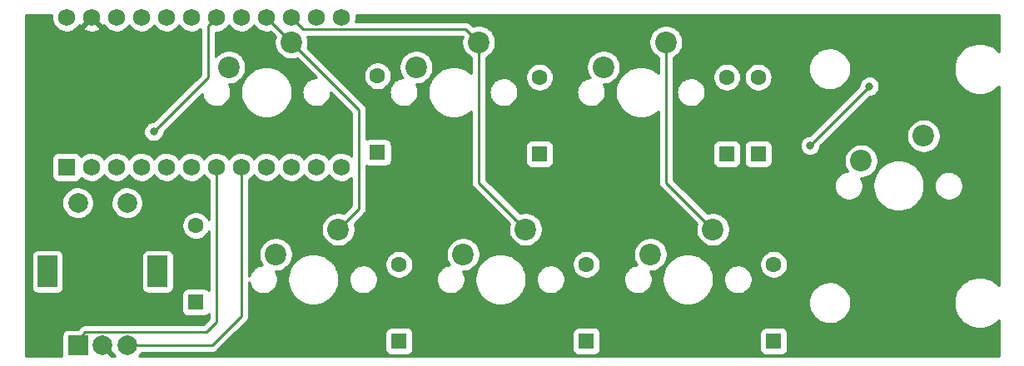
<source format=gbr>
%TF.GenerationSoftware,KiCad,Pcbnew,(5.99.0-2318-gf1aa7e523)*%
%TF.CreationDate,2020-10-19T15:18:08-05:00*%
%TF.ProjectId,micropa8,6d696372-6f70-4613-982e-6b696361645f,rev?*%
%TF.SameCoordinates,Original*%
%TF.FileFunction,Copper,L1,Top*%
%TF.FilePolarity,Positive*%
%FSLAX46Y46*%
G04 Gerber Fmt 4.6, Leading zero omitted, Abs format (unit mm)*
G04 Created by KiCad (PCBNEW (5.99.0-2318-gf1aa7e523)) date 2020-10-19 15:18:08*
%MOMM*%
%LPD*%
G01*
G04 APERTURE LIST*
%TA.AperFunction,ComponentPad*%
%ADD10C,1.752600*%
%TD*%
%TA.AperFunction,ComponentPad*%
%ADD11R,1.752600X1.752600*%
%TD*%
%TA.AperFunction,ComponentPad*%
%ADD12C,2.200000*%
%TD*%
%TA.AperFunction,ComponentPad*%
%ADD13C,1.600000*%
%TD*%
%TA.AperFunction,ComponentPad*%
%ADD14R,1.600000X1.600000*%
%TD*%
%TA.AperFunction,ComponentPad*%
%ADD15C,2.000000*%
%TD*%
%TA.AperFunction,ComponentPad*%
%ADD16R,2.000000X3.200000*%
%TD*%
%TA.AperFunction,ComponentPad*%
%ADD17R,2.000000X2.000000*%
%TD*%
%TA.AperFunction,ViaPad*%
%ADD18C,0.800000*%
%TD*%
%TA.AperFunction,Conductor*%
%ADD19C,0.250000*%
%TD*%
%TA.AperFunction,Conductor*%
%ADD20C,0.254000*%
%TD*%
G04 APERTURE END LIST*
D10*
%TO.P,U1,24,RAW*%
%TO.N,Net-(U1-Pad24)*%
X28892500Y-25717500D03*
%TO.P,U1,12,B5*%
%TO.N,Net-(U1-Pad12)*%
X56832500Y-40957500D03*
%TO.P,U1,23,GND*%
%TO.N,GND*%
X31432500Y-25717500D03*
%TO.P,U1,22,RST*%
%TO.N,Net-(SW1-Pad2)*%
X33972500Y-25717500D03*
%TO.P,U1,21,VCC*%
%TO.N,Net-(U1-Pad21)*%
X36512500Y-25717500D03*
%TO.P,U1,20,F4*%
%TO.N,Net-(U1-Pad20)*%
X39052500Y-25717500D03*
%TO.P,U1,19,F5*%
%TO.N,Net-(U1-Pad19)*%
X41592500Y-25717500D03*
%TO.P,U1,18,F6*%
%TO.N,row1*%
X44132500Y-25717500D03*
%TO.P,U1,17,F7*%
%TO.N,row0*%
X46672500Y-25717500D03*
%TO.P,U1,16,B1*%
%TO.N,col1*%
X49212500Y-25717500D03*
%TO.P,U1,15,B3*%
%TO.N,col2*%
X51752500Y-25717500D03*
%TO.P,U1,14,B2*%
%TO.N,col3*%
X54292500Y-25717500D03*
%TO.P,U1,13,B6*%
%TO.N,col4*%
X56832500Y-25717500D03*
%TO.P,U1,11,B4*%
%TO.N,Net-(U1-Pad11)*%
X54292500Y-40957500D03*
%TO.P,U1,10,E6*%
%TO.N,Net-(U1-Pad10)*%
X51752500Y-40957500D03*
%TO.P,U1,9,D7*%
%TO.N,Net-(U1-Pad9)*%
X49212500Y-40957500D03*
%TO.P,U1,8,C6*%
%TO.N,pinB*%
X46672500Y-40957500D03*
%TO.P,U1,7,D4*%
%TO.N,pinA*%
X44132500Y-40957500D03*
%TO.P,U1,6,SDA*%
%TO.N,Net-(U1-Pad6)*%
X41592500Y-40957500D03*
%TO.P,U1,5,SCL*%
%TO.N,Net-(U1-Pad5)*%
X39052500Y-40957500D03*
%TO.P,U1,4,GND*%
%TO.N,Net-(U1-Pad4)*%
X36512500Y-40957500D03*
%TO.P,U1,3,GND*%
%TO.N,Net-(U1-Pad3)*%
X33972500Y-40957500D03*
%TO.P,U1,2,RX*%
%TO.N,Net-(U1-Pad2)*%
X31432500Y-40957500D03*
D11*
%TO.P,U1,1,TX*%
%TO.N,Net-(U1-Pad1)*%
X28892500Y-40957500D03*
%TD*%
D12*
%TO.P,MX5,2,ROW*%
%TO.N,Net-(D2-Pad2)*%
X50165000Y-49847500D03*
%TO.P,MX5,1,COL*%
%TO.N,col1*%
X56515000Y-47307500D03*
%TD*%
D13*
%TO.P,D8,2,A*%
%TO.N,Net-(D14-Pad2)*%
X42056250Y-46912500D03*
D14*
%TO.P,D8,1,K*%
%TO.N,row1*%
X42056250Y-54712500D03*
%TD*%
D13*
%TO.P,D7,2,A*%
%TO.N,Net-(D10-Pad2)*%
X100806250Y-50868750D03*
D14*
%TO.P,D7,1,K*%
%TO.N,row1*%
X100806250Y-58668750D03*
%TD*%
D13*
%TO.P,D6,2,A*%
%TO.N,Net-(D6-Pad2)*%
X81756250Y-50868750D03*
D14*
%TO.P,D6,1,K*%
%TO.N,row1*%
X81756250Y-58668750D03*
%TD*%
D13*
%TO.P,D5,2,A*%
%TO.N,Net-(D2-Pad2)*%
X62706250Y-50868750D03*
D14*
%TO.P,D5,1,K*%
%TO.N,row1*%
X62706250Y-58668750D03*
%TD*%
D13*
%TO.P,D4,2,A*%
%TO.N,Net-(D13-Pad2)*%
X99218750Y-31818750D03*
D14*
%TO.P,D4,1,K*%
%TO.N,row0*%
X99218750Y-39618750D03*
%TD*%
D13*
%TO.P,D3,2,A*%
%TO.N,Net-(D9-Pad2)*%
X96043750Y-31818750D03*
D14*
%TO.P,D3,1,K*%
%TO.N,row0*%
X96043750Y-39618750D03*
%TD*%
D13*
%TO.P,D2,2,A*%
%TO.N,Net-(D5-Pad2)*%
X76993750Y-31818750D03*
D14*
%TO.P,D2,1,K*%
%TO.N,row0*%
X76993750Y-39618750D03*
%TD*%
D13*
%TO.P,D1,2,A*%
%TO.N,Net-(D1-Pad2)*%
X60520000Y-31685000D03*
D14*
%TO.P,D1,1,K*%
%TO.N,row0*%
X60520000Y-39485000D03*
%TD*%
D15*
%TO.P,SW3-1,S1,S1*%
%TO.N,Net-(D14-Pad2)*%
X35043750Y-44593750D03*
%TO.P,SW3-1,S2,S2*%
%TO.N,col4*%
X30043750Y-44593750D03*
D16*
%TO.P,SW3-1,MP*%
%TO.N,N/C*%
X38143750Y-51593750D03*
X26943750Y-51593750D03*
D15*
%TO.P,SW3-1,B,B*%
%TO.N,pinB*%
X35043750Y-59093750D03*
%TO.P,SW3-1,C,C*%
%TO.N,GND*%
X32543750Y-59093750D03*
D17*
%TO.P,SW3-1,A,A*%
%TO.N,pinA*%
X30043750Y-59093750D03*
%TD*%
D12*
%TO.P,MX4,2,ROW*%
%TO.N,Net-(D13-Pad2)*%
X109696250Y-40322500D03*
%TO.P,MX4,1,COL*%
%TO.N,col4*%
X116046250Y-37782500D03*
%TD*%
%TO.P,MX7,2,ROW*%
%TO.N,Net-(D10-Pad2)*%
X88265000Y-49847500D03*
%TO.P,MX7,1,COL*%
%TO.N,col3*%
X94615000Y-47307500D03*
%TD*%
%TO.P,MX6,2,ROW*%
%TO.N,Net-(D6-Pad2)*%
X69215000Y-49847500D03*
%TO.P,MX6,1,COL*%
%TO.N,col2*%
X75565000Y-47307500D03*
%TD*%
%TO.P,MX3,2,ROW*%
%TO.N,Net-(D9-Pad2)*%
X83502500Y-30797500D03*
%TO.P,MX3,1,COL*%
%TO.N,col3*%
X89852500Y-28257500D03*
%TD*%
%TO.P,MX2,2,ROW*%
%TO.N,Net-(D5-Pad2)*%
X64452500Y-30797500D03*
%TO.P,MX2,1,COL*%
%TO.N,col2*%
X70802500Y-28257500D03*
%TD*%
%TO.P,MX1,2,ROW*%
%TO.N,Net-(D1-Pad2)*%
X45402500Y-30797500D03*
%TO.P,MX1,1,COL*%
%TO.N,col1*%
X51752500Y-28257500D03*
%TD*%
D18*
%TO.N,GND*%
X37890000Y-29320000D03*
X82020000Y-36730000D03*
X104140000Y-48520000D03*
%TO.N,row1*%
X37750000Y-37360000D03*
%TO.N,Net-(SW1-Pad2)*%
X110530000Y-32740000D03*
X104500000Y-38770000D03*
%TD*%
D19*
%TO.N,row1*%
X44132500Y-25717500D02*
X43256201Y-26593799D01*
X43256201Y-26593799D02*
X43256201Y-31853799D01*
X43256201Y-31853799D02*
X37750000Y-37360000D01*
%TO.N,Net-(SW1-Pad2)*%
X104500000Y-38770000D02*
X110530000Y-32740000D01*
%TO.N,pinA*%
X30741251Y-57768749D02*
X43101251Y-57768749D01*
X30043750Y-58466250D02*
X30741251Y-57768749D01*
X30043750Y-59093750D02*
X30043750Y-58466250D01*
X43101251Y-57768749D02*
X44132500Y-56737500D01*
X44132500Y-56737500D02*
X44132500Y-40957500D01*
%TO.N,pinB*%
X35043750Y-59093750D02*
X43696250Y-59093750D01*
X46672500Y-56117500D02*
X46672500Y-40957500D01*
X43696250Y-59093750D02*
X46672500Y-56117500D01*
%TO.N,col1*%
X51752500Y-28257500D02*
X58650000Y-35155000D01*
X58650000Y-35155000D02*
X58650000Y-45172500D01*
X58650000Y-45172500D02*
X56515000Y-47307500D01*
%TO.N,col2*%
X51752500Y-25717500D02*
X52953801Y-26918801D01*
X52953801Y-26918801D02*
X69463801Y-26918801D01*
X69463801Y-26918801D02*
X70802500Y-28257500D01*
%TO.N,col1*%
X51752500Y-28257500D02*
X49212500Y-25717500D01*
%TO.N,col3*%
X89852500Y-28257500D02*
X89852500Y-42545000D01*
X89852500Y-42545000D02*
X94615000Y-47307500D01*
%TO.N,col2*%
X70802500Y-28257500D02*
X70802500Y-42545000D01*
X70802500Y-42545000D02*
X75565000Y-47307500D01*
%TD*%
%TO.N,GND*%
D20*
X123699000Y-29194169D02*
X123555628Y-29041493D01*
X123549854Y-29036071D01*
X123300594Y-28829865D01*
X123294187Y-28825210D01*
X123021048Y-28651871D01*
X123014108Y-28648056D01*
X122721397Y-28510317D01*
X122714034Y-28507402D01*
X122406367Y-28407434D01*
X122398697Y-28405465D01*
X122080928Y-28344847D01*
X122073070Y-28343854D01*
X121750210Y-28323542D01*
X121742290Y-28323542D01*
X121419430Y-28343854D01*
X121411572Y-28344847D01*
X121093803Y-28405465D01*
X121086133Y-28407434D01*
X120778466Y-28507402D01*
X120771103Y-28510317D01*
X120478392Y-28648056D01*
X120471452Y-28651871D01*
X120198313Y-28825210D01*
X120191906Y-28829865D01*
X119942646Y-29036071D01*
X119936872Y-29041493D01*
X119715422Y-29277314D01*
X119710374Y-29283416D01*
X119520225Y-29545133D01*
X119515982Y-29551819D01*
X119360136Y-29835304D01*
X119356764Y-29842470D01*
X119237676Y-30143251D01*
X119235228Y-30150783D01*
X119154777Y-30464119D01*
X119153293Y-30471899D01*
X119112748Y-30792847D01*
X119112251Y-30800750D01*
X119112251Y-31124250D01*
X119112748Y-31132153D01*
X119153293Y-31453101D01*
X119154777Y-31460881D01*
X119235228Y-31774217D01*
X119237676Y-31781749D01*
X119356764Y-32082530D01*
X119360136Y-32089696D01*
X119515982Y-32373181D01*
X119520225Y-32379867D01*
X119710374Y-32641584D01*
X119715422Y-32647686D01*
X119936872Y-32883507D01*
X119942646Y-32888929D01*
X120191906Y-33095135D01*
X120198313Y-33099790D01*
X120471452Y-33273129D01*
X120478392Y-33276944D01*
X120771103Y-33414683D01*
X120778466Y-33417598D01*
X121086133Y-33517566D01*
X121093803Y-33519535D01*
X121411572Y-33580153D01*
X121419430Y-33581146D01*
X121742290Y-33601458D01*
X121750210Y-33601458D01*
X122073070Y-33581146D01*
X122080928Y-33580153D01*
X122398697Y-33519535D01*
X122406367Y-33517566D01*
X122714034Y-33417598D01*
X122721397Y-33414683D01*
X123014108Y-33276944D01*
X123021048Y-33273129D01*
X123294187Y-33099790D01*
X123300594Y-33095135D01*
X123549854Y-32888929D01*
X123555628Y-32883507D01*
X123699000Y-32730831D01*
X123699000Y-52994169D01*
X123555628Y-52841493D01*
X123549854Y-52836071D01*
X123300594Y-52629865D01*
X123294187Y-52625210D01*
X123021048Y-52451871D01*
X123014108Y-52448056D01*
X122721397Y-52310317D01*
X122714034Y-52307402D01*
X122406367Y-52207434D01*
X122398697Y-52205465D01*
X122080928Y-52144847D01*
X122073070Y-52143854D01*
X121750210Y-52123542D01*
X121742290Y-52123542D01*
X121419430Y-52143854D01*
X121411572Y-52144847D01*
X121093803Y-52205465D01*
X121086133Y-52207434D01*
X120778466Y-52307402D01*
X120771103Y-52310317D01*
X120478392Y-52448056D01*
X120471452Y-52451871D01*
X120198313Y-52625210D01*
X120191906Y-52629865D01*
X119942646Y-52836071D01*
X119936872Y-52841493D01*
X119715422Y-53077314D01*
X119710374Y-53083416D01*
X119520225Y-53345133D01*
X119515982Y-53351819D01*
X119360136Y-53635304D01*
X119356764Y-53642470D01*
X119237676Y-53943251D01*
X119235228Y-53950783D01*
X119154777Y-54264119D01*
X119153293Y-54271899D01*
X119112748Y-54592847D01*
X119112251Y-54600750D01*
X119112251Y-54924250D01*
X119112748Y-54932153D01*
X119153293Y-55253101D01*
X119154777Y-55260881D01*
X119235228Y-55574217D01*
X119237676Y-55581749D01*
X119356764Y-55882530D01*
X119360136Y-55889696D01*
X119515982Y-56173181D01*
X119520225Y-56179867D01*
X119710374Y-56441584D01*
X119715422Y-56447686D01*
X119936872Y-56683507D01*
X119942646Y-56688929D01*
X120191906Y-56895135D01*
X120198313Y-56899790D01*
X120471452Y-57073129D01*
X120478392Y-57076944D01*
X120771103Y-57214683D01*
X120778466Y-57217598D01*
X121086133Y-57317566D01*
X121093803Y-57319535D01*
X121411572Y-57380153D01*
X121419430Y-57381146D01*
X121742290Y-57401458D01*
X121750210Y-57401458D01*
X122073070Y-57381146D01*
X122080928Y-57380153D01*
X122398697Y-57319535D01*
X122406367Y-57317566D01*
X122714034Y-57217598D01*
X122721397Y-57214683D01*
X123014108Y-57076944D01*
X123021048Y-57073129D01*
X123294187Y-56899790D01*
X123300594Y-56895135D01*
X123549854Y-56688929D01*
X123555628Y-56683507D01*
X123699000Y-56530831D01*
X123699000Y-60199000D01*
X36253850Y-60199000D01*
X36409201Y-60000161D01*
X36414773Y-59991711D01*
X36490068Y-59854750D01*
X43751429Y-59854750D01*
X43751441Y-59854749D01*
X43806739Y-59854749D01*
X43826328Y-59851647D01*
X43874443Y-59836013D01*
X43924426Y-59828097D01*
X43943289Y-59821968D01*
X43988376Y-59798995D01*
X44036494Y-59783361D01*
X44054166Y-59774356D01*
X44095097Y-59744617D01*
X44140184Y-59721644D01*
X44156230Y-59709986D01*
X44312657Y-59553559D01*
X44312662Y-59553552D01*
X46002965Y-57863249D01*
X61264413Y-57863249D01*
X61264413Y-59477008D01*
X61266569Y-59493384D01*
X61341387Y-59772609D01*
X61354130Y-59797089D01*
X61485240Y-59953340D01*
X61502129Y-59967511D01*
X61676370Y-60068109D01*
X61697087Y-60075650D01*
X61889788Y-60109628D01*
X61900749Y-60110587D01*
X63514508Y-60110587D01*
X63530884Y-60108431D01*
X63810109Y-60033613D01*
X63834589Y-60020870D01*
X63990840Y-59889760D01*
X64005011Y-59872871D01*
X64105609Y-59698630D01*
X64113150Y-59677913D01*
X64147128Y-59485212D01*
X64148087Y-59474251D01*
X64148087Y-57863249D01*
X80314413Y-57863249D01*
X80314413Y-59477008D01*
X80316569Y-59493384D01*
X80391387Y-59772609D01*
X80404130Y-59797089D01*
X80535240Y-59953340D01*
X80552129Y-59967511D01*
X80726370Y-60068109D01*
X80747087Y-60075650D01*
X80939788Y-60109628D01*
X80950749Y-60110587D01*
X82564508Y-60110587D01*
X82580884Y-60108431D01*
X82860109Y-60033613D01*
X82884589Y-60020870D01*
X83040840Y-59889760D01*
X83055011Y-59872871D01*
X83155609Y-59698630D01*
X83163150Y-59677913D01*
X83197128Y-59485212D01*
X83198087Y-59474251D01*
X83198087Y-57863249D01*
X99364413Y-57863249D01*
X99364413Y-59477008D01*
X99366569Y-59493384D01*
X99441387Y-59772609D01*
X99454130Y-59797089D01*
X99585240Y-59953340D01*
X99602129Y-59967511D01*
X99776370Y-60068109D01*
X99797087Y-60075650D01*
X99989788Y-60109628D01*
X100000749Y-60110587D01*
X101614508Y-60110587D01*
X101630884Y-60108431D01*
X101910109Y-60033613D01*
X101934589Y-60020870D01*
X102090840Y-59889760D01*
X102105011Y-59872871D01*
X102205609Y-59698630D01*
X102213150Y-59677913D01*
X102247128Y-59485212D01*
X102248087Y-59474251D01*
X102248087Y-57860492D01*
X102245931Y-57844116D01*
X102171113Y-57564892D01*
X102158370Y-57540412D01*
X102027260Y-57384160D01*
X102010371Y-57369989D01*
X101836130Y-57269391D01*
X101815413Y-57261850D01*
X101622712Y-57227872D01*
X101611751Y-57226913D01*
X99997992Y-57226913D01*
X99981616Y-57229069D01*
X99702392Y-57303887D01*
X99677912Y-57316630D01*
X99521660Y-57447740D01*
X99507489Y-57464629D01*
X99406891Y-57638870D01*
X99399350Y-57659587D01*
X99365372Y-57852288D01*
X99364413Y-57863249D01*
X83198087Y-57863249D01*
X83198087Y-57860492D01*
X83195931Y-57844116D01*
X83121113Y-57564892D01*
X83108370Y-57540412D01*
X82977260Y-57384160D01*
X82960371Y-57369989D01*
X82786130Y-57269391D01*
X82765413Y-57261850D01*
X82572712Y-57227872D01*
X82561751Y-57226913D01*
X80947992Y-57226913D01*
X80931616Y-57229069D01*
X80652392Y-57303887D01*
X80627912Y-57316630D01*
X80471660Y-57447740D01*
X80457489Y-57464629D01*
X80356891Y-57638870D01*
X80349350Y-57659587D01*
X80315372Y-57852288D01*
X80314413Y-57863249D01*
X64148087Y-57863249D01*
X64148087Y-57860492D01*
X64145931Y-57844116D01*
X64071113Y-57564892D01*
X64058370Y-57540412D01*
X63927260Y-57384160D01*
X63910371Y-57369989D01*
X63736130Y-57269391D01*
X63715413Y-57261850D01*
X63522712Y-57227872D01*
X63511751Y-57226913D01*
X61897992Y-57226913D01*
X61881616Y-57229069D01*
X61602392Y-57303887D01*
X61577912Y-57316630D01*
X61421660Y-57447740D01*
X61407489Y-57464629D01*
X61306891Y-57638870D01*
X61299350Y-57659587D01*
X61265372Y-57852288D01*
X61264413Y-57863249D01*
X46002965Y-57863249D01*
X47245944Y-56620271D01*
X47288736Y-56577480D01*
X47300394Y-56561434D01*
X47323365Y-56516351D01*
X47353105Y-56475417D01*
X47362110Y-56457746D01*
X47377745Y-56409627D01*
X47400718Y-56364539D01*
X47406846Y-56345677D01*
X47414763Y-56295695D01*
X47430397Y-56247580D01*
X47433499Y-56227991D01*
X47433499Y-56172691D01*
X47433500Y-56172679D01*
X47433500Y-52660076D01*
X47484221Y-52863505D01*
X47487669Y-52873604D01*
X47584591Y-53094400D01*
X47589692Y-53103775D01*
X47722430Y-53305084D01*
X47729038Y-53313465D01*
X47893798Y-53489532D01*
X47901722Y-53496680D01*
X48093792Y-53642468D01*
X48102808Y-53648179D01*
X48316696Y-53759521D01*
X48326545Y-53763631D01*
X48556134Y-53837344D01*
X48566535Y-53839736D01*
X48805262Y-53873712D01*
X48815917Y-53874317D01*
X49056956Y-53867584D01*
X49067561Y-53866385D01*
X49304019Y-53819136D01*
X49314270Y-53816167D01*
X49539387Y-53729753D01*
X49548991Y-53725100D01*
X49756330Y-53601991D01*
X49765012Y-53595786D01*
X49948645Y-53439504D01*
X49956158Y-53431924D01*
X50110833Y-53246935D01*
X50116962Y-53238198D01*
X50238256Y-53029794D01*
X50242825Y-53020150D01*
X50327272Y-52794287D01*
X50330151Y-52784011D01*
X50375392Y-52546851D01*
X50376507Y-52535628D01*
X50379077Y-52267841D01*
X50378178Y-52256599D01*
X50372905Y-52225750D01*
X51341001Y-52225750D01*
X51341001Y-52549250D01*
X51341498Y-52557153D01*
X51382043Y-52878101D01*
X51383527Y-52885881D01*
X51463978Y-53199217D01*
X51466426Y-53206749D01*
X51585514Y-53507530D01*
X51588886Y-53514696D01*
X51744732Y-53798181D01*
X51748975Y-53804867D01*
X51939124Y-54066584D01*
X51944172Y-54072686D01*
X52165622Y-54308507D01*
X52171396Y-54313929D01*
X52420656Y-54520135D01*
X52427063Y-54524790D01*
X52700202Y-54698129D01*
X52707142Y-54701944D01*
X52999853Y-54839683D01*
X53007216Y-54842598D01*
X53314883Y-54942566D01*
X53322553Y-54944535D01*
X53640322Y-55005153D01*
X53648180Y-55006146D01*
X53971040Y-55026458D01*
X53978960Y-55026458D01*
X54301820Y-55006146D01*
X54309678Y-55005153D01*
X54627447Y-54944535D01*
X54635117Y-54942566D01*
X54942784Y-54842598D01*
X54950147Y-54839683D01*
X55242858Y-54701944D01*
X55249798Y-54698129D01*
X55522937Y-54524790D01*
X55529344Y-54520135D01*
X55778604Y-54313929D01*
X55784378Y-54308507D01*
X56005828Y-54072686D01*
X56010876Y-54066584D01*
X56201025Y-53804867D01*
X56205268Y-53798181D01*
X56361114Y-53514696D01*
X56364486Y-53507530D01*
X56483574Y-53206749D01*
X56486022Y-53199217D01*
X56566473Y-52885881D01*
X56567957Y-52878101D01*
X56608502Y-52557153D01*
X56608999Y-52549250D01*
X56608999Y-52378543D01*
X57566109Y-52378543D01*
X57584188Y-52618997D01*
X57585885Y-52629534D01*
X57644221Y-52863505D01*
X57647669Y-52873604D01*
X57744591Y-53094400D01*
X57749692Y-53103775D01*
X57882430Y-53305084D01*
X57889038Y-53313465D01*
X58053798Y-53489532D01*
X58061722Y-53496680D01*
X58253792Y-53642468D01*
X58262808Y-53648179D01*
X58476696Y-53759521D01*
X58486545Y-53763631D01*
X58716134Y-53837344D01*
X58726535Y-53839736D01*
X58965262Y-53873712D01*
X58975917Y-53874317D01*
X59216956Y-53867584D01*
X59227561Y-53866385D01*
X59464019Y-53819136D01*
X59474270Y-53816167D01*
X59699387Y-53729753D01*
X59708991Y-53725100D01*
X59916330Y-53601991D01*
X59925012Y-53595786D01*
X60108645Y-53439504D01*
X60116158Y-53431924D01*
X60270833Y-53246935D01*
X60276962Y-53238198D01*
X60398256Y-53029794D01*
X60402825Y-53020150D01*
X60487272Y-52794287D01*
X60490151Y-52784011D01*
X60535392Y-52546851D01*
X60536507Y-52535628D01*
X60538014Y-52378543D01*
X66456109Y-52378543D01*
X66474188Y-52618997D01*
X66475885Y-52629534D01*
X66534221Y-52863505D01*
X66537669Y-52873604D01*
X66634591Y-53094400D01*
X66639692Y-53103775D01*
X66772430Y-53305084D01*
X66779038Y-53313465D01*
X66943798Y-53489532D01*
X66951722Y-53496680D01*
X67143792Y-53642468D01*
X67152808Y-53648179D01*
X67366696Y-53759521D01*
X67376545Y-53763631D01*
X67606134Y-53837344D01*
X67616535Y-53839736D01*
X67855262Y-53873712D01*
X67865917Y-53874317D01*
X68106956Y-53867584D01*
X68117561Y-53866385D01*
X68354019Y-53819136D01*
X68364270Y-53816167D01*
X68589387Y-53729753D01*
X68598991Y-53725100D01*
X68806330Y-53601991D01*
X68815012Y-53595786D01*
X68998645Y-53439504D01*
X69006158Y-53431924D01*
X69160833Y-53246935D01*
X69166962Y-53238198D01*
X69288256Y-53029794D01*
X69292825Y-53020150D01*
X69377272Y-52794287D01*
X69380151Y-52784011D01*
X69425392Y-52546851D01*
X69426507Y-52535628D01*
X69429077Y-52267841D01*
X69428178Y-52256599D01*
X69422905Y-52225750D01*
X70391001Y-52225750D01*
X70391001Y-52549250D01*
X70391498Y-52557153D01*
X70432043Y-52878101D01*
X70433527Y-52885881D01*
X70513978Y-53199217D01*
X70516426Y-53206749D01*
X70635514Y-53507530D01*
X70638886Y-53514696D01*
X70794732Y-53798181D01*
X70798975Y-53804867D01*
X70989124Y-54066584D01*
X70994172Y-54072686D01*
X71215622Y-54308507D01*
X71221396Y-54313929D01*
X71470656Y-54520135D01*
X71477063Y-54524790D01*
X71750202Y-54698129D01*
X71757142Y-54701944D01*
X72049853Y-54839683D01*
X72057216Y-54842598D01*
X72364883Y-54942566D01*
X72372553Y-54944535D01*
X72690322Y-55005153D01*
X72698180Y-55006146D01*
X73021040Y-55026458D01*
X73028960Y-55026458D01*
X73351820Y-55006146D01*
X73359678Y-55005153D01*
X73677447Y-54944535D01*
X73685117Y-54942566D01*
X73992784Y-54842598D01*
X74000147Y-54839683D01*
X74292858Y-54701944D01*
X74299798Y-54698129D01*
X74572937Y-54524790D01*
X74579344Y-54520135D01*
X74828604Y-54313929D01*
X74834378Y-54308507D01*
X75055828Y-54072686D01*
X75060876Y-54066584D01*
X75251025Y-53804867D01*
X75255268Y-53798181D01*
X75411114Y-53514696D01*
X75414486Y-53507530D01*
X75533574Y-53206749D01*
X75536022Y-53199217D01*
X75616473Y-52885881D01*
X75617957Y-52878101D01*
X75658502Y-52557153D01*
X75658999Y-52549250D01*
X75658999Y-52378543D01*
X76616109Y-52378543D01*
X76634188Y-52618997D01*
X76635885Y-52629534D01*
X76694221Y-52863505D01*
X76697669Y-52873604D01*
X76794591Y-53094400D01*
X76799692Y-53103775D01*
X76932430Y-53305084D01*
X76939038Y-53313465D01*
X77103798Y-53489532D01*
X77111722Y-53496680D01*
X77303792Y-53642468D01*
X77312808Y-53648179D01*
X77526696Y-53759521D01*
X77536545Y-53763631D01*
X77766134Y-53837344D01*
X77776535Y-53839736D01*
X78015262Y-53873712D01*
X78025917Y-53874317D01*
X78266956Y-53867584D01*
X78277561Y-53866385D01*
X78514019Y-53819136D01*
X78524270Y-53816167D01*
X78749387Y-53729753D01*
X78758991Y-53725100D01*
X78966330Y-53601991D01*
X78975012Y-53595786D01*
X79158645Y-53439504D01*
X79166158Y-53431924D01*
X79320833Y-53246935D01*
X79326962Y-53238198D01*
X79448256Y-53029794D01*
X79452825Y-53020150D01*
X79537272Y-52794287D01*
X79540151Y-52784011D01*
X79585392Y-52546851D01*
X79586507Y-52535628D01*
X79588014Y-52378543D01*
X85506109Y-52378543D01*
X85524188Y-52618997D01*
X85525885Y-52629534D01*
X85584221Y-52863505D01*
X85587669Y-52873604D01*
X85684591Y-53094400D01*
X85689692Y-53103775D01*
X85822430Y-53305084D01*
X85829038Y-53313465D01*
X85993798Y-53489532D01*
X86001722Y-53496680D01*
X86193792Y-53642468D01*
X86202808Y-53648179D01*
X86416696Y-53759521D01*
X86426545Y-53763631D01*
X86656134Y-53837344D01*
X86666535Y-53839736D01*
X86905262Y-53873712D01*
X86915917Y-53874317D01*
X87156956Y-53867584D01*
X87167561Y-53866385D01*
X87404019Y-53819136D01*
X87414270Y-53816167D01*
X87639387Y-53729753D01*
X87648991Y-53725100D01*
X87856330Y-53601991D01*
X87865012Y-53595786D01*
X88048645Y-53439504D01*
X88056158Y-53431924D01*
X88210833Y-53246935D01*
X88216962Y-53238198D01*
X88338256Y-53029794D01*
X88342825Y-53020150D01*
X88427272Y-52794287D01*
X88430151Y-52784011D01*
X88475392Y-52546851D01*
X88476507Y-52535628D01*
X88479077Y-52267841D01*
X88478178Y-52256599D01*
X88472905Y-52225750D01*
X89441001Y-52225750D01*
X89441001Y-52549250D01*
X89441498Y-52557153D01*
X89482043Y-52878101D01*
X89483527Y-52885881D01*
X89563978Y-53199217D01*
X89566426Y-53206749D01*
X89685514Y-53507530D01*
X89688886Y-53514696D01*
X89844732Y-53798181D01*
X89848975Y-53804867D01*
X90039124Y-54066584D01*
X90044172Y-54072686D01*
X90265622Y-54308507D01*
X90271396Y-54313929D01*
X90520656Y-54520135D01*
X90527063Y-54524790D01*
X90800202Y-54698129D01*
X90807142Y-54701944D01*
X91099853Y-54839683D01*
X91107216Y-54842598D01*
X91414883Y-54942566D01*
X91422553Y-54944535D01*
X91740322Y-55005153D01*
X91748180Y-55006146D01*
X92071040Y-55026458D01*
X92078960Y-55026458D01*
X92401820Y-55006146D01*
X92409678Y-55005153D01*
X92727447Y-54944535D01*
X92735117Y-54942566D01*
X93042784Y-54842598D01*
X93050147Y-54839683D01*
X93223520Y-54758100D01*
X104342286Y-54758100D01*
X104342286Y-54766900D01*
X104362733Y-55059309D01*
X104363958Y-55068023D01*
X104424901Y-55354740D01*
X104427327Y-55363199D01*
X104527581Y-55638644D01*
X104531160Y-55646684D01*
X104668773Y-55905495D01*
X104673437Y-55912957D01*
X104845729Y-56150098D01*
X104851386Y-56156840D01*
X105055006Y-56367694D01*
X105061545Y-56373582D01*
X105292529Y-56554047D01*
X105299824Y-56558968D01*
X105553676Y-56705529D01*
X105561585Y-56709387D01*
X105833363Y-56819192D01*
X105841732Y-56821912D01*
X106126148Y-56892825D01*
X106134814Y-56894353D01*
X106426331Y-56924993D01*
X106435126Y-56925300D01*
X106728070Y-56915070D01*
X106736822Y-56914150D01*
X107025491Y-56863250D01*
X107034030Y-56861121D01*
X107312806Y-56770540D01*
X107320965Y-56767244D01*
X107584421Y-56638748D01*
X107592042Y-56634348D01*
X107835052Y-56470436D01*
X107841987Y-56465018D01*
X108059819Y-56268881D01*
X108065932Y-56262551D01*
X108254348Y-56038006D01*
X108259521Y-56030886D01*
X108414851Y-55782304D01*
X108418982Y-55774535D01*
X108538206Y-55506754D01*
X108541216Y-55498485D01*
X108622012Y-55216718D01*
X108623841Y-55208110D01*
X108664636Y-54917840D01*
X108665250Y-54909061D01*
X108665250Y-54615939D01*
X108664636Y-54607160D01*
X108623841Y-54316890D01*
X108622012Y-54308282D01*
X108541216Y-54026515D01*
X108538206Y-54018246D01*
X108418982Y-53750465D01*
X108414851Y-53742696D01*
X108259521Y-53494114D01*
X108254348Y-53486994D01*
X108065932Y-53262449D01*
X108059819Y-53256119D01*
X107841987Y-53059982D01*
X107835052Y-53054564D01*
X107592042Y-52890652D01*
X107584421Y-52886252D01*
X107320965Y-52757756D01*
X107312806Y-52754460D01*
X107034030Y-52663879D01*
X107025491Y-52661750D01*
X106736822Y-52610850D01*
X106728070Y-52609930D01*
X106435126Y-52599700D01*
X106426331Y-52600007D01*
X106134814Y-52630647D01*
X106126148Y-52632175D01*
X105841732Y-52703088D01*
X105833363Y-52705808D01*
X105561585Y-52815613D01*
X105553676Y-52819471D01*
X105299824Y-52966032D01*
X105292529Y-52970953D01*
X105061545Y-53151418D01*
X105055006Y-53157306D01*
X104851386Y-53368160D01*
X104845729Y-53374902D01*
X104673437Y-53612043D01*
X104668773Y-53619505D01*
X104531160Y-53878316D01*
X104527581Y-53886356D01*
X104427327Y-54161801D01*
X104424901Y-54170260D01*
X104363958Y-54456977D01*
X104362733Y-54465691D01*
X104342286Y-54758100D01*
X93223520Y-54758100D01*
X93342858Y-54701944D01*
X93349798Y-54698129D01*
X93622937Y-54524790D01*
X93629344Y-54520135D01*
X93878604Y-54313929D01*
X93884378Y-54308507D01*
X94105828Y-54072686D01*
X94110876Y-54066584D01*
X94301025Y-53804867D01*
X94305268Y-53798181D01*
X94461114Y-53514696D01*
X94464486Y-53507530D01*
X94583574Y-53206749D01*
X94586022Y-53199217D01*
X94666473Y-52885881D01*
X94667957Y-52878101D01*
X94708502Y-52557153D01*
X94708999Y-52549250D01*
X94708999Y-52378543D01*
X95666109Y-52378543D01*
X95684188Y-52618997D01*
X95685885Y-52629534D01*
X95744221Y-52863505D01*
X95747669Y-52873604D01*
X95844591Y-53094400D01*
X95849692Y-53103775D01*
X95982430Y-53305084D01*
X95989038Y-53313465D01*
X96153798Y-53489532D01*
X96161722Y-53496680D01*
X96353792Y-53642468D01*
X96362808Y-53648179D01*
X96576696Y-53759521D01*
X96586545Y-53763631D01*
X96816134Y-53837344D01*
X96826535Y-53839736D01*
X97065262Y-53873712D01*
X97075917Y-53874317D01*
X97316956Y-53867584D01*
X97327561Y-53866385D01*
X97564019Y-53819136D01*
X97574270Y-53816167D01*
X97799387Y-53729753D01*
X97808991Y-53725100D01*
X98016330Y-53601991D01*
X98025012Y-53595786D01*
X98208645Y-53439504D01*
X98216158Y-53431924D01*
X98370833Y-53246935D01*
X98376962Y-53238198D01*
X98498256Y-53029794D01*
X98502825Y-53020150D01*
X98587272Y-52794287D01*
X98590151Y-52784011D01*
X98635392Y-52546851D01*
X98636507Y-52535628D01*
X98639077Y-52267841D01*
X98638178Y-52256599D01*
X98597499Y-52018614D01*
X98594817Y-52008284D01*
X98514723Y-51780843D01*
X98510339Y-51771112D01*
X98393067Y-51560416D01*
X98387107Y-51551564D01*
X98236013Y-51363640D01*
X98228647Y-51355917D01*
X98048049Y-51196138D01*
X98039486Y-51189767D01*
X97834549Y-51062702D01*
X97825036Y-51057865D01*
X97601619Y-50967145D01*
X97591427Y-50963980D01*
X97355919Y-50912200D01*
X97345340Y-50910798D01*
X97104475Y-50899439D01*
X97093809Y-50899839D01*
X96854474Y-50929227D01*
X96844030Y-50931418D01*
X96613068Y-51000710D01*
X96603142Y-51004630D01*
X96387155Y-51111846D01*
X96378032Y-51117382D01*
X96183199Y-51259457D01*
X96175138Y-51266452D01*
X96007029Y-51439322D01*
X96000263Y-51447574D01*
X95863683Y-51646298D01*
X95858403Y-51655573D01*
X95757260Y-51874468D01*
X95753618Y-51884500D01*
X95690802Y-52117307D01*
X95688903Y-52127809D01*
X95666211Y-52367872D01*
X95666109Y-52378543D01*
X94708999Y-52378543D01*
X94708999Y-52225750D01*
X94708502Y-52217847D01*
X94667957Y-51896899D01*
X94666473Y-51889119D01*
X94586022Y-51575783D01*
X94583574Y-51568251D01*
X94464486Y-51267470D01*
X94461114Y-51260304D01*
X94305268Y-50976819D01*
X94301025Y-50970133D01*
X94140227Y-50748814D01*
X99372250Y-50748814D01*
X99372250Y-50988686D01*
X99373209Y-50999647D01*
X99414863Y-51235876D01*
X99417710Y-51246503D01*
X99499752Y-51471910D01*
X99504402Y-51481882D01*
X99624338Y-51689618D01*
X99630649Y-51698631D01*
X99784837Y-51882384D01*
X99792616Y-51890163D01*
X99976369Y-52044351D01*
X99985382Y-52050662D01*
X100193118Y-52170598D01*
X100203090Y-52175248D01*
X100428497Y-52257290D01*
X100439124Y-52260137D01*
X100675353Y-52301791D01*
X100686314Y-52302750D01*
X100926186Y-52302750D01*
X100937147Y-52301791D01*
X101173376Y-52260137D01*
X101184003Y-52257290D01*
X101409410Y-52175248D01*
X101419382Y-52170598D01*
X101627118Y-52050662D01*
X101636131Y-52044351D01*
X101819884Y-51890163D01*
X101827663Y-51882384D01*
X101981851Y-51698631D01*
X101988162Y-51689618D01*
X102108098Y-51481882D01*
X102112748Y-51471910D01*
X102194790Y-51246503D01*
X102197637Y-51235876D01*
X102239291Y-50999647D01*
X102240250Y-50988686D01*
X102240250Y-50748814D01*
X102239291Y-50737853D01*
X102197637Y-50501624D01*
X102194790Y-50490997D01*
X102112748Y-50265590D01*
X102108098Y-50255618D01*
X101988162Y-50047882D01*
X101981851Y-50038869D01*
X101827663Y-49855116D01*
X101819884Y-49847337D01*
X101636131Y-49693149D01*
X101627118Y-49686838D01*
X101419382Y-49566902D01*
X101409410Y-49562252D01*
X101184003Y-49480210D01*
X101173376Y-49477363D01*
X100937147Y-49435709D01*
X100926186Y-49434750D01*
X100686314Y-49434750D01*
X100675353Y-49435709D01*
X100439124Y-49477363D01*
X100428497Y-49480210D01*
X100203090Y-49562252D01*
X100193118Y-49566902D01*
X99985382Y-49686838D01*
X99976369Y-49693149D01*
X99792616Y-49847337D01*
X99784837Y-49855116D01*
X99630649Y-50038869D01*
X99624338Y-50047882D01*
X99504402Y-50255618D01*
X99499752Y-50265590D01*
X99417710Y-50490997D01*
X99414863Y-50501624D01*
X99373209Y-50737853D01*
X99372250Y-50748814D01*
X94140227Y-50748814D01*
X94110876Y-50708416D01*
X94105828Y-50702314D01*
X93884378Y-50466493D01*
X93878604Y-50461071D01*
X93629344Y-50254865D01*
X93622937Y-50250210D01*
X93349798Y-50076871D01*
X93342858Y-50073056D01*
X93050147Y-49935317D01*
X93042784Y-49932402D01*
X92735117Y-49832434D01*
X92727447Y-49830465D01*
X92409678Y-49769847D01*
X92401820Y-49768854D01*
X92078960Y-49748542D01*
X92071040Y-49748542D01*
X91748180Y-49768854D01*
X91740322Y-49769847D01*
X91422553Y-49830465D01*
X91414883Y-49832434D01*
X91107216Y-49932402D01*
X91099853Y-49935317D01*
X90807142Y-50073056D01*
X90800202Y-50076871D01*
X90527063Y-50250210D01*
X90520656Y-50254865D01*
X90271396Y-50461071D01*
X90265622Y-50466493D01*
X90044172Y-50702314D01*
X90039124Y-50708416D01*
X89848975Y-50970133D01*
X89844732Y-50976819D01*
X89688886Y-51260304D01*
X89685514Y-51267470D01*
X89566426Y-51568251D01*
X89563978Y-51575783D01*
X89483527Y-51889119D01*
X89482043Y-51896899D01*
X89441498Y-52217847D01*
X89441001Y-52225750D01*
X88472905Y-52225750D01*
X88437499Y-52018614D01*
X88434817Y-52008284D01*
X88354723Y-51780843D01*
X88350339Y-51771112D01*
X88244802Y-51581500D01*
X88396503Y-51581500D01*
X88406373Y-51580723D01*
X88666141Y-51539579D01*
X88675769Y-51537268D01*
X88925902Y-51455995D01*
X88935050Y-51452206D01*
X89169390Y-51332804D01*
X89177832Y-51327631D01*
X89390608Y-51173040D01*
X89398137Y-51166610D01*
X89584110Y-50980637D01*
X89590540Y-50973108D01*
X89745131Y-50760332D01*
X89750304Y-50751890D01*
X89869706Y-50517550D01*
X89873495Y-50508402D01*
X89954768Y-50258269D01*
X89957079Y-50248641D01*
X89998223Y-49988873D01*
X89999000Y-49979003D01*
X89999000Y-49715997D01*
X89998223Y-49706127D01*
X89957079Y-49446359D01*
X89954768Y-49436731D01*
X89873495Y-49186598D01*
X89869706Y-49177450D01*
X89750304Y-48943110D01*
X89745131Y-48934668D01*
X89590540Y-48721892D01*
X89584110Y-48714363D01*
X89398137Y-48528390D01*
X89390608Y-48521960D01*
X89177832Y-48367369D01*
X89169390Y-48362196D01*
X88935050Y-48242794D01*
X88925902Y-48239005D01*
X88675769Y-48157732D01*
X88666141Y-48155421D01*
X88406373Y-48114277D01*
X88396503Y-48113500D01*
X88133497Y-48113500D01*
X88123627Y-48114277D01*
X87863859Y-48155421D01*
X87854231Y-48157732D01*
X87604098Y-48239005D01*
X87594950Y-48242794D01*
X87360610Y-48362196D01*
X87352168Y-48367369D01*
X87139392Y-48521960D01*
X87131863Y-48528390D01*
X86945890Y-48714363D01*
X86939460Y-48721892D01*
X86784869Y-48934668D01*
X86779696Y-48943110D01*
X86660294Y-49177450D01*
X86656505Y-49186598D01*
X86575232Y-49436731D01*
X86572921Y-49446359D01*
X86531777Y-49706127D01*
X86531000Y-49715997D01*
X86531000Y-49979003D01*
X86531777Y-49988873D01*
X86572921Y-50248641D01*
X86575232Y-50258269D01*
X86656505Y-50508402D01*
X86660294Y-50517550D01*
X86779696Y-50751890D01*
X86784869Y-50760332D01*
X86890124Y-50905203D01*
X86694474Y-50929227D01*
X86684030Y-50931418D01*
X86453068Y-51000710D01*
X86443142Y-51004630D01*
X86227155Y-51111846D01*
X86218032Y-51117382D01*
X86023199Y-51259457D01*
X86015138Y-51266452D01*
X85847029Y-51439322D01*
X85840263Y-51447574D01*
X85703683Y-51646298D01*
X85698403Y-51655573D01*
X85597260Y-51874468D01*
X85593618Y-51884500D01*
X85530802Y-52117307D01*
X85528903Y-52127809D01*
X85506211Y-52367872D01*
X85506109Y-52378543D01*
X79588014Y-52378543D01*
X79589077Y-52267841D01*
X79588178Y-52256599D01*
X79547499Y-52018614D01*
X79544817Y-52008284D01*
X79464723Y-51780843D01*
X79460339Y-51771112D01*
X79343067Y-51560416D01*
X79337107Y-51551564D01*
X79186013Y-51363640D01*
X79178647Y-51355917D01*
X78998049Y-51196138D01*
X78989486Y-51189767D01*
X78784549Y-51062702D01*
X78775036Y-51057865D01*
X78551619Y-50967145D01*
X78541427Y-50963980D01*
X78305919Y-50912200D01*
X78295340Y-50910798D01*
X78054475Y-50899439D01*
X78043809Y-50899839D01*
X77804474Y-50929227D01*
X77794030Y-50931418D01*
X77563068Y-51000710D01*
X77553142Y-51004630D01*
X77337155Y-51111846D01*
X77328032Y-51117382D01*
X77133199Y-51259457D01*
X77125138Y-51266452D01*
X76957029Y-51439322D01*
X76950263Y-51447574D01*
X76813683Y-51646298D01*
X76808403Y-51655573D01*
X76707260Y-51874468D01*
X76703618Y-51884500D01*
X76640802Y-52117307D01*
X76638903Y-52127809D01*
X76616211Y-52367872D01*
X76616109Y-52378543D01*
X75658999Y-52378543D01*
X75658999Y-52225750D01*
X75658502Y-52217847D01*
X75617957Y-51896899D01*
X75616473Y-51889119D01*
X75536022Y-51575783D01*
X75533574Y-51568251D01*
X75414486Y-51267470D01*
X75411114Y-51260304D01*
X75255268Y-50976819D01*
X75251025Y-50970133D01*
X75090227Y-50748814D01*
X80322250Y-50748814D01*
X80322250Y-50988686D01*
X80323209Y-50999647D01*
X80364863Y-51235876D01*
X80367710Y-51246503D01*
X80449752Y-51471910D01*
X80454402Y-51481882D01*
X80574338Y-51689618D01*
X80580649Y-51698631D01*
X80734837Y-51882384D01*
X80742616Y-51890163D01*
X80926369Y-52044351D01*
X80935382Y-52050662D01*
X81143118Y-52170598D01*
X81153090Y-52175248D01*
X81378497Y-52257290D01*
X81389124Y-52260137D01*
X81625353Y-52301791D01*
X81636314Y-52302750D01*
X81876186Y-52302750D01*
X81887147Y-52301791D01*
X82123376Y-52260137D01*
X82134003Y-52257290D01*
X82359410Y-52175248D01*
X82369382Y-52170598D01*
X82577118Y-52050662D01*
X82586131Y-52044351D01*
X82769884Y-51890163D01*
X82777663Y-51882384D01*
X82931851Y-51698631D01*
X82938162Y-51689618D01*
X83058098Y-51481882D01*
X83062748Y-51471910D01*
X83144790Y-51246503D01*
X83147637Y-51235876D01*
X83189291Y-50999647D01*
X83190250Y-50988686D01*
X83190250Y-50748814D01*
X83189291Y-50737853D01*
X83147637Y-50501624D01*
X83144790Y-50490997D01*
X83062748Y-50265590D01*
X83058098Y-50255618D01*
X82938162Y-50047882D01*
X82931851Y-50038869D01*
X82777663Y-49855116D01*
X82769884Y-49847337D01*
X82586131Y-49693149D01*
X82577118Y-49686838D01*
X82369382Y-49566902D01*
X82359410Y-49562252D01*
X82134003Y-49480210D01*
X82123376Y-49477363D01*
X81887147Y-49435709D01*
X81876186Y-49434750D01*
X81636314Y-49434750D01*
X81625353Y-49435709D01*
X81389124Y-49477363D01*
X81378497Y-49480210D01*
X81153090Y-49562252D01*
X81143118Y-49566902D01*
X80935382Y-49686838D01*
X80926369Y-49693149D01*
X80742616Y-49847337D01*
X80734837Y-49855116D01*
X80580649Y-50038869D01*
X80574338Y-50047882D01*
X80454402Y-50255618D01*
X80449752Y-50265590D01*
X80367710Y-50490997D01*
X80364863Y-50501624D01*
X80323209Y-50737853D01*
X80322250Y-50748814D01*
X75090227Y-50748814D01*
X75060876Y-50708416D01*
X75055828Y-50702314D01*
X74834378Y-50466493D01*
X74828604Y-50461071D01*
X74579344Y-50254865D01*
X74572937Y-50250210D01*
X74299798Y-50076871D01*
X74292858Y-50073056D01*
X74000147Y-49935317D01*
X73992784Y-49932402D01*
X73685117Y-49832434D01*
X73677447Y-49830465D01*
X73359678Y-49769847D01*
X73351820Y-49768854D01*
X73028960Y-49748542D01*
X73021040Y-49748542D01*
X72698180Y-49768854D01*
X72690322Y-49769847D01*
X72372553Y-49830465D01*
X72364883Y-49832434D01*
X72057216Y-49932402D01*
X72049853Y-49935317D01*
X71757142Y-50073056D01*
X71750202Y-50076871D01*
X71477063Y-50250210D01*
X71470656Y-50254865D01*
X71221396Y-50461071D01*
X71215622Y-50466493D01*
X70994172Y-50702314D01*
X70989124Y-50708416D01*
X70798975Y-50970133D01*
X70794732Y-50976819D01*
X70638886Y-51260304D01*
X70635514Y-51267470D01*
X70516426Y-51568251D01*
X70513978Y-51575783D01*
X70433527Y-51889119D01*
X70432043Y-51896899D01*
X70391498Y-52217847D01*
X70391001Y-52225750D01*
X69422905Y-52225750D01*
X69387499Y-52018614D01*
X69384817Y-52008284D01*
X69304723Y-51780843D01*
X69300339Y-51771112D01*
X69194802Y-51581500D01*
X69346503Y-51581500D01*
X69356373Y-51580723D01*
X69616141Y-51539579D01*
X69625769Y-51537268D01*
X69875902Y-51455995D01*
X69885050Y-51452206D01*
X70119390Y-51332804D01*
X70127832Y-51327631D01*
X70340608Y-51173040D01*
X70348137Y-51166610D01*
X70534110Y-50980637D01*
X70540540Y-50973108D01*
X70695131Y-50760332D01*
X70700304Y-50751890D01*
X70819706Y-50517550D01*
X70823495Y-50508402D01*
X70904768Y-50258269D01*
X70907079Y-50248641D01*
X70948223Y-49988873D01*
X70949000Y-49979003D01*
X70949000Y-49715997D01*
X70948223Y-49706127D01*
X70907079Y-49446359D01*
X70904768Y-49436731D01*
X70823495Y-49186598D01*
X70819706Y-49177450D01*
X70700304Y-48943110D01*
X70695131Y-48934668D01*
X70540540Y-48721892D01*
X70534110Y-48714363D01*
X70348137Y-48528390D01*
X70340608Y-48521960D01*
X70127832Y-48367369D01*
X70119390Y-48362196D01*
X69885050Y-48242794D01*
X69875902Y-48239005D01*
X69625769Y-48157732D01*
X69616141Y-48155421D01*
X69356373Y-48114277D01*
X69346503Y-48113500D01*
X69083497Y-48113500D01*
X69073627Y-48114277D01*
X68813859Y-48155421D01*
X68804231Y-48157732D01*
X68554098Y-48239005D01*
X68544950Y-48242794D01*
X68310610Y-48362196D01*
X68302168Y-48367369D01*
X68089392Y-48521960D01*
X68081863Y-48528390D01*
X67895890Y-48714363D01*
X67889460Y-48721892D01*
X67734869Y-48934668D01*
X67729696Y-48943110D01*
X67610294Y-49177450D01*
X67606505Y-49186598D01*
X67525232Y-49436731D01*
X67522921Y-49446359D01*
X67481777Y-49706127D01*
X67481000Y-49715997D01*
X67481000Y-49979003D01*
X67481777Y-49988873D01*
X67522921Y-50248641D01*
X67525232Y-50258269D01*
X67606505Y-50508402D01*
X67610294Y-50517550D01*
X67729696Y-50751890D01*
X67734869Y-50760332D01*
X67840124Y-50905203D01*
X67644474Y-50929227D01*
X67634030Y-50931418D01*
X67403068Y-51000710D01*
X67393142Y-51004630D01*
X67177155Y-51111846D01*
X67168032Y-51117382D01*
X66973199Y-51259457D01*
X66965138Y-51266452D01*
X66797029Y-51439322D01*
X66790263Y-51447574D01*
X66653683Y-51646298D01*
X66648403Y-51655573D01*
X66547260Y-51874468D01*
X66543618Y-51884500D01*
X66480802Y-52117307D01*
X66478903Y-52127809D01*
X66456211Y-52367872D01*
X66456109Y-52378543D01*
X60538014Y-52378543D01*
X60539077Y-52267841D01*
X60538178Y-52256599D01*
X60497499Y-52018614D01*
X60494817Y-52008284D01*
X60414723Y-51780843D01*
X60410339Y-51771112D01*
X60293067Y-51560416D01*
X60287107Y-51551564D01*
X60136013Y-51363640D01*
X60128647Y-51355917D01*
X59948049Y-51196138D01*
X59939486Y-51189767D01*
X59734549Y-51062702D01*
X59725036Y-51057865D01*
X59501619Y-50967145D01*
X59491427Y-50963980D01*
X59255919Y-50912200D01*
X59245340Y-50910798D01*
X59004475Y-50899439D01*
X58993809Y-50899839D01*
X58754474Y-50929227D01*
X58744030Y-50931418D01*
X58513068Y-51000710D01*
X58503142Y-51004630D01*
X58287155Y-51111846D01*
X58278032Y-51117382D01*
X58083199Y-51259457D01*
X58075138Y-51266452D01*
X57907029Y-51439322D01*
X57900263Y-51447574D01*
X57763683Y-51646298D01*
X57758403Y-51655573D01*
X57657260Y-51874468D01*
X57653618Y-51884500D01*
X57590802Y-52117307D01*
X57588903Y-52127809D01*
X57566211Y-52367872D01*
X57566109Y-52378543D01*
X56608999Y-52378543D01*
X56608999Y-52225750D01*
X56608502Y-52217847D01*
X56567957Y-51896899D01*
X56566473Y-51889119D01*
X56486022Y-51575783D01*
X56483574Y-51568251D01*
X56364486Y-51267470D01*
X56361114Y-51260304D01*
X56205268Y-50976819D01*
X56201025Y-50970133D01*
X56040227Y-50748814D01*
X61272250Y-50748814D01*
X61272250Y-50988686D01*
X61273209Y-50999647D01*
X61314863Y-51235876D01*
X61317710Y-51246503D01*
X61399752Y-51471910D01*
X61404402Y-51481882D01*
X61524338Y-51689618D01*
X61530649Y-51698631D01*
X61684837Y-51882384D01*
X61692616Y-51890163D01*
X61876369Y-52044351D01*
X61885382Y-52050662D01*
X62093118Y-52170598D01*
X62103090Y-52175248D01*
X62328497Y-52257290D01*
X62339124Y-52260137D01*
X62575353Y-52301791D01*
X62586314Y-52302750D01*
X62826186Y-52302750D01*
X62837147Y-52301791D01*
X63073376Y-52260137D01*
X63084003Y-52257290D01*
X63309410Y-52175248D01*
X63319382Y-52170598D01*
X63527118Y-52050662D01*
X63536131Y-52044351D01*
X63719884Y-51890163D01*
X63727663Y-51882384D01*
X63881851Y-51698631D01*
X63888162Y-51689618D01*
X64008098Y-51481882D01*
X64012748Y-51471910D01*
X64094790Y-51246503D01*
X64097637Y-51235876D01*
X64139291Y-50999647D01*
X64140250Y-50988686D01*
X64140250Y-50748814D01*
X64139291Y-50737853D01*
X64097637Y-50501624D01*
X64094790Y-50490997D01*
X64012748Y-50265590D01*
X64008098Y-50255618D01*
X63888162Y-50047882D01*
X63881851Y-50038869D01*
X63727663Y-49855116D01*
X63719884Y-49847337D01*
X63536131Y-49693149D01*
X63527118Y-49686838D01*
X63319382Y-49566902D01*
X63309410Y-49562252D01*
X63084003Y-49480210D01*
X63073376Y-49477363D01*
X62837147Y-49435709D01*
X62826186Y-49434750D01*
X62586314Y-49434750D01*
X62575353Y-49435709D01*
X62339124Y-49477363D01*
X62328497Y-49480210D01*
X62103090Y-49562252D01*
X62093118Y-49566902D01*
X61885382Y-49686838D01*
X61876369Y-49693149D01*
X61692616Y-49847337D01*
X61684837Y-49855116D01*
X61530649Y-50038869D01*
X61524338Y-50047882D01*
X61404402Y-50255618D01*
X61399752Y-50265590D01*
X61317710Y-50490997D01*
X61314863Y-50501624D01*
X61273209Y-50737853D01*
X61272250Y-50748814D01*
X56040227Y-50748814D01*
X56010876Y-50708416D01*
X56005828Y-50702314D01*
X55784378Y-50466493D01*
X55778604Y-50461071D01*
X55529344Y-50254865D01*
X55522937Y-50250210D01*
X55249798Y-50076871D01*
X55242858Y-50073056D01*
X54950147Y-49935317D01*
X54942784Y-49932402D01*
X54635117Y-49832434D01*
X54627447Y-49830465D01*
X54309678Y-49769847D01*
X54301820Y-49768854D01*
X53978960Y-49748542D01*
X53971040Y-49748542D01*
X53648180Y-49768854D01*
X53640322Y-49769847D01*
X53322553Y-49830465D01*
X53314883Y-49832434D01*
X53007216Y-49932402D01*
X52999853Y-49935317D01*
X52707142Y-50073056D01*
X52700202Y-50076871D01*
X52427063Y-50250210D01*
X52420656Y-50254865D01*
X52171396Y-50461071D01*
X52165622Y-50466493D01*
X51944172Y-50702314D01*
X51939124Y-50708416D01*
X51748975Y-50970133D01*
X51744732Y-50976819D01*
X51588886Y-51260304D01*
X51585514Y-51267470D01*
X51466426Y-51568251D01*
X51463978Y-51575783D01*
X51383527Y-51889119D01*
X51382043Y-51896899D01*
X51341498Y-52217847D01*
X51341001Y-52225750D01*
X50372905Y-52225750D01*
X50337499Y-52018614D01*
X50334817Y-52008284D01*
X50254723Y-51780843D01*
X50250339Y-51771112D01*
X50144802Y-51581500D01*
X50296503Y-51581500D01*
X50306373Y-51580723D01*
X50566141Y-51539579D01*
X50575769Y-51537268D01*
X50825902Y-51455995D01*
X50835050Y-51452206D01*
X51069390Y-51332804D01*
X51077832Y-51327631D01*
X51290608Y-51173040D01*
X51298137Y-51166610D01*
X51484110Y-50980637D01*
X51490540Y-50973108D01*
X51645131Y-50760332D01*
X51650304Y-50751890D01*
X51769706Y-50517550D01*
X51773495Y-50508402D01*
X51854768Y-50258269D01*
X51857079Y-50248641D01*
X51898223Y-49988873D01*
X51899000Y-49979003D01*
X51899000Y-49715997D01*
X51898223Y-49706127D01*
X51857079Y-49446359D01*
X51854768Y-49436731D01*
X51773495Y-49186598D01*
X51769706Y-49177450D01*
X51650304Y-48943110D01*
X51645131Y-48934668D01*
X51490540Y-48721892D01*
X51484110Y-48714363D01*
X51298137Y-48528390D01*
X51290608Y-48521960D01*
X51077832Y-48367369D01*
X51069390Y-48362196D01*
X50835050Y-48242794D01*
X50825902Y-48239005D01*
X50575769Y-48157732D01*
X50566141Y-48155421D01*
X50306373Y-48114277D01*
X50296503Y-48113500D01*
X50033497Y-48113500D01*
X50023627Y-48114277D01*
X49763859Y-48155421D01*
X49754231Y-48157732D01*
X49504098Y-48239005D01*
X49494950Y-48242794D01*
X49260610Y-48362196D01*
X49252168Y-48367369D01*
X49039392Y-48521960D01*
X49031863Y-48528390D01*
X48845890Y-48714363D01*
X48839460Y-48721892D01*
X48684869Y-48934668D01*
X48679696Y-48943110D01*
X48560294Y-49177450D01*
X48556505Y-49186598D01*
X48475232Y-49436731D01*
X48472921Y-49446359D01*
X48431777Y-49706127D01*
X48431000Y-49715997D01*
X48431000Y-49979003D01*
X48431777Y-49988873D01*
X48472921Y-50248641D01*
X48475232Y-50258269D01*
X48556505Y-50508402D01*
X48560294Y-50517550D01*
X48679696Y-50751890D01*
X48684869Y-50760332D01*
X48790124Y-50905203D01*
X48594474Y-50929227D01*
X48584030Y-50931418D01*
X48353068Y-51000710D01*
X48343142Y-51004630D01*
X48127155Y-51111846D01*
X48118032Y-51117382D01*
X47923199Y-51259457D01*
X47915138Y-51266452D01*
X47747029Y-51439322D01*
X47740263Y-51447574D01*
X47603683Y-51646298D01*
X47598403Y-51655573D01*
X47497260Y-51874468D01*
X47493618Y-51884500D01*
X47433500Y-52107308D01*
X47433500Y-42262150D01*
X47549177Y-42193466D01*
X47557860Y-42187261D01*
X47744890Y-42028085D01*
X47752403Y-42020506D01*
X47909940Y-41832094D01*
X47916069Y-41823358D01*
X47943380Y-41776434D01*
X48019203Y-41891425D01*
X48025810Y-41899807D01*
X48193620Y-42079131D01*
X48201544Y-42086279D01*
X48397169Y-42234766D01*
X48406184Y-42240476D01*
X48624031Y-42353880D01*
X48633880Y-42357990D01*
X48867719Y-42433067D01*
X48878119Y-42435459D01*
X49121265Y-42470065D01*
X49131920Y-42470670D01*
X49377421Y-42463812D01*
X49388026Y-42462613D01*
X49628861Y-42414490D01*
X49639112Y-42411521D01*
X49868396Y-42323507D01*
X49878000Y-42318854D01*
X50089177Y-42193466D01*
X50097860Y-42187261D01*
X50284890Y-42028085D01*
X50292403Y-42020506D01*
X50449940Y-41832094D01*
X50456069Y-41823358D01*
X50483380Y-41776434D01*
X50559203Y-41891425D01*
X50565810Y-41899807D01*
X50733620Y-42079131D01*
X50741544Y-42086279D01*
X50937169Y-42234766D01*
X50946184Y-42240476D01*
X51164031Y-42353880D01*
X51173880Y-42357990D01*
X51407719Y-42433067D01*
X51418119Y-42435459D01*
X51661265Y-42470065D01*
X51671920Y-42470670D01*
X51917421Y-42463812D01*
X51928026Y-42462613D01*
X52168861Y-42414490D01*
X52179112Y-42411521D01*
X52408396Y-42323507D01*
X52418000Y-42318854D01*
X52629177Y-42193466D01*
X52637860Y-42187261D01*
X52824890Y-42028085D01*
X52832403Y-42020506D01*
X52989940Y-41832094D01*
X52996069Y-41823358D01*
X53023380Y-41776434D01*
X53099203Y-41891425D01*
X53105810Y-41899807D01*
X53273620Y-42079131D01*
X53281544Y-42086279D01*
X53477169Y-42234766D01*
X53486184Y-42240476D01*
X53704031Y-42353880D01*
X53713880Y-42357990D01*
X53947719Y-42433067D01*
X53958119Y-42435459D01*
X54201265Y-42470065D01*
X54211920Y-42470670D01*
X54457421Y-42463812D01*
X54468026Y-42462613D01*
X54708861Y-42414490D01*
X54719112Y-42411521D01*
X54948396Y-42323507D01*
X54958000Y-42318854D01*
X55169177Y-42193466D01*
X55177860Y-42187261D01*
X55364890Y-42028085D01*
X55372403Y-42020506D01*
X55529940Y-41832094D01*
X55536069Y-41823358D01*
X55563380Y-41776434D01*
X55639203Y-41891425D01*
X55645810Y-41899807D01*
X55813620Y-42079131D01*
X55821544Y-42086279D01*
X56017169Y-42234766D01*
X56026184Y-42240476D01*
X56244031Y-42353880D01*
X56253880Y-42357990D01*
X56487719Y-42433067D01*
X56498119Y-42435459D01*
X56741265Y-42470065D01*
X56751920Y-42470670D01*
X56997421Y-42463812D01*
X57008026Y-42462613D01*
X57248861Y-42414490D01*
X57259112Y-42411521D01*
X57488396Y-42323507D01*
X57498000Y-42318854D01*
X57709177Y-42193466D01*
X57717860Y-42187261D01*
X57889001Y-42041608D01*
X57889001Y-44857283D01*
X57078823Y-45667462D01*
X56925769Y-45617732D01*
X56916141Y-45615421D01*
X56656373Y-45574277D01*
X56646503Y-45573500D01*
X56383497Y-45573500D01*
X56373627Y-45574277D01*
X56113859Y-45615421D01*
X56104231Y-45617732D01*
X55854098Y-45699005D01*
X55844950Y-45702794D01*
X55610610Y-45822196D01*
X55602168Y-45827369D01*
X55389392Y-45981960D01*
X55381863Y-45988390D01*
X55195890Y-46174363D01*
X55189460Y-46181892D01*
X55034869Y-46394668D01*
X55029696Y-46403110D01*
X54910294Y-46637450D01*
X54906505Y-46646598D01*
X54825232Y-46896731D01*
X54822921Y-46906359D01*
X54781777Y-47166127D01*
X54781000Y-47175997D01*
X54781000Y-47439003D01*
X54781777Y-47448873D01*
X54822921Y-47708641D01*
X54825232Y-47718269D01*
X54906505Y-47968402D01*
X54910294Y-47977550D01*
X55029696Y-48211890D01*
X55034869Y-48220332D01*
X55189460Y-48433108D01*
X55195890Y-48440637D01*
X55381863Y-48626610D01*
X55389392Y-48633040D01*
X55602168Y-48787631D01*
X55610610Y-48792804D01*
X55844950Y-48912206D01*
X55854098Y-48915995D01*
X56104231Y-48997268D01*
X56113859Y-48999579D01*
X56373627Y-49040723D01*
X56383497Y-49041500D01*
X56646503Y-49041500D01*
X56656373Y-49040723D01*
X56916141Y-48999579D01*
X56925769Y-48997268D01*
X57175902Y-48915995D01*
X57185050Y-48912206D01*
X57419390Y-48792804D01*
X57427832Y-48787631D01*
X57640608Y-48633040D01*
X57648137Y-48626610D01*
X57834110Y-48440637D01*
X57840540Y-48433108D01*
X57995131Y-48220332D01*
X58000304Y-48211890D01*
X58119706Y-47977550D01*
X58123495Y-47968402D01*
X58204768Y-47718269D01*
X58207079Y-47708641D01*
X58248223Y-47448873D01*
X58249000Y-47439003D01*
X58249000Y-47175997D01*
X58248223Y-47166127D01*
X58207079Y-46906359D01*
X58204768Y-46896731D01*
X58155038Y-46743676D01*
X59223444Y-45675271D01*
X59266237Y-45632479D01*
X59277894Y-45616434D01*
X59300862Y-45571356D01*
X59330606Y-45530418D01*
X59339610Y-45512746D01*
X59355247Y-45464621D01*
X59378218Y-45419538D01*
X59384347Y-45400677D01*
X59392264Y-45350692D01*
X59407897Y-45302578D01*
X59410999Y-45282990D01*
X59410999Y-45227691D01*
X59411000Y-45227679D01*
X59411000Y-40838679D01*
X59490120Y-40884359D01*
X59510837Y-40891900D01*
X59703538Y-40925878D01*
X59714499Y-40926837D01*
X61328258Y-40926837D01*
X61344634Y-40924681D01*
X61623859Y-40849863D01*
X61648339Y-40837120D01*
X61804590Y-40706010D01*
X61818761Y-40689121D01*
X61919359Y-40514880D01*
X61926900Y-40494163D01*
X61960878Y-40301462D01*
X61961837Y-40290501D01*
X61961837Y-38676742D01*
X61959681Y-38660366D01*
X61884863Y-38381142D01*
X61872120Y-38356662D01*
X61741010Y-38200410D01*
X61724121Y-38186239D01*
X61549880Y-38085641D01*
X61529163Y-38078100D01*
X61336462Y-38044122D01*
X61325501Y-38043163D01*
X59711742Y-38043163D01*
X59695366Y-38045319D01*
X59416142Y-38120137D01*
X59411000Y-38122814D01*
X59411000Y-35099821D01*
X59410999Y-35099809D01*
X59410999Y-35044510D01*
X59407897Y-35024922D01*
X59392264Y-34976808D01*
X59384347Y-34926823D01*
X59378218Y-34907962D01*
X59355247Y-34862879D01*
X59339610Y-34814754D01*
X59330606Y-34797082D01*
X59300862Y-34756144D01*
X59277894Y-34711066D01*
X59266237Y-34695021D01*
X59223444Y-34652229D01*
X57899758Y-33328543D01*
X61693609Y-33328543D01*
X61711688Y-33568997D01*
X61713385Y-33579534D01*
X61771721Y-33813505D01*
X61775169Y-33823604D01*
X61872091Y-34044400D01*
X61877192Y-34053775D01*
X62009930Y-34255084D01*
X62016538Y-34263465D01*
X62181298Y-34439532D01*
X62189222Y-34446680D01*
X62381292Y-34592468D01*
X62390308Y-34598179D01*
X62604196Y-34709521D01*
X62614045Y-34713631D01*
X62843634Y-34787344D01*
X62854035Y-34789736D01*
X63092762Y-34823712D01*
X63103417Y-34824317D01*
X63344456Y-34817584D01*
X63355061Y-34816385D01*
X63591519Y-34769136D01*
X63601770Y-34766167D01*
X63826887Y-34679753D01*
X63836491Y-34675100D01*
X64043830Y-34551991D01*
X64052512Y-34545786D01*
X64236145Y-34389504D01*
X64243658Y-34381924D01*
X64398333Y-34196935D01*
X64404462Y-34188198D01*
X64525756Y-33979794D01*
X64530325Y-33970150D01*
X64614772Y-33744287D01*
X64617651Y-33734011D01*
X64662892Y-33496851D01*
X64664007Y-33485628D01*
X64666577Y-33217841D01*
X64665678Y-33206599D01*
X64624999Y-32968614D01*
X64622317Y-32958284D01*
X64542223Y-32730843D01*
X64537839Y-32721112D01*
X64432302Y-32531500D01*
X64584003Y-32531500D01*
X64593873Y-32530723D01*
X64853641Y-32489579D01*
X64863269Y-32487268D01*
X65113402Y-32405995D01*
X65122550Y-32402206D01*
X65356890Y-32282804D01*
X65365332Y-32277631D01*
X65578108Y-32123040D01*
X65585637Y-32116610D01*
X65771610Y-31930637D01*
X65778040Y-31923108D01*
X65932631Y-31710332D01*
X65937804Y-31701890D01*
X66057206Y-31467550D01*
X66060995Y-31458402D01*
X66142268Y-31208269D01*
X66144579Y-31198641D01*
X66185723Y-30938873D01*
X66186500Y-30929003D01*
X66186500Y-30665997D01*
X66185723Y-30656127D01*
X66144579Y-30396359D01*
X66142268Y-30386731D01*
X66060995Y-30136598D01*
X66057206Y-30127450D01*
X65937804Y-29893110D01*
X65932631Y-29884668D01*
X65778040Y-29671892D01*
X65771610Y-29664363D01*
X65585637Y-29478390D01*
X65578108Y-29471960D01*
X65365332Y-29317369D01*
X65356890Y-29312196D01*
X65122550Y-29192794D01*
X65113402Y-29189005D01*
X64863269Y-29107732D01*
X64853641Y-29105421D01*
X64593873Y-29064277D01*
X64584003Y-29063500D01*
X64320997Y-29063500D01*
X64311127Y-29064277D01*
X64051359Y-29105421D01*
X64041731Y-29107732D01*
X63791598Y-29189005D01*
X63782450Y-29192794D01*
X63548110Y-29312196D01*
X63539668Y-29317369D01*
X63326892Y-29471960D01*
X63319363Y-29478390D01*
X63133390Y-29664363D01*
X63126960Y-29671892D01*
X62972369Y-29884668D01*
X62967196Y-29893110D01*
X62847794Y-30127450D01*
X62844005Y-30136598D01*
X62762732Y-30386731D01*
X62760421Y-30396359D01*
X62719277Y-30656127D01*
X62718500Y-30665997D01*
X62718500Y-30929003D01*
X62719277Y-30938873D01*
X62760421Y-31198641D01*
X62762732Y-31208269D01*
X62844005Y-31458402D01*
X62847794Y-31467550D01*
X62967196Y-31701890D01*
X62972369Y-31710332D01*
X63077624Y-31855203D01*
X62881974Y-31879227D01*
X62871530Y-31881418D01*
X62640568Y-31950710D01*
X62630642Y-31954630D01*
X62414655Y-32061846D01*
X62405532Y-32067382D01*
X62210699Y-32209457D01*
X62202638Y-32216452D01*
X62034529Y-32389322D01*
X62027763Y-32397574D01*
X61891183Y-32596298D01*
X61885903Y-32605573D01*
X61784760Y-32824468D01*
X61781118Y-32834500D01*
X61718302Y-33067307D01*
X61716403Y-33077809D01*
X61693711Y-33317872D01*
X61693609Y-33328543D01*
X57899758Y-33328543D01*
X56136279Y-31565064D01*
X59086000Y-31565064D01*
X59086000Y-31804936D01*
X59086959Y-31815897D01*
X59128613Y-32052126D01*
X59131460Y-32062753D01*
X59213502Y-32288160D01*
X59218152Y-32298132D01*
X59338088Y-32505868D01*
X59344399Y-32514881D01*
X59498587Y-32698634D01*
X59506366Y-32706413D01*
X59690119Y-32860601D01*
X59699132Y-32866912D01*
X59906868Y-32986848D01*
X59916840Y-32991498D01*
X60142247Y-33073540D01*
X60152874Y-33076387D01*
X60389103Y-33118041D01*
X60400064Y-33119000D01*
X60639936Y-33119000D01*
X60650897Y-33118041D01*
X60887126Y-33076387D01*
X60897753Y-33073540D01*
X61123160Y-32991498D01*
X61133132Y-32986848D01*
X61340868Y-32866912D01*
X61349881Y-32860601D01*
X61533634Y-32706413D01*
X61541413Y-32698634D01*
X61695601Y-32514881D01*
X61701912Y-32505868D01*
X61821848Y-32298132D01*
X61826498Y-32288160D01*
X61908540Y-32062753D01*
X61911387Y-32052126D01*
X61953041Y-31815897D01*
X61954000Y-31804936D01*
X61954000Y-31565064D01*
X61953041Y-31554103D01*
X61911387Y-31317874D01*
X61908540Y-31307247D01*
X61826498Y-31081840D01*
X61821848Y-31071868D01*
X61701912Y-30864132D01*
X61695601Y-30855119D01*
X61541413Y-30671366D01*
X61533634Y-30663587D01*
X61349881Y-30509399D01*
X61340868Y-30503088D01*
X61133132Y-30383152D01*
X61123160Y-30378502D01*
X60897753Y-30296460D01*
X60887126Y-30293613D01*
X60650897Y-30251959D01*
X60639936Y-30251000D01*
X60400064Y-30251000D01*
X60389103Y-30251959D01*
X60152874Y-30293613D01*
X60142247Y-30296460D01*
X59916840Y-30378502D01*
X59906868Y-30383152D01*
X59699132Y-30503088D01*
X59690119Y-30509399D01*
X59506366Y-30663587D01*
X59498587Y-30671366D01*
X59344399Y-30855119D01*
X59338088Y-30864132D01*
X59218152Y-31071868D01*
X59213502Y-31081840D01*
X59131460Y-31307247D01*
X59128613Y-31317874D01*
X59086959Y-31554103D01*
X59086000Y-31565064D01*
X56136279Y-31565064D01*
X53392538Y-28821324D01*
X53442268Y-28668269D01*
X53444579Y-28658641D01*
X53485723Y-28398873D01*
X53486500Y-28389003D01*
X53486500Y-28125997D01*
X53485723Y-28116127D01*
X53444579Y-27856359D01*
X53442268Y-27846731D01*
X53388029Y-27679801D01*
X69148587Y-27679801D01*
X69162462Y-27693676D01*
X69112732Y-27846731D01*
X69110421Y-27856359D01*
X69069277Y-28116127D01*
X69068500Y-28125997D01*
X69068500Y-28389003D01*
X69069277Y-28398873D01*
X69110421Y-28658641D01*
X69112732Y-28668269D01*
X69194005Y-28918402D01*
X69197794Y-28927550D01*
X69317196Y-29161890D01*
X69322369Y-29170332D01*
X69476960Y-29383108D01*
X69483390Y-29390637D01*
X69669363Y-29576610D01*
X69676892Y-29583040D01*
X69889668Y-29737631D01*
X69898110Y-29742804D01*
X70041500Y-29815865D01*
X70041500Y-31390717D01*
X69816844Y-31204865D01*
X69810437Y-31200210D01*
X69537298Y-31026871D01*
X69530358Y-31023056D01*
X69237647Y-30885317D01*
X69230284Y-30882402D01*
X68922617Y-30782434D01*
X68914947Y-30780465D01*
X68597178Y-30719847D01*
X68589320Y-30718854D01*
X68266460Y-30698542D01*
X68258540Y-30698542D01*
X67935680Y-30718854D01*
X67927822Y-30719847D01*
X67610053Y-30780465D01*
X67602383Y-30782434D01*
X67294716Y-30882402D01*
X67287353Y-30885317D01*
X66994642Y-31023056D01*
X66987702Y-31026871D01*
X66714563Y-31200210D01*
X66708156Y-31204865D01*
X66458896Y-31411071D01*
X66453122Y-31416493D01*
X66231672Y-31652314D01*
X66226624Y-31658416D01*
X66036475Y-31920133D01*
X66032232Y-31926819D01*
X65876386Y-32210304D01*
X65873014Y-32217470D01*
X65753926Y-32518251D01*
X65751478Y-32525783D01*
X65671027Y-32839119D01*
X65669543Y-32846899D01*
X65628998Y-33167847D01*
X65628501Y-33175750D01*
X65628501Y-33499250D01*
X65628998Y-33507153D01*
X65669543Y-33828101D01*
X65671027Y-33835881D01*
X65751478Y-34149217D01*
X65753926Y-34156749D01*
X65873014Y-34457530D01*
X65876386Y-34464696D01*
X66032232Y-34748181D01*
X66036475Y-34754867D01*
X66226624Y-35016584D01*
X66231672Y-35022686D01*
X66453122Y-35258507D01*
X66458896Y-35263929D01*
X66708156Y-35470135D01*
X66714563Y-35474790D01*
X66987702Y-35648129D01*
X66994642Y-35651944D01*
X67287353Y-35789683D01*
X67294716Y-35792598D01*
X67602383Y-35892566D01*
X67610053Y-35894535D01*
X67927822Y-35955153D01*
X67935680Y-35956146D01*
X68258540Y-35976458D01*
X68266460Y-35976458D01*
X68589320Y-35956146D01*
X68597178Y-35955153D01*
X68914947Y-35894535D01*
X68922617Y-35892566D01*
X69230284Y-35792598D01*
X69237647Y-35789683D01*
X69530358Y-35651944D01*
X69537298Y-35648129D01*
X69810437Y-35474790D01*
X69816844Y-35470135D01*
X70041500Y-35284283D01*
X70041501Y-42444427D01*
X70041501Y-42655489D01*
X70044603Y-42675078D01*
X70060239Y-42723199D01*
X70068154Y-42773177D01*
X70074283Y-42792040D01*
X70097253Y-42837118D01*
X70112889Y-42885243D01*
X70121893Y-42902915D01*
X70151638Y-42943856D01*
X70174608Y-42988935D01*
X70186265Y-43004980D01*
X70229056Y-43047770D01*
X73924962Y-46743677D01*
X73875232Y-46896731D01*
X73872921Y-46906358D01*
X73831777Y-47166127D01*
X73831000Y-47175997D01*
X73831000Y-47439003D01*
X73831777Y-47448873D01*
X73872921Y-47708641D01*
X73875232Y-47718269D01*
X73956505Y-47968402D01*
X73960294Y-47977550D01*
X74079696Y-48211890D01*
X74084869Y-48220332D01*
X74239460Y-48433108D01*
X74245890Y-48440637D01*
X74431863Y-48626610D01*
X74439392Y-48633040D01*
X74652168Y-48787631D01*
X74660610Y-48792804D01*
X74894950Y-48912206D01*
X74904098Y-48915995D01*
X75154231Y-48997268D01*
X75163859Y-48999579D01*
X75423627Y-49040723D01*
X75433497Y-49041500D01*
X75696503Y-49041500D01*
X75706373Y-49040723D01*
X75966141Y-48999579D01*
X75975769Y-48997268D01*
X76225902Y-48915995D01*
X76235050Y-48912206D01*
X76469390Y-48792804D01*
X76477832Y-48787631D01*
X76690608Y-48633040D01*
X76698137Y-48626610D01*
X76884110Y-48440637D01*
X76890540Y-48433108D01*
X77045131Y-48220332D01*
X77050304Y-48211890D01*
X77169706Y-47977550D01*
X77173495Y-47968402D01*
X77254768Y-47718269D01*
X77257079Y-47708641D01*
X77298223Y-47448873D01*
X77299000Y-47439003D01*
X77299000Y-47175997D01*
X77298223Y-47166127D01*
X77257079Y-46906359D01*
X77254768Y-46896731D01*
X77173495Y-46646598D01*
X77169706Y-46637450D01*
X77050304Y-46403110D01*
X77045131Y-46394668D01*
X76890540Y-46181892D01*
X76884110Y-46174363D01*
X76698137Y-45988390D01*
X76690608Y-45981960D01*
X76477832Y-45827369D01*
X76469390Y-45822196D01*
X76235050Y-45702794D01*
X76225902Y-45699005D01*
X75975769Y-45617732D01*
X75966141Y-45615421D01*
X75706373Y-45574277D01*
X75696503Y-45573500D01*
X75433497Y-45573500D01*
X75423627Y-45574277D01*
X75163858Y-45615421D01*
X75154231Y-45617732D01*
X75001177Y-45667462D01*
X71563500Y-42229786D01*
X71563500Y-38813249D01*
X75551913Y-38813249D01*
X75551913Y-40427008D01*
X75554069Y-40443384D01*
X75628887Y-40722609D01*
X75641630Y-40747089D01*
X75772740Y-40903340D01*
X75789629Y-40917511D01*
X75963870Y-41018109D01*
X75984587Y-41025650D01*
X76177288Y-41059628D01*
X76188249Y-41060587D01*
X77802008Y-41060587D01*
X77818384Y-41058431D01*
X78097609Y-40983613D01*
X78122089Y-40970870D01*
X78278340Y-40839760D01*
X78292511Y-40822871D01*
X78393109Y-40648630D01*
X78400650Y-40627913D01*
X78434628Y-40435212D01*
X78435587Y-40424251D01*
X78435587Y-38810492D01*
X78433431Y-38794116D01*
X78358613Y-38514892D01*
X78345870Y-38490412D01*
X78214760Y-38334160D01*
X78197871Y-38319989D01*
X78023630Y-38219391D01*
X78002913Y-38211850D01*
X77810212Y-38177872D01*
X77799251Y-38176913D01*
X76185492Y-38176913D01*
X76169116Y-38179069D01*
X75889892Y-38253887D01*
X75865412Y-38266630D01*
X75709160Y-38397740D01*
X75694989Y-38414629D01*
X75594391Y-38588870D01*
X75586850Y-38609587D01*
X75552872Y-38802288D01*
X75551913Y-38813249D01*
X71563500Y-38813249D01*
X71563500Y-33328543D01*
X71853609Y-33328543D01*
X71871688Y-33568997D01*
X71873385Y-33579534D01*
X71931721Y-33813505D01*
X71935169Y-33823604D01*
X72032091Y-34044400D01*
X72037192Y-34053775D01*
X72169930Y-34255084D01*
X72176538Y-34263465D01*
X72341298Y-34439532D01*
X72349222Y-34446680D01*
X72541292Y-34592468D01*
X72550308Y-34598179D01*
X72764196Y-34709521D01*
X72774045Y-34713631D01*
X73003634Y-34787344D01*
X73014035Y-34789736D01*
X73252762Y-34823712D01*
X73263417Y-34824317D01*
X73504456Y-34817584D01*
X73515061Y-34816385D01*
X73751519Y-34769136D01*
X73761770Y-34766167D01*
X73986887Y-34679753D01*
X73996491Y-34675100D01*
X74203830Y-34551991D01*
X74212512Y-34545786D01*
X74396145Y-34389504D01*
X74403658Y-34381924D01*
X74558333Y-34196935D01*
X74564462Y-34188198D01*
X74685756Y-33979794D01*
X74690325Y-33970150D01*
X74774772Y-33744287D01*
X74777651Y-33734011D01*
X74822892Y-33496851D01*
X74824007Y-33485628D01*
X74825514Y-33328543D01*
X80743609Y-33328543D01*
X80761688Y-33568997D01*
X80763385Y-33579534D01*
X80821721Y-33813505D01*
X80825169Y-33823604D01*
X80922091Y-34044400D01*
X80927192Y-34053775D01*
X81059930Y-34255084D01*
X81066538Y-34263465D01*
X81231298Y-34439532D01*
X81239222Y-34446680D01*
X81431292Y-34592468D01*
X81440308Y-34598179D01*
X81654196Y-34709521D01*
X81664045Y-34713631D01*
X81893634Y-34787344D01*
X81904035Y-34789736D01*
X82142762Y-34823712D01*
X82153417Y-34824317D01*
X82394456Y-34817584D01*
X82405061Y-34816385D01*
X82641519Y-34769136D01*
X82651770Y-34766167D01*
X82876887Y-34679753D01*
X82886491Y-34675100D01*
X83093830Y-34551991D01*
X83102512Y-34545786D01*
X83286145Y-34389504D01*
X83293658Y-34381924D01*
X83448333Y-34196935D01*
X83454462Y-34188198D01*
X83575756Y-33979794D01*
X83580325Y-33970150D01*
X83664772Y-33744287D01*
X83667651Y-33734011D01*
X83712892Y-33496851D01*
X83714007Y-33485628D01*
X83716577Y-33217841D01*
X83715678Y-33206599D01*
X83710405Y-33175750D01*
X84678501Y-33175750D01*
X84678501Y-33499250D01*
X84678998Y-33507153D01*
X84719543Y-33828101D01*
X84721027Y-33835881D01*
X84801478Y-34149217D01*
X84803926Y-34156749D01*
X84923014Y-34457530D01*
X84926386Y-34464696D01*
X85082232Y-34748181D01*
X85086475Y-34754867D01*
X85276624Y-35016584D01*
X85281672Y-35022686D01*
X85503122Y-35258507D01*
X85508896Y-35263929D01*
X85758156Y-35470135D01*
X85764563Y-35474790D01*
X86037702Y-35648129D01*
X86044642Y-35651944D01*
X86337353Y-35789683D01*
X86344716Y-35792598D01*
X86652383Y-35892566D01*
X86660053Y-35894535D01*
X86977822Y-35955153D01*
X86985680Y-35956146D01*
X87308540Y-35976458D01*
X87316460Y-35976458D01*
X87639320Y-35956146D01*
X87647178Y-35955153D01*
X87964947Y-35894535D01*
X87972617Y-35892566D01*
X88280284Y-35792598D01*
X88287647Y-35789683D01*
X88580358Y-35651944D01*
X88587298Y-35648129D01*
X88860437Y-35474790D01*
X88866844Y-35470135D01*
X89091500Y-35284283D01*
X89091501Y-42444427D01*
X89091501Y-42655489D01*
X89094603Y-42675078D01*
X89110239Y-42723199D01*
X89118154Y-42773177D01*
X89124283Y-42792040D01*
X89147253Y-42837118D01*
X89162889Y-42885243D01*
X89171893Y-42902915D01*
X89201638Y-42943856D01*
X89224608Y-42988935D01*
X89236265Y-43004980D01*
X89279056Y-43047770D01*
X92974962Y-46743677D01*
X92925232Y-46896731D01*
X92922921Y-46906358D01*
X92881777Y-47166127D01*
X92881000Y-47175997D01*
X92881000Y-47439003D01*
X92881777Y-47448873D01*
X92922921Y-47708641D01*
X92925232Y-47718269D01*
X93006505Y-47968402D01*
X93010294Y-47977550D01*
X93129696Y-48211890D01*
X93134869Y-48220332D01*
X93289460Y-48433108D01*
X93295890Y-48440637D01*
X93481863Y-48626610D01*
X93489392Y-48633040D01*
X93702168Y-48787631D01*
X93710610Y-48792804D01*
X93944950Y-48912206D01*
X93954098Y-48915995D01*
X94204231Y-48997268D01*
X94213859Y-48999579D01*
X94473627Y-49040723D01*
X94483497Y-49041500D01*
X94746503Y-49041500D01*
X94756373Y-49040723D01*
X95016141Y-48999579D01*
X95025769Y-48997268D01*
X95275902Y-48915995D01*
X95285050Y-48912206D01*
X95519390Y-48792804D01*
X95527832Y-48787631D01*
X95740608Y-48633040D01*
X95748137Y-48626610D01*
X95934110Y-48440637D01*
X95940540Y-48433108D01*
X96095131Y-48220332D01*
X96100304Y-48211890D01*
X96219706Y-47977550D01*
X96223495Y-47968402D01*
X96304768Y-47718269D01*
X96307079Y-47708641D01*
X96348223Y-47448873D01*
X96349000Y-47439003D01*
X96349000Y-47175997D01*
X96348223Y-47166127D01*
X96307079Y-46906359D01*
X96304768Y-46896731D01*
X96223495Y-46646598D01*
X96219706Y-46637450D01*
X96100304Y-46403110D01*
X96095131Y-46394668D01*
X95940540Y-46181892D01*
X95934110Y-46174363D01*
X95748137Y-45988390D01*
X95740608Y-45981960D01*
X95527832Y-45827369D01*
X95519390Y-45822196D01*
X95285050Y-45702794D01*
X95275902Y-45699005D01*
X95025769Y-45617732D01*
X95016141Y-45615421D01*
X94756373Y-45574277D01*
X94746503Y-45573500D01*
X94483497Y-45573500D01*
X94473627Y-45574277D01*
X94213858Y-45615421D01*
X94204231Y-45617732D01*
X94051177Y-45667462D01*
X91237258Y-42853543D01*
X106937359Y-42853543D01*
X106955438Y-43093997D01*
X106957135Y-43104534D01*
X107015471Y-43338505D01*
X107018919Y-43348604D01*
X107115841Y-43569400D01*
X107120942Y-43578775D01*
X107253680Y-43780084D01*
X107260288Y-43788465D01*
X107425048Y-43964532D01*
X107432972Y-43971680D01*
X107625042Y-44117468D01*
X107634058Y-44123179D01*
X107847946Y-44234521D01*
X107857795Y-44238631D01*
X108087384Y-44312344D01*
X108097785Y-44314736D01*
X108336512Y-44348712D01*
X108347167Y-44349317D01*
X108588206Y-44342584D01*
X108598811Y-44341385D01*
X108835269Y-44294136D01*
X108845520Y-44291167D01*
X109070637Y-44204753D01*
X109080241Y-44200100D01*
X109287580Y-44076991D01*
X109296262Y-44070786D01*
X109479895Y-43914504D01*
X109487408Y-43906924D01*
X109642083Y-43721935D01*
X109648212Y-43713198D01*
X109769506Y-43504794D01*
X109774075Y-43495150D01*
X109858522Y-43269287D01*
X109861401Y-43259011D01*
X109906642Y-43021851D01*
X109907757Y-43010628D01*
X109910327Y-42742841D01*
X109909428Y-42731599D01*
X109904155Y-42700750D01*
X110872251Y-42700750D01*
X110872251Y-43024250D01*
X110872748Y-43032153D01*
X110913293Y-43353101D01*
X110914777Y-43360881D01*
X110995228Y-43674217D01*
X110997676Y-43681749D01*
X111116764Y-43982530D01*
X111120136Y-43989696D01*
X111275982Y-44273181D01*
X111280225Y-44279867D01*
X111470374Y-44541584D01*
X111475422Y-44547686D01*
X111696872Y-44783507D01*
X111702646Y-44788929D01*
X111951906Y-44995135D01*
X111958313Y-44999790D01*
X112231452Y-45173129D01*
X112238392Y-45176944D01*
X112531103Y-45314683D01*
X112538466Y-45317598D01*
X112846133Y-45417566D01*
X112853803Y-45419535D01*
X113171572Y-45480153D01*
X113179430Y-45481146D01*
X113502290Y-45501458D01*
X113510210Y-45501458D01*
X113833070Y-45481146D01*
X113840928Y-45480153D01*
X114158697Y-45419535D01*
X114166367Y-45417566D01*
X114474034Y-45317598D01*
X114481397Y-45314683D01*
X114774108Y-45176944D01*
X114781048Y-45173129D01*
X115054187Y-44999790D01*
X115060594Y-44995135D01*
X115309854Y-44788929D01*
X115315628Y-44783507D01*
X115537078Y-44547686D01*
X115542126Y-44541584D01*
X115732275Y-44279867D01*
X115736518Y-44273181D01*
X115892364Y-43989696D01*
X115895736Y-43982530D01*
X116014824Y-43681749D01*
X116017272Y-43674217D01*
X116097723Y-43360881D01*
X116099207Y-43353101D01*
X116139752Y-43032153D01*
X116140249Y-43024250D01*
X116140249Y-42853543D01*
X117097359Y-42853543D01*
X117115438Y-43093997D01*
X117117135Y-43104534D01*
X117175471Y-43338505D01*
X117178919Y-43348604D01*
X117275841Y-43569400D01*
X117280942Y-43578775D01*
X117413680Y-43780084D01*
X117420288Y-43788465D01*
X117585048Y-43964532D01*
X117592972Y-43971680D01*
X117785042Y-44117468D01*
X117794058Y-44123179D01*
X118007946Y-44234521D01*
X118017795Y-44238631D01*
X118247384Y-44312344D01*
X118257785Y-44314736D01*
X118496512Y-44348712D01*
X118507167Y-44349317D01*
X118748206Y-44342584D01*
X118758811Y-44341385D01*
X118995269Y-44294136D01*
X119005520Y-44291167D01*
X119230637Y-44204753D01*
X119240241Y-44200100D01*
X119447580Y-44076991D01*
X119456262Y-44070786D01*
X119639895Y-43914504D01*
X119647408Y-43906924D01*
X119802083Y-43721935D01*
X119808212Y-43713198D01*
X119929506Y-43504794D01*
X119934075Y-43495150D01*
X120018522Y-43269287D01*
X120021401Y-43259011D01*
X120066642Y-43021851D01*
X120067757Y-43010628D01*
X120070327Y-42742841D01*
X120069428Y-42731599D01*
X120028749Y-42493614D01*
X120026067Y-42483284D01*
X119945973Y-42255843D01*
X119941589Y-42246112D01*
X119824317Y-42035416D01*
X119818357Y-42026564D01*
X119667263Y-41838640D01*
X119659897Y-41830917D01*
X119479299Y-41671138D01*
X119470736Y-41664767D01*
X119265799Y-41537702D01*
X119256286Y-41532865D01*
X119032869Y-41442145D01*
X119022677Y-41438980D01*
X118787169Y-41387200D01*
X118776590Y-41385798D01*
X118535725Y-41374439D01*
X118525059Y-41374839D01*
X118285724Y-41404227D01*
X118275280Y-41406418D01*
X118044318Y-41475710D01*
X118034392Y-41479630D01*
X117818405Y-41586846D01*
X117809282Y-41592382D01*
X117614449Y-41734457D01*
X117606388Y-41741452D01*
X117438279Y-41914322D01*
X117431513Y-41922574D01*
X117294933Y-42121298D01*
X117289653Y-42130573D01*
X117188510Y-42349468D01*
X117184868Y-42359500D01*
X117122052Y-42592307D01*
X117120153Y-42602809D01*
X117097461Y-42842872D01*
X117097359Y-42853543D01*
X116140249Y-42853543D01*
X116140249Y-42700750D01*
X116139752Y-42692847D01*
X116099207Y-42371899D01*
X116097723Y-42364119D01*
X116017272Y-42050783D01*
X116014824Y-42043251D01*
X115895736Y-41742470D01*
X115892364Y-41735304D01*
X115736518Y-41451819D01*
X115732275Y-41445133D01*
X115542126Y-41183416D01*
X115537078Y-41177314D01*
X115315628Y-40941493D01*
X115309854Y-40936071D01*
X115060594Y-40729865D01*
X115054187Y-40725210D01*
X114781048Y-40551871D01*
X114774108Y-40548056D01*
X114481397Y-40410317D01*
X114474034Y-40407402D01*
X114166367Y-40307434D01*
X114158697Y-40305465D01*
X113840928Y-40244847D01*
X113833070Y-40243854D01*
X113510210Y-40223542D01*
X113502290Y-40223542D01*
X113179430Y-40243854D01*
X113171572Y-40244847D01*
X112853803Y-40305465D01*
X112846133Y-40307434D01*
X112538466Y-40407402D01*
X112531103Y-40410317D01*
X112238392Y-40548056D01*
X112231452Y-40551871D01*
X111958313Y-40725210D01*
X111951906Y-40729865D01*
X111702646Y-40936071D01*
X111696872Y-40941493D01*
X111475422Y-41177314D01*
X111470374Y-41183416D01*
X111280225Y-41445133D01*
X111275982Y-41451819D01*
X111120136Y-41735304D01*
X111116764Y-41742470D01*
X110997676Y-42043251D01*
X110995228Y-42050783D01*
X110914777Y-42364119D01*
X110913293Y-42371899D01*
X110872748Y-42692847D01*
X110872251Y-42700750D01*
X109904155Y-42700750D01*
X109868749Y-42493614D01*
X109866067Y-42483284D01*
X109785973Y-42255843D01*
X109781589Y-42246112D01*
X109676052Y-42056500D01*
X109827753Y-42056500D01*
X109837623Y-42055723D01*
X110097391Y-42014579D01*
X110107019Y-42012268D01*
X110357152Y-41930995D01*
X110366300Y-41927206D01*
X110600640Y-41807804D01*
X110609082Y-41802631D01*
X110821858Y-41648040D01*
X110829387Y-41641610D01*
X111015360Y-41455637D01*
X111021790Y-41448108D01*
X111176381Y-41235332D01*
X111181554Y-41226890D01*
X111300956Y-40992550D01*
X111304745Y-40983402D01*
X111386018Y-40733269D01*
X111388329Y-40723641D01*
X111429473Y-40463873D01*
X111430250Y-40454003D01*
X111430250Y-40190997D01*
X111429473Y-40181127D01*
X111388329Y-39921359D01*
X111386018Y-39911731D01*
X111304745Y-39661598D01*
X111300956Y-39652450D01*
X111181554Y-39418110D01*
X111176381Y-39409668D01*
X111021790Y-39196892D01*
X111015360Y-39189363D01*
X110829387Y-39003390D01*
X110821858Y-38996960D01*
X110609082Y-38842369D01*
X110600640Y-38837196D01*
X110366300Y-38717794D01*
X110357152Y-38714005D01*
X110107019Y-38632732D01*
X110097391Y-38630421D01*
X109837623Y-38589277D01*
X109827753Y-38588500D01*
X109564747Y-38588500D01*
X109554877Y-38589277D01*
X109295109Y-38630421D01*
X109285481Y-38632732D01*
X109035348Y-38714005D01*
X109026200Y-38717794D01*
X108791860Y-38837196D01*
X108783418Y-38842369D01*
X108570642Y-38996960D01*
X108563113Y-39003390D01*
X108377140Y-39189363D01*
X108370710Y-39196892D01*
X108216119Y-39409668D01*
X108210946Y-39418110D01*
X108091544Y-39652450D01*
X108087755Y-39661598D01*
X108006482Y-39911731D01*
X108004171Y-39921359D01*
X107963027Y-40181127D01*
X107962250Y-40190997D01*
X107962250Y-40454003D01*
X107963027Y-40463873D01*
X108004171Y-40723641D01*
X108006482Y-40733269D01*
X108087755Y-40983402D01*
X108091544Y-40992550D01*
X108210946Y-41226890D01*
X108216119Y-41235332D01*
X108321374Y-41380203D01*
X108125724Y-41404227D01*
X108115280Y-41406418D01*
X107884318Y-41475710D01*
X107874392Y-41479630D01*
X107658405Y-41586846D01*
X107649282Y-41592382D01*
X107454449Y-41734457D01*
X107446388Y-41741452D01*
X107278279Y-41914322D01*
X107271513Y-41922574D01*
X107134933Y-42121298D01*
X107129653Y-42130573D01*
X107028510Y-42349468D01*
X107024868Y-42359500D01*
X106962052Y-42592307D01*
X106960153Y-42602809D01*
X106937461Y-42842872D01*
X106937359Y-42853543D01*
X91237258Y-42853543D01*
X90613500Y-42229786D01*
X90613500Y-38813249D01*
X94601913Y-38813249D01*
X94601913Y-40427008D01*
X94604069Y-40443384D01*
X94678887Y-40722609D01*
X94691630Y-40747089D01*
X94822740Y-40903340D01*
X94839629Y-40917511D01*
X95013870Y-41018109D01*
X95034587Y-41025650D01*
X95227288Y-41059628D01*
X95238249Y-41060587D01*
X96852008Y-41060587D01*
X96868384Y-41058431D01*
X97147609Y-40983613D01*
X97172089Y-40970870D01*
X97328340Y-40839760D01*
X97342511Y-40822871D01*
X97443109Y-40648630D01*
X97450650Y-40627913D01*
X97484628Y-40435212D01*
X97485587Y-40424251D01*
X97485587Y-38813249D01*
X97776913Y-38813249D01*
X97776913Y-40427008D01*
X97779069Y-40443384D01*
X97853887Y-40722609D01*
X97866630Y-40747089D01*
X97997740Y-40903340D01*
X98014629Y-40917511D01*
X98188870Y-41018109D01*
X98209587Y-41025650D01*
X98402288Y-41059628D01*
X98413249Y-41060587D01*
X100027008Y-41060587D01*
X100043384Y-41058431D01*
X100322609Y-40983613D01*
X100347089Y-40970870D01*
X100503340Y-40839760D01*
X100517511Y-40822871D01*
X100618109Y-40648630D01*
X100625650Y-40627913D01*
X100659628Y-40435212D01*
X100660587Y-40424251D01*
X100660587Y-38810492D01*
X100658431Y-38794116D01*
X100617655Y-38641938D01*
X103464000Y-38641938D01*
X103464000Y-38898062D01*
X103466156Y-38914438D01*
X103532446Y-39161835D01*
X103538767Y-39177095D01*
X103666829Y-39398905D01*
X103676884Y-39412009D01*
X103857991Y-39593116D01*
X103871095Y-39603171D01*
X104092905Y-39731233D01*
X104108165Y-39737554D01*
X104355562Y-39803844D01*
X104371938Y-39806000D01*
X104628062Y-39806000D01*
X104644438Y-39803844D01*
X104891835Y-39737554D01*
X104907095Y-39731233D01*
X105128905Y-39603171D01*
X105142009Y-39593116D01*
X105323116Y-39412009D01*
X105333171Y-39398905D01*
X105461233Y-39177095D01*
X105467554Y-39161835D01*
X105533844Y-38914438D01*
X105536000Y-38898062D01*
X105536000Y-38810214D01*
X106695217Y-37650997D01*
X114312250Y-37650997D01*
X114312250Y-37914003D01*
X114313027Y-37923873D01*
X114354171Y-38183641D01*
X114356482Y-38193269D01*
X114437755Y-38443402D01*
X114441544Y-38452550D01*
X114560946Y-38686890D01*
X114566119Y-38695332D01*
X114720710Y-38908108D01*
X114727140Y-38915637D01*
X114913113Y-39101610D01*
X114920642Y-39108040D01*
X115133418Y-39262631D01*
X115141860Y-39267804D01*
X115376200Y-39387206D01*
X115385348Y-39390995D01*
X115635481Y-39472268D01*
X115645109Y-39474579D01*
X115904877Y-39515723D01*
X115914747Y-39516500D01*
X116177753Y-39516500D01*
X116187623Y-39515723D01*
X116447391Y-39474579D01*
X116457019Y-39472268D01*
X116707152Y-39390995D01*
X116716300Y-39387206D01*
X116950640Y-39267804D01*
X116959082Y-39262631D01*
X117171858Y-39108040D01*
X117179387Y-39101610D01*
X117365360Y-38915637D01*
X117371790Y-38908108D01*
X117526381Y-38695332D01*
X117531554Y-38686890D01*
X117650956Y-38452550D01*
X117654745Y-38443402D01*
X117736018Y-38193269D01*
X117738329Y-38183641D01*
X117779473Y-37923873D01*
X117780250Y-37914003D01*
X117780250Y-37650997D01*
X117779473Y-37641127D01*
X117738329Y-37381359D01*
X117736018Y-37371731D01*
X117654745Y-37121598D01*
X117650956Y-37112450D01*
X117531554Y-36878110D01*
X117526381Y-36869668D01*
X117371790Y-36656892D01*
X117365360Y-36649363D01*
X117179387Y-36463390D01*
X117171858Y-36456960D01*
X116959082Y-36302369D01*
X116950640Y-36297196D01*
X116716300Y-36177794D01*
X116707152Y-36174005D01*
X116457019Y-36092732D01*
X116447391Y-36090421D01*
X116187623Y-36049277D01*
X116177753Y-36048500D01*
X115914747Y-36048500D01*
X115904877Y-36049277D01*
X115645109Y-36090421D01*
X115635481Y-36092732D01*
X115385348Y-36174005D01*
X115376200Y-36177794D01*
X115141860Y-36297196D01*
X115133418Y-36302369D01*
X114920642Y-36456960D01*
X114913113Y-36463390D01*
X114727140Y-36649363D01*
X114720710Y-36656892D01*
X114566119Y-36869668D01*
X114560946Y-36878110D01*
X114441544Y-37112450D01*
X114437755Y-37121598D01*
X114356482Y-37371731D01*
X114354171Y-37381359D01*
X114313027Y-37641127D01*
X114312250Y-37650997D01*
X106695217Y-37650997D01*
X110570215Y-33776000D01*
X110658062Y-33776000D01*
X110674438Y-33773844D01*
X110921835Y-33707554D01*
X110937095Y-33701233D01*
X111158905Y-33573171D01*
X111172009Y-33563116D01*
X111353116Y-33382009D01*
X111363171Y-33368905D01*
X111491233Y-33147095D01*
X111497554Y-33131835D01*
X111563844Y-32884438D01*
X111566000Y-32868062D01*
X111566000Y-32611938D01*
X111563844Y-32595562D01*
X111497554Y-32348165D01*
X111491233Y-32332905D01*
X111363171Y-32111095D01*
X111353116Y-32097991D01*
X111172009Y-31916884D01*
X111158905Y-31906829D01*
X110937095Y-31778767D01*
X110921835Y-31772446D01*
X110674438Y-31706156D01*
X110658062Y-31704000D01*
X110401938Y-31704000D01*
X110385562Y-31706156D01*
X110138165Y-31772446D01*
X110122905Y-31778767D01*
X109901095Y-31906829D01*
X109887991Y-31916884D01*
X109706884Y-32097991D01*
X109696829Y-32111095D01*
X109568767Y-32332905D01*
X109562446Y-32348165D01*
X109496156Y-32595562D01*
X109494000Y-32611938D01*
X109494000Y-32699785D01*
X104459786Y-37734000D01*
X104371938Y-37734000D01*
X104355562Y-37736156D01*
X104108165Y-37802446D01*
X104092905Y-37808767D01*
X103871095Y-37936829D01*
X103857991Y-37946884D01*
X103676884Y-38127991D01*
X103666829Y-38141095D01*
X103538767Y-38362905D01*
X103532446Y-38378165D01*
X103466156Y-38625562D01*
X103464000Y-38641938D01*
X100617655Y-38641938D01*
X100583613Y-38514892D01*
X100570870Y-38490412D01*
X100439760Y-38334160D01*
X100422871Y-38319989D01*
X100248630Y-38219391D01*
X100227913Y-38211850D01*
X100035212Y-38177872D01*
X100024251Y-38176913D01*
X98410492Y-38176913D01*
X98394116Y-38179069D01*
X98114892Y-38253887D01*
X98090412Y-38266630D01*
X97934160Y-38397740D01*
X97919989Y-38414629D01*
X97819391Y-38588870D01*
X97811850Y-38609587D01*
X97777872Y-38802288D01*
X97776913Y-38813249D01*
X97485587Y-38813249D01*
X97485587Y-38810492D01*
X97483431Y-38794116D01*
X97408613Y-38514892D01*
X97395870Y-38490412D01*
X97264760Y-38334160D01*
X97247871Y-38319989D01*
X97073630Y-38219391D01*
X97052913Y-38211850D01*
X96860212Y-38177872D01*
X96849251Y-38176913D01*
X95235492Y-38176913D01*
X95219116Y-38179069D01*
X94939892Y-38253887D01*
X94915412Y-38266630D01*
X94759160Y-38397740D01*
X94744989Y-38414629D01*
X94644391Y-38588870D01*
X94636850Y-38609587D01*
X94602872Y-38802288D01*
X94601913Y-38813249D01*
X90613500Y-38813249D01*
X90613500Y-33328543D01*
X90903609Y-33328543D01*
X90921688Y-33568997D01*
X90923385Y-33579534D01*
X90981721Y-33813505D01*
X90985169Y-33823604D01*
X91082091Y-34044400D01*
X91087192Y-34053775D01*
X91219930Y-34255084D01*
X91226538Y-34263465D01*
X91391298Y-34439532D01*
X91399222Y-34446680D01*
X91591292Y-34592468D01*
X91600308Y-34598179D01*
X91814196Y-34709521D01*
X91824045Y-34713631D01*
X92053634Y-34787344D01*
X92064035Y-34789736D01*
X92302762Y-34823712D01*
X92313417Y-34824317D01*
X92554456Y-34817584D01*
X92565061Y-34816385D01*
X92801519Y-34769136D01*
X92811770Y-34766167D01*
X93036887Y-34679753D01*
X93046491Y-34675100D01*
X93253830Y-34551991D01*
X93262512Y-34545786D01*
X93446145Y-34389504D01*
X93453658Y-34381924D01*
X93608333Y-34196935D01*
X93614462Y-34188198D01*
X93735756Y-33979794D01*
X93740325Y-33970150D01*
X93824772Y-33744287D01*
X93827651Y-33734011D01*
X93872892Y-33496851D01*
X93874007Y-33485628D01*
X93876577Y-33217841D01*
X93875678Y-33206599D01*
X93834999Y-32968614D01*
X93832317Y-32958284D01*
X93752223Y-32730843D01*
X93747839Y-32721112D01*
X93630567Y-32510416D01*
X93624607Y-32501564D01*
X93473513Y-32313640D01*
X93466147Y-32305917D01*
X93285549Y-32146138D01*
X93276986Y-32139767D01*
X93072049Y-32012702D01*
X93062536Y-32007865D01*
X92839119Y-31917145D01*
X92828927Y-31913980D01*
X92593419Y-31862200D01*
X92582840Y-31860798D01*
X92341975Y-31849439D01*
X92331309Y-31849839D01*
X92091974Y-31879227D01*
X92081530Y-31881418D01*
X91850568Y-31950710D01*
X91840642Y-31954630D01*
X91624655Y-32061846D01*
X91615532Y-32067382D01*
X91420699Y-32209457D01*
X91412638Y-32216452D01*
X91244529Y-32389322D01*
X91237763Y-32397574D01*
X91101183Y-32596298D01*
X91095903Y-32605573D01*
X90994760Y-32824468D01*
X90991118Y-32834500D01*
X90928302Y-33067307D01*
X90926403Y-33077809D01*
X90903711Y-33317872D01*
X90903609Y-33328543D01*
X90613500Y-33328543D01*
X90613500Y-31698814D01*
X94609750Y-31698814D01*
X94609750Y-31938686D01*
X94610709Y-31949647D01*
X94652363Y-32185876D01*
X94655210Y-32196503D01*
X94737252Y-32421910D01*
X94741902Y-32431882D01*
X94861838Y-32639618D01*
X94868149Y-32648631D01*
X95022337Y-32832384D01*
X95030116Y-32840163D01*
X95213869Y-32994351D01*
X95222882Y-33000662D01*
X95430618Y-33120598D01*
X95440590Y-33125248D01*
X95665997Y-33207290D01*
X95676624Y-33210137D01*
X95912853Y-33251791D01*
X95923814Y-33252750D01*
X96163686Y-33252750D01*
X96174647Y-33251791D01*
X96410876Y-33210137D01*
X96421503Y-33207290D01*
X96646910Y-33125248D01*
X96656882Y-33120598D01*
X96864618Y-33000662D01*
X96873631Y-32994351D01*
X97057384Y-32840163D01*
X97065163Y-32832384D01*
X97219351Y-32648631D01*
X97225662Y-32639618D01*
X97345598Y-32431882D01*
X97350248Y-32421910D01*
X97432290Y-32196503D01*
X97435137Y-32185876D01*
X97476791Y-31949647D01*
X97477750Y-31938686D01*
X97477750Y-31698814D01*
X97784750Y-31698814D01*
X97784750Y-31938686D01*
X97785709Y-31949647D01*
X97827363Y-32185876D01*
X97830210Y-32196503D01*
X97912252Y-32421910D01*
X97916902Y-32431882D01*
X98036838Y-32639618D01*
X98043149Y-32648631D01*
X98197337Y-32832384D01*
X98205116Y-32840163D01*
X98388869Y-32994351D01*
X98397882Y-33000662D01*
X98605618Y-33120598D01*
X98615590Y-33125248D01*
X98840997Y-33207290D01*
X98851624Y-33210137D01*
X99087853Y-33251791D01*
X99098814Y-33252750D01*
X99338686Y-33252750D01*
X99349647Y-33251791D01*
X99585876Y-33210137D01*
X99596503Y-33207290D01*
X99821910Y-33125248D01*
X99831882Y-33120598D01*
X100039618Y-33000662D01*
X100048631Y-32994351D01*
X100232384Y-32840163D01*
X100240163Y-32832384D01*
X100394351Y-32648631D01*
X100400662Y-32639618D01*
X100520598Y-32431882D01*
X100525248Y-32421910D01*
X100607290Y-32196503D01*
X100610137Y-32185876D01*
X100651791Y-31949647D01*
X100652750Y-31938686D01*
X100652750Y-31698814D01*
X100651791Y-31687853D01*
X100610137Y-31451624D01*
X100607290Y-31440997D01*
X100525248Y-31215590D01*
X100520598Y-31205618D01*
X100400662Y-30997882D01*
X100394351Y-30988869D01*
X100368533Y-30958100D01*
X104342286Y-30958100D01*
X104342286Y-30966900D01*
X104362733Y-31259309D01*
X104363958Y-31268023D01*
X104424901Y-31554740D01*
X104427327Y-31563199D01*
X104527581Y-31838644D01*
X104531160Y-31846684D01*
X104668773Y-32105495D01*
X104673437Y-32112957D01*
X104845729Y-32350098D01*
X104851386Y-32356840D01*
X105055006Y-32567694D01*
X105061545Y-32573582D01*
X105292529Y-32754047D01*
X105299824Y-32758968D01*
X105553676Y-32905529D01*
X105561585Y-32909387D01*
X105833363Y-33019192D01*
X105841732Y-33021912D01*
X106126148Y-33092825D01*
X106134814Y-33094353D01*
X106426331Y-33124993D01*
X106435126Y-33125300D01*
X106728070Y-33115070D01*
X106736822Y-33114150D01*
X107025491Y-33063250D01*
X107034030Y-33061121D01*
X107312806Y-32970540D01*
X107320965Y-32967244D01*
X107584421Y-32838748D01*
X107592042Y-32834348D01*
X107835052Y-32670436D01*
X107841987Y-32665018D01*
X108059819Y-32468881D01*
X108065932Y-32462551D01*
X108254348Y-32238006D01*
X108259521Y-32230886D01*
X108414851Y-31982304D01*
X108418982Y-31974535D01*
X108538206Y-31706754D01*
X108541216Y-31698485D01*
X108622012Y-31416718D01*
X108623841Y-31408110D01*
X108664636Y-31117840D01*
X108665250Y-31109061D01*
X108665250Y-30815939D01*
X108664636Y-30807160D01*
X108623841Y-30516890D01*
X108622012Y-30508282D01*
X108541216Y-30226515D01*
X108538206Y-30218246D01*
X108418982Y-29950465D01*
X108414851Y-29942696D01*
X108259521Y-29694114D01*
X108254348Y-29686994D01*
X108065932Y-29462449D01*
X108059819Y-29456119D01*
X107841987Y-29259982D01*
X107835052Y-29254564D01*
X107592042Y-29090652D01*
X107584421Y-29086252D01*
X107320965Y-28957756D01*
X107312806Y-28954460D01*
X107034030Y-28863879D01*
X107025491Y-28861750D01*
X106736822Y-28810850D01*
X106728070Y-28809930D01*
X106435126Y-28799700D01*
X106426331Y-28800007D01*
X106134814Y-28830647D01*
X106126148Y-28832175D01*
X105841732Y-28903088D01*
X105833363Y-28905808D01*
X105561585Y-29015613D01*
X105553676Y-29019471D01*
X105299824Y-29166032D01*
X105292529Y-29170953D01*
X105061545Y-29351418D01*
X105055006Y-29357306D01*
X104851386Y-29568160D01*
X104845729Y-29574902D01*
X104673437Y-29812043D01*
X104668773Y-29819505D01*
X104531160Y-30078316D01*
X104527581Y-30086356D01*
X104427327Y-30361801D01*
X104424901Y-30370260D01*
X104363958Y-30656977D01*
X104362733Y-30665691D01*
X104342286Y-30958100D01*
X100368533Y-30958100D01*
X100240163Y-30805116D01*
X100232384Y-30797337D01*
X100048631Y-30643149D01*
X100039618Y-30636838D01*
X99831882Y-30516902D01*
X99821910Y-30512252D01*
X99596503Y-30430210D01*
X99585876Y-30427363D01*
X99349647Y-30385709D01*
X99338686Y-30384750D01*
X99098814Y-30384750D01*
X99087853Y-30385709D01*
X98851624Y-30427363D01*
X98840997Y-30430210D01*
X98615590Y-30512252D01*
X98605618Y-30516902D01*
X98397882Y-30636838D01*
X98388869Y-30643149D01*
X98205116Y-30797337D01*
X98197337Y-30805116D01*
X98043149Y-30988869D01*
X98036838Y-30997882D01*
X97916902Y-31205618D01*
X97912252Y-31215590D01*
X97830210Y-31440997D01*
X97827363Y-31451624D01*
X97785709Y-31687853D01*
X97784750Y-31698814D01*
X97477750Y-31698814D01*
X97476791Y-31687853D01*
X97435137Y-31451624D01*
X97432290Y-31440997D01*
X97350248Y-31215590D01*
X97345598Y-31205618D01*
X97225662Y-30997882D01*
X97219351Y-30988869D01*
X97065163Y-30805116D01*
X97057384Y-30797337D01*
X96873631Y-30643149D01*
X96864618Y-30636838D01*
X96656882Y-30516902D01*
X96646910Y-30512252D01*
X96421503Y-30430210D01*
X96410876Y-30427363D01*
X96174647Y-30385709D01*
X96163686Y-30384750D01*
X95923814Y-30384750D01*
X95912853Y-30385709D01*
X95676624Y-30427363D01*
X95665997Y-30430210D01*
X95440590Y-30512252D01*
X95430618Y-30516902D01*
X95222882Y-30636838D01*
X95213869Y-30643149D01*
X95030116Y-30797337D01*
X95022337Y-30805116D01*
X94868149Y-30988869D01*
X94861838Y-30997882D01*
X94741902Y-31205618D01*
X94737252Y-31215590D01*
X94655210Y-31440997D01*
X94652363Y-31451624D01*
X94610709Y-31687853D01*
X94609750Y-31698814D01*
X90613500Y-31698814D01*
X90613500Y-29815865D01*
X90756890Y-29742804D01*
X90765332Y-29737631D01*
X90978108Y-29583040D01*
X90985637Y-29576610D01*
X91171610Y-29390637D01*
X91178040Y-29383108D01*
X91332631Y-29170332D01*
X91337804Y-29161890D01*
X91457206Y-28927550D01*
X91460995Y-28918402D01*
X91542268Y-28668269D01*
X91544579Y-28658641D01*
X91585723Y-28398873D01*
X91586500Y-28389003D01*
X91586500Y-28125997D01*
X91585723Y-28116127D01*
X91544579Y-27856359D01*
X91542268Y-27846731D01*
X91460995Y-27596598D01*
X91457206Y-27587450D01*
X91337804Y-27353110D01*
X91332631Y-27344668D01*
X91178040Y-27131892D01*
X91171610Y-27124363D01*
X90985637Y-26938390D01*
X90978108Y-26931960D01*
X90765332Y-26777369D01*
X90756890Y-26772196D01*
X90522550Y-26652794D01*
X90513402Y-26649005D01*
X90263269Y-26567732D01*
X90253641Y-26565421D01*
X89993873Y-26524277D01*
X89984003Y-26523500D01*
X89720997Y-26523500D01*
X89711127Y-26524277D01*
X89451359Y-26565421D01*
X89441731Y-26567732D01*
X89191598Y-26649005D01*
X89182450Y-26652794D01*
X88948110Y-26772196D01*
X88939668Y-26777369D01*
X88726892Y-26931960D01*
X88719363Y-26938390D01*
X88533390Y-27124363D01*
X88526960Y-27131892D01*
X88372369Y-27344668D01*
X88367196Y-27353110D01*
X88247794Y-27587450D01*
X88244005Y-27596598D01*
X88162732Y-27846731D01*
X88160421Y-27856359D01*
X88119277Y-28116127D01*
X88118500Y-28125997D01*
X88118500Y-28389003D01*
X88119277Y-28398873D01*
X88160421Y-28658641D01*
X88162732Y-28668269D01*
X88244005Y-28918402D01*
X88247794Y-28927550D01*
X88367196Y-29161890D01*
X88372369Y-29170332D01*
X88526960Y-29383108D01*
X88533390Y-29390637D01*
X88719363Y-29576610D01*
X88726892Y-29583040D01*
X88939668Y-29737631D01*
X88948110Y-29742804D01*
X89091500Y-29815865D01*
X89091500Y-31390717D01*
X88866844Y-31204865D01*
X88860437Y-31200210D01*
X88587298Y-31026871D01*
X88580358Y-31023056D01*
X88287647Y-30885317D01*
X88280284Y-30882402D01*
X87972617Y-30782434D01*
X87964947Y-30780465D01*
X87647178Y-30719847D01*
X87639320Y-30718854D01*
X87316460Y-30698542D01*
X87308540Y-30698542D01*
X86985680Y-30718854D01*
X86977822Y-30719847D01*
X86660053Y-30780465D01*
X86652383Y-30782434D01*
X86344716Y-30882402D01*
X86337353Y-30885317D01*
X86044642Y-31023056D01*
X86037702Y-31026871D01*
X85764563Y-31200210D01*
X85758156Y-31204865D01*
X85508896Y-31411071D01*
X85503122Y-31416493D01*
X85281672Y-31652314D01*
X85276624Y-31658416D01*
X85086475Y-31920133D01*
X85082232Y-31926819D01*
X84926386Y-32210304D01*
X84923014Y-32217470D01*
X84803926Y-32518251D01*
X84801478Y-32525783D01*
X84721027Y-32839119D01*
X84719543Y-32846899D01*
X84678998Y-33167847D01*
X84678501Y-33175750D01*
X83710405Y-33175750D01*
X83674999Y-32968614D01*
X83672317Y-32958284D01*
X83592223Y-32730843D01*
X83587839Y-32721112D01*
X83482302Y-32531500D01*
X83634003Y-32531500D01*
X83643873Y-32530723D01*
X83903641Y-32489579D01*
X83913269Y-32487268D01*
X84163402Y-32405995D01*
X84172550Y-32402206D01*
X84406890Y-32282804D01*
X84415332Y-32277631D01*
X84628108Y-32123040D01*
X84635637Y-32116610D01*
X84821610Y-31930637D01*
X84828040Y-31923108D01*
X84982631Y-31710332D01*
X84987804Y-31701890D01*
X85107206Y-31467550D01*
X85110995Y-31458402D01*
X85192268Y-31208269D01*
X85194579Y-31198641D01*
X85235723Y-30938873D01*
X85236500Y-30929003D01*
X85236500Y-30665997D01*
X85235723Y-30656127D01*
X85194579Y-30396359D01*
X85192268Y-30386731D01*
X85110995Y-30136598D01*
X85107206Y-30127450D01*
X84987804Y-29893110D01*
X84982631Y-29884668D01*
X84828040Y-29671892D01*
X84821610Y-29664363D01*
X84635637Y-29478390D01*
X84628108Y-29471960D01*
X84415332Y-29317369D01*
X84406890Y-29312196D01*
X84172550Y-29192794D01*
X84163402Y-29189005D01*
X83913269Y-29107732D01*
X83903641Y-29105421D01*
X83643873Y-29064277D01*
X83634003Y-29063500D01*
X83370997Y-29063500D01*
X83361127Y-29064277D01*
X83101359Y-29105421D01*
X83091731Y-29107732D01*
X82841598Y-29189005D01*
X82832450Y-29192794D01*
X82598110Y-29312196D01*
X82589668Y-29317369D01*
X82376892Y-29471960D01*
X82369363Y-29478390D01*
X82183390Y-29664363D01*
X82176960Y-29671892D01*
X82022369Y-29884668D01*
X82017196Y-29893110D01*
X81897794Y-30127450D01*
X81894005Y-30136598D01*
X81812732Y-30386731D01*
X81810421Y-30396359D01*
X81769277Y-30656127D01*
X81768500Y-30665997D01*
X81768500Y-30929003D01*
X81769277Y-30938873D01*
X81810421Y-31198641D01*
X81812732Y-31208269D01*
X81894005Y-31458402D01*
X81897794Y-31467550D01*
X82017196Y-31701890D01*
X82022369Y-31710332D01*
X82127624Y-31855203D01*
X81931974Y-31879227D01*
X81921530Y-31881418D01*
X81690568Y-31950710D01*
X81680642Y-31954630D01*
X81464655Y-32061846D01*
X81455532Y-32067382D01*
X81260699Y-32209457D01*
X81252638Y-32216452D01*
X81084529Y-32389322D01*
X81077763Y-32397574D01*
X80941183Y-32596298D01*
X80935903Y-32605573D01*
X80834760Y-32824468D01*
X80831118Y-32834500D01*
X80768302Y-33067307D01*
X80766403Y-33077809D01*
X80743711Y-33317872D01*
X80743609Y-33328543D01*
X74825514Y-33328543D01*
X74826577Y-33217841D01*
X74825678Y-33206599D01*
X74784999Y-32968614D01*
X74782317Y-32958284D01*
X74702223Y-32730843D01*
X74697839Y-32721112D01*
X74580567Y-32510416D01*
X74574607Y-32501564D01*
X74423513Y-32313640D01*
X74416147Y-32305917D01*
X74235549Y-32146138D01*
X74226986Y-32139767D01*
X74022049Y-32012702D01*
X74012536Y-32007865D01*
X73789119Y-31917145D01*
X73778927Y-31913980D01*
X73543419Y-31862200D01*
X73532840Y-31860798D01*
X73291975Y-31849439D01*
X73281309Y-31849839D01*
X73041974Y-31879227D01*
X73031530Y-31881418D01*
X72800568Y-31950710D01*
X72790642Y-31954630D01*
X72574655Y-32061846D01*
X72565532Y-32067382D01*
X72370699Y-32209457D01*
X72362638Y-32216452D01*
X72194529Y-32389322D01*
X72187763Y-32397574D01*
X72051183Y-32596298D01*
X72045903Y-32605573D01*
X71944760Y-32824468D01*
X71941118Y-32834500D01*
X71878302Y-33067307D01*
X71876403Y-33077809D01*
X71853711Y-33317872D01*
X71853609Y-33328543D01*
X71563500Y-33328543D01*
X71563500Y-31698814D01*
X75559750Y-31698814D01*
X75559750Y-31938686D01*
X75560709Y-31949647D01*
X75602363Y-32185876D01*
X75605210Y-32196503D01*
X75687252Y-32421910D01*
X75691902Y-32431882D01*
X75811838Y-32639618D01*
X75818149Y-32648631D01*
X75972337Y-32832384D01*
X75980116Y-32840163D01*
X76163869Y-32994351D01*
X76172882Y-33000662D01*
X76380618Y-33120598D01*
X76390590Y-33125248D01*
X76615997Y-33207290D01*
X76626624Y-33210137D01*
X76862853Y-33251791D01*
X76873814Y-33252750D01*
X77113686Y-33252750D01*
X77124647Y-33251791D01*
X77360876Y-33210137D01*
X77371503Y-33207290D01*
X77596910Y-33125248D01*
X77606882Y-33120598D01*
X77814618Y-33000662D01*
X77823631Y-32994351D01*
X78007384Y-32840163D01*
X78015163Y-32832384D01*
X78169351Y-32648631D01*
X78175662Y-32639618D01*
X78295598Y-32431882D01*
X78300248Y-32421910D01*
X78382290Y-32196503D01*
X78385137Y-32185876D01*
X78426791Y-31949647D01*
X78427750Y-31938686D01*
X78427750Y-31698814D01*
X78426791Y-31687853D01*
X78385137Y-31451624D01*
X78382290Y-31440997D01*
X78300248Y-31215590D01*
X78295598Y-31205618D01*
X78175662Y-30997882D01*
X78169351Y-30988869D01*
X78015163Y-30805116D01*
X78007384Y-30797337D01*
X77823631Y-30643149D01*
X77814618Y-30636838D01*
X77606882Y-30516902D01*
X77596910Y-30512252D01*
X77371503Y-30430210D01*
X77360876Y-30427363D01*
X77124647Y-30385709D01*
X77113686Y-30384750D01*
X76873814Y-30384750D01*
X76862853Y-30385709D01*
X76626624Y-30427363D01*
X76615997Y-30430210D01*
X76390590Y-30512252D01*
X76380618Y-30516902D01*
X76172882Y-30636838D01*
X76163869Y-30643149D01*
X75980116Y-30797337D01*
X75972337Y-30805116D01*
X75818149Y-30988869D01*
X75811838Y-30997882D01*
X75691902Y-31205618D01*
X75687252Y-31215590D01*
X75605210Y-31440997D01*
X75602363Y-31451624D01*
X75560709Y-31687853D01*
X75559750Y-31698814D01*
X71563500Y-31698814D01*
X71563500Y-29815865D01*
X71706890Y-29742804D01*
X71715332Y-29737631D01*
X71928108Y-29583040D01*
X71935637Y-29576610D01*
X72121610Y-29390637D01*
X72128040Y-29383108D01*
X72282631Y-29170332D01*
X72287804Y-29161890D01*
X72407206Y-28927550D01*
X72410995Y-28918402D01*
X72492268Y-28668269D01*
X72494579Y-28658641D01*
X72535723Y-28398873D01*
X72536500Y-28389003D01*
X72536500Y-28125997D01*
X72535723Y-28116127D01*
X72494579Y-27856359D01*
X72492268Y-27846731D01*
X72410995Y-27596598D01*
X72407206Y-27587450D01*
X72287804Y-27353110D01*
X72282631Y-27344668D01*
X72128040Y-27131892D01*
X72121610Y-27124363D01*
X71935637Y-26938390D01*
X71928108Y-26931960D01*
X71715332Y-26777369D01*
X71706890Y-26772196D01*
X71472550Y-26652794D01*
X71463402Y-26649005D01*
X71213269Y-26567732D01*
X71203641Y-26565421D01*
X70943873Y-26524277D01*
X70934003Y-26523500D01*
X70670997Y-26523500D01*
X70661127Y-26524277D01*
X70401359Y-26565421D01*
X70391731Y-26567732D01*
X70238676Y-26617462D01*
X70080213Y-26458999D01*
X70080208Y-26458992D01*
X69923781Y-26302565D01*
X69907735Y-26290907D01*
X69862648Y-26267934D01*
X69821717Y-26238195D01*
X69804045Y-26229190D01*
X69755927Y-26213556D01*
X69710840Y-26190583D01*
X69691977Y-26184454D01*
X69641994Y-26176538D01*
X69593879Y-26160904D01*
X69574290Y-26157802D01*
X69518992Y-26157802D01*
X69518980Y-26157801D01*
X58280320Y-26157801D01*
X58290188Y-26131407D01*
X58293067Y-26121130D01*
X58339144Y-25879587D01*
X58340259Y-25868365D01*
X58342878Y-25595609D01*
X58341979Y-25584366D01*
X58332002Y-25526000D01*
X123699000Y-25526000D01*
X123699000Y-29194169D01*
%TA.AperFunction,Conductor*%
G36*
X123699000Y-29194169D02*
G01*
X123555628Y-29041493D01*
X123549854Y-29036071D01*
X123300594Y-28829865D01*
X123294187Y-28825210D01*
X123021048Y-28651871D01*
X123014108Y-28648056D01*
X122721397Y-28510317D01*
X122714034Y-28507402D01*
X122406367Y-28407434D01*
X122398697Y-28405465D01*
X122080928Y-28344847D01*
X122073070Y-28343854D01*
X121750210Y-28323542D01*
X121742290Y-28323542D01*
X121419430Y-28343854D01*
X121411572Y-28344847D01*
X121093803Y-28405465D01*
X121086133Y-28407434D01*
X120778466Y-28507402D01*
X120771103Y-28510317D01*
X120478392Y-28648056D01*
X120471452Y-28651871D01*
X120198313Y-28825210D01*
X120191906Y-28829865D01*
X119942646Y-29036071D01*
X119936872Y-29041493D01*
X119715422Y-29277314D01*
X119710374Y-29283416D01*
X119520225Y-29545133D01*
X119515982Y-29551819D01*
X119360136Y-29835304D01*
X119356764Y-29842470D01*
X119237676Y-30143251D01*
X119235228Y-30150783D01*
X119154777Y-30464119D01*
X119153293Y-30471899D01*
X119112748Y-30792847D01*
X119112251Y-30800750D01*
X119112251Y-31124250D01*
X119112748Y-31132153D01*
X119153293Y-31453101D01*
X119154777Y-31460881D01*
X119235228Y-31774217D01*
X119237676Y-31781749D01*
X119356764Y-32082530D01*
X119360136Y-32089696D01*
X119515982Y-32373181D01*
X119520225Y-32379867D01*
X119710374Y-32641584D01*
X119715422Y-32647686D01*
X119936872Y-32883507D01*
X119942646Y-32888929D01*
X120191906Y-33095135D01*
X120198313Y-33099790D01*
X120471452Y-33273129D01*
X120478392Y-33276944D01*
X120771103Y-33414683D01*
X120778466Y-33417598D01*
X121086133Y-33517566D01*
X121093803Y-33519535D01*
X121411572Y-33580153D01*
X121419430Y-33581146D01*
X121742290Y-33601458D01*
X121750210Y-33601458D01*
X122073070Y-33581146D01*
X122080928Y-33580153D01*
X122398697Y-33519535D01*
X122406367Y-33517566D01*
X122714034Y-33417598D01*
X122721397Y-33414683D01*
X123014108Y-33276944D01*
X123021048Y-33273129D01*
X123294187Y-33099790D01*
X123300594Y-33095135D01*
X123549854Y-32888929D01*
X123555628Y-32883507D01*
X123699000Y-32730831D01*
X123699000Y-52994169D01*
X123555628Y-52841493D01*
X123549854Y-52836071D01*
X123300594Y-52629865D01*
X123294187Y-52625210D01*
X123021048Y-52451871D01*
X123014108Y-52448056D01*
X122721397Y-52310317D01*
X122714034Y-52307402D01*
X122406367Y-52207434D01*
X122398697Y-52205465D01*
X122080928Y-52144847D01*
X122073070Y-52143854D01*
X121750210Y-52123542D01*
X121742290Y-52123542D01*
X121419430Y-52143854D01*
X121411572Y-52144847D01*
X121093803Y-52205465D01*
X121086133Y-52207434D01*
X120778466Y-52307402D01*
X120771103Y-52310317D01*
X120478392Y-52448056D01*
X120471452Y-52451871D01*
X120198313Y-52625210D01*
X120191906Y-52629865D01*
X119942646Y-52836071D01*
X119936872Y-52841493D01*
X119715422Y-53077314D01*
X119710374Y-53083416D01*
X119520225Y-53345133D01*
X119515982Y-53351819D01*
X119360136Y-53635304D01*
X119356764Y-53642470D01*
X119237676Y-53943251D01*
X119235228Y-53950783D01*
X119154777Y-54264119D01*
X119153293Y-54271899D01*
X119112748Y-54592847D01*
X119112251Y-54600750D01*
X119112251Y-54924250D01*
X119112748Y-54932153D01*
X119153293Y-55253101D01*
X119154777Y-55260881D01*
X119235228Y-55574217D01*
X119237676Y-55581749D01*
X119356764Y-55882530D01*
X119360136Y-55889696D01*
X119515982Y-56173181D01*
X119520225Y-56179867D01*
X119710374Y-56441584D01*
X119715422Y-56447686D01*
X119936872Y-56683507D01*
X119942646Y-56688929D01*
X120191906Y-56895135D01*
X120198313Y-56899790D01*
X120471452Y-57073129D01*
X120478392Y-57076944D01*
X120771103Y-57214683D01*
X120778466Y-57217598D01*
X121086133Y-57317566D01*
X121093803Y-57319535D01*
X121411572Y-57380153D01*
X121419430Y-57381146D01*
X121742290Y-57401458D01*
X121750210Y-57401458D01*
X122073070Y-57381146D01*
X122080928Y-57380153D01*
X122398697Y-57319535D01*
X122406367Y-57317566D01*
X122714034Y-57217598D01*
X122721397Y-57214683D01*
X123014108Y-57076944D01*
X123021048Y-57073129D01*
X123294187Y-56899790D01*
X123300594Y-56895135D01*
X123549854Y-56688929D01*
X123555628Y-56683507D01*
X123699000Y-56530831D01*
X123699000Y-60199000D01*
X36253850Y-60199000D01*
X36409201Y-60000161D01*
X36414773Y-59991711D01*
X36490068Y-59854750D01*
X43751429Y-59854750D01*
X43751441Y-59854749D01*
X43806739Y-59854749D01*
X43826328Y-59851647D01*
X43874443Y-59836013D01*
X43924426Y-59828097D01*
X43943289Y-59821968D01*
X43988376Y-59798995D01*
X44036494Y-59783361D01*
X44054166Y-59774356D01*
X44095097Y-59744617D01*
X44140184Y-59721644D01*
X44156230Y-59709986D01*
X44312657Y-59553559D01*
X44312662Y-59553552D01*
X46002965Y-57863249D01*
X61264413Y-57863249D01*
X61264413Y-59477008D01*
X61266569Y-59493384D01*
X61341387Y-59772609D01*
X61354130Y-59797089D01*
X61485240Y-59953340D01*
X61502129Y-59967511D01*
X61676370Y-60068109D01*
X61697087Y-60075650D01*
X61889788Y-60109628D01*
X61900749Y-60110587D01*
X63514508Y-60110587D01*
X63530884Y-60108431D01*
X63810109Y-60033613D01*
X63834589Y-60020870D01*
X63990840Y-59889760D01*
X64005011Y-59872871D01*
X64105609Y-59698630D01*
X64113150Y-59677913D01*
X64147128Y-59485212D01*
X64148087Y-59474251D01*
X64148087Y-57863249D01*
X80314413Y-57863249D01*
X80314413Y-59477008D01*
X80316569Y-59493384D01*
X80391387Y-59772609D01*
X80404130Y-59797089D01*
X80535240Y-59953340D01*
X80552129Y-59967511D01*
X80726370Y-60068109D01*
X80747087Y-60075650D01*
X80939788Y-60109628D01*
X80950749Y-60110587D01*
X82564508Y-60110587D01*
X82580884Y-60108431D01*
X82860109Y-60033613D01*
X82884589Y-60020870D01*
X83040840Y-59889760D01*
X83055011Y-59872871D01*
X83155609Y-59698630D01*
X83163150Y-59677913D01*
X83197128Y-59485212D01*
X83198087Y-59474251D01*
X83198087Y-57863249D01*
X99364413Y-57863249D01*
X99364413Y-59477008D01*
X99366569Y-59493384D01*
X99441387Y-59772609D01*
X99454130Y-59797089D01*
X99585240Y-59953340D01*
X99602129Y-59967511D01*
X99776370Y-60068109D01*
X99797087Y-60075650D01*
X99989788Y-60109628D01*
X100000749Y-60110587D01*
X101614508Y-60110587D01*
X101630884Y-60108431D01*
X101910109Y-60033613D01*
X101934589Y-60020870D01*
X102090840Y-59889760D01*
X102105011Y-59872871D01*
X102205609Y-59698630D01*
X102213150Y-59677913D01*
X102247128Y-59485212D01*
X102248087Y-59474251D01*
X102248087Y-57860492D01*
X102245931Y-57844116D01*
X102171113Y-57564892D01*
X102158370Y-57540412D01*
X102027260Y-57384160D01*
X102010371Y-57369989D01*
X101836130Y-57269391D01*
X101815413Y-57261850D01*
X101622712Y-57227872D01*
X101611751Y-57226913D01*
X99997992Y-57226913D01*
X99981616Y-57229069D01*
X99702392Y-57303887D01*
X99677912Y-57316630D01*
X99521660Y-57447740D01*
X99507489Y-57464629D01*
X99406891Y-57638870D01*
X99399350Y-57659587D01*
X99365372Y-57852288D01*
X99364413Y-57863249D01*
X83198087Y-57863249D01*
X83198087Y-57860492D01*
X83195931Y-57844116D01*
X83121113Y-57564892D01*
X83108370Y-57540412D01*
X82977260Y-57384160D01*
X82960371Y-57369989D01*
X82786130Y-57269391D01*
X82765413Y-57261850D01*
X82572712Y-57227872D01*
X82561751Y-57226913D01*
X80947992Y-57226913D01*
X80931616Y-57229069D01*
X80652392Y-57303887D01*
X80627912Y-57316630D01*
X80471660Y-57447740D01*
X80457489Y-57464629D01*
X80356891Y-57638870D01*
X80349350Y-57659587D01*
X80315372Y-57852288D01*
X80314413Y-57863249D01*
X64148087Y-57863249D01*
X64148087Y-57860492D01*
X64145931Y-57844116D01*
X64071113Y-57564892D01*
X64058370Y-57540412D01*
X63927260Y-57384160D01*
X63910371Y-57369989D01*
X63736130Y-57269391D01*
X63715413Y-57261850D01*
X63522712Y-57227872D01*
X63511751Y-57226913D01*
X61897992Y-57226913D01*
X61881616Y-57229069D01*
X61602392Y-57303887D01*
X61577912Y-57316630D01*
X61421660Y-57447740D01*
X61407489Y-57464629D01*
X61306891Y-57638870D01*
X61299350Y-57659587D01*
X61265372Y-57852288D01*
X61264413Y-57863249D01*
X46002965Y-57863249D01*
X47245944Y-56620271D01*
X47288736Y-56577480D01*
X47300394Y-56561434D01*
X47323365Y-56516351D01*
X47353105Y-56475417D01*
X47362110Y-56457746D01*
X47377745Y-56409627D01*
X47400718Y-56364539D01*
X47406846Y-56345677D01*
X47414763Y-56295695D01*
X47430397Y-56247580D01*
X47433499Y-56227991D01*
X47433499Y-56172691D01*
X47433500Y-56172679D01*
X47433500Y-52660076D01*
X47484221Y-52863505D01*
X47487669Y-52873604D01*
X47584591Y-53094400D01*
X47589692Y-53103775D01*
X47722430Y-53305084D01*
X47729038Y-53313465D01*
X47893798Y-53489532D01*
X47901722Y-53496680D01*
X48093792Y-53642468D01*
X48102808Y-53648179D01*
X48316696Y-53759521D01*
X48326545Y-53763631D01*
X48556134Y-53837344D01*
X48566535Y-53839736D01*
X48805262Y-53873712D01*
X48815917Y-53874317D01*
X49056956Y-53867584D01*
X49067561Y-53866385D01*
X49304019Y-53819136D01*
X49314270Y-53816167D01*
X49539387Y-53729753D01*
X49548991Y-53725100D01*
X49756330Y-53601991D01*
X49765012Y-53595786D01*
X49948645Y-53439504D01*
X49956158Y-53431924D01*
X50110833Y-53246935D01*
X50116962Y-53238198D01*
X50238256Y-53029794D01*
X50242825Y-53020150D01*
X50327272Y-52794287D01*
X50330151Y-52784011D01*
X50375392Y-52546851D01*
X50376507Y-52535628D01*
X50379077Y-52267841D01*
X50378178Y-52256599D01*
X50372905Y-52225750D01*
X51341001Y-52225750D01*
X51341001Y-52549250D01*
X51341498Y-52557153D01*
X51382043Y-52878101D01*
X51383527Y-52885881D01*
X51463978Y-53199217D01*
X51466426Y-53206749D01*
X51585514Y-53507530D01*
X51588886Y-53514696D01*
X51744732Y-53798181D01*
X51748975Y-53804867D01*
X51939124Y-54066584D01*
X51944172Y-54072686D01*
X52165622Y-54308507D01*
X52171396Y-54313929D01*
X52420656Y-54520135D01*
X52427063Y-54524790D01*
X52700202Y-54698129D01*
X52707142Y-54701944D01*
X52999853Y-54839683D01*
X53007216Y-54842598D01*
X53314883Y-54942566D01*
X53322553Y-54944535D01*
X53640322Y-55005153D01*
X53648180Y-55006146D01*
X53971040Y-55026458D01*
X53978960Y-55026458D01*
X54301820Y-55006146D01*
X54309678Y-55005153D01*
X54627447Y-54944535D01*
X54635117Y-54942566D01*
X54942784Y-54842598D01*
X54950147Y-54839683D01*
X55242858Y-54701944D01*
X55249798Y-54698129D01*
X55522937Y-54524790D01*
X55529344Y-54520135D01*
X55778604Y-54313929D01*
X55784378Y-54308507D01*
X56005828Y-54072686D01*
X56010876Y-54066584D01*
X56201025Y-53804867D01*
X56205268Y-53798181D01*
X56361114Y-53514696D01*
X56364486Y-53507530D01*
X56483574Y-53206749D01*
X56486022Y-53199217D01*
X56566473Y-52885881D01*
X56567957Y-52878101D01*
X56608502Y-52557153D01*
X56608999Y-52549250D01*
X56608999Y-52378543D01*
X57566109Y-52378543D01*
X57584188Y-52618997D01*
X57585885Y-52629534D01*
X57644221Y-52863505D01*
X57647669Y-52873604D01*
X57744591Y-53094400D01*
X57749692Y-53103775D01*
X57882430Y-53305084D01*
X57889038Y-53313465D01*
X58053798Y-53489532D01*
X58061722Y-53496680D01*
X58253792Y-53642468D01*
X58262808Y-53648179D01*
X58476696Y-53759521D01*
X58486545Y-53763631D01*
X58716134Y-53837344D01*
X58726535Y-53839736D01*
X58965262Y-53873712D01*
X58975917Y-53874317D01*
X59216956Y-53867584D01*
X59227561Y-53866385D01*
X59464019Y-53819136D01*
X59474270Y-53816167D01*
X59699387Y-53729753D01*
X59708991Y-53725100D01*
X59916330Y-53601991D01*
X59925012Y-53595786D01*
X60108645Y-53439504D01*
X60116158Y-53431924D01*
X60270833Y-53246935D01*
X60276962Y-53238198D01*
X60398256Y-53029794D01*
X60402825Y-53020150D01*
X60487272Y-52794287D01*
X60490151Y-52784011D01*
X60535392Y-52546851D01*
X60536507Y-52535628D01*
X60538014Y-52378543D01*
X66456109Y-52378543D01*
X66474188Y-52618997D01*
X66475885Y-52629534D01*
X66534221Y-52863505D01*
X66537669Y-52873604D01*
X66634591Y-53094400D01*
X66639692Y-53103775D01*
X66772430Y-53305084D01*
X66779038Y-53313465D01*
X66943798Y-53489532D01*
X66951722Y-53496680D01*
X67143792Y-53642468D01*
X67152808Y-53648179D01*
X67366696Y-53759521D01*
X67376545Y-53763631D01*
X67606134Y-53837344D01*
X67616535Y-53839736D01*
X67855262Y-53873712D01*
X67865917Y-53874317D01*
X68106956Y-53867584D01*
X68117561Y-53866385D01*
X68354019Y-53819136D01*
X68364270Y-53816167D01*
X68589387Y-53729753D01*
X68598991Y-53725100D01*
X68806330Y-53601991D01*
X68815012Y-53595786D01*
X68998645Y-53439504D01*
X69006158Y-53431924D01*
X69160833Y-53246935D01*
X69166962Y-53238198D01*
X69288256Y-53029794D01*
X69292825Y-53020150D01*
X69377272Y-52794287D01*
X69380151Y-52784011D01*
X69425392Y-52546851D01*
X69426507Y-52535628D01*
X69429077Y-52267841D01*
X69428178Y-52256599D01*
X69422905Y-52225750D01*
X70391001Y-52225750D01*
X70391001Y-52549250D01*
X70391498Y-52557153D01*
X70432043Y-52878101D01*
X70433527Y-52885881D01*
X70513978Y-53199217D01*
X70516426Y-53206749D01*
X70635514Y-53507530D01*
X70638886Y-53514696D01*
X70794732Y-53798181D01*
X70798975Y-53804867D01*
X70989124Y-54066584D01*
X70994172Y-54072686D01*
X71215622Y-54308507D01*
X71221396Y-54313929D01*
X71470656Y-54520135D01*
X71477063Y-54524790D01*
X71750202Y-54698129D01*
X71757142Y-54701944D01*
X72049853Y-54839683D01*
X72057216Y-54842598D01*
X72364883Y-54942566D01*
X72372553Y-54944535D01*
X72690322Y-55005153D01*
X72698180Y-55006146D01*
X73021040Y-55026458D01*
X73028960Y-55026458D01*
X73351820Y-55006146D01*
X73359678Y-55005153D01*
X73677447Y-54944535D01*
X73685117Y-54942566D01*
X73992784Y-54842598D01*
X74000147Y-54839683D01*
X74292858Y-54701944D01*
X74299798Y-54698129D01*
X74572937Y-54524790D01*
X74579344Y-54520135D01*
X74828604Y-54313929D01*
X74834378Y-54308507D01*
X75055828Y-54072686D01*
X75060876Y-54066584D01*
X75251025Y-53804867D01*
X75255268Y-53798181D01*
X75411114Y-53514696D01*
X75414486Y-53507530D01*
X75533574Y-53206749D01*
X75536022Y-53199217D01*
X75616473Y-52885881D01*
X75617957Y-52878101D01*
X75658502Y-52557153D01*
X75658999Y-52549250D01*
X75658999Y-52378543D01*
X76616109Y-52378543D01*
X76634188Y-52618997D01*
X76635885Y-52629534D01*
X76694221Y-52863505D01*
X76697669Y-52873604D01*
X76794591Y-53094400D01*
X76799692Y-53103775D01*
X76932430Y-53305084D01*
X76939038Y-53313465D01*
X77103798Y-53489532D01*
X77111722Y-53496680D01*
X77303792Y-53642468D01*
X77312808Y-53648179D01*
X77526696Y-53759521D01*
X77536545Y-53763631D01*
X77766134Y-53837344D01*
X77776535Y-53839736D01*
X78015262Y-53873712D01*
X78025917Y-53874317D01*
X78266956Y-53867584D01*
X78277561Y-53866385D01*
X78514019Y-53819136D01*
X78524270Y-53816167D01*
X78749387Y-53729753D01*
X78758991Y-53725100D01*
X78966330Y-53601991D01*
X78975012Y-53595786D01*
X79158645Y-53439504D01*
X79166158Y-53431924D01*
X79320833Y-53246935D01*
X79326962Y-53238198D01*
X79448256Y-53029794D01*
X79452825Y-53020150D01*
X79537272Y-52794287D01*
X79540151Y-52784011D01*
X79585392Y-52546851D01*
X79586507Y-52535628D01*
X79588014Y-52378543D01*
X85506109Y-52378543D01*
X85524188Y-52618997D01*
X85525885Y-52629534D01*
X85584221Y-52863505D01*
X85587669Y-52873604D01*
X85684591Y-53094400D01*
X85689692Y-53103775D01*
X85822430Y-53305084D01*
X85829038Y-53313465D01*
X85993798Y-53489532D01*
X86001722Y-53496680D01*
X86193792Y-53642468D01*
X86202808Y-53648179D01*
X86416696Y-53759521D01*
X86426545Y-53763631D01*
X86656134Y-53837344D01*
X86666535Y-53839736D01*
X86905262Y-53873712D01*
X86915917Y-53874317D01*
X87156956Y-53867584D01*
X87167561Y-53866385D01*
X87404019Y-53819136D01*
X87414270Y-53816167D01*
X87639387Y-53729753D01*
X87648991Y-53725100D01*
X87856330Y-53601991D01*
X87865012Y-53595786D01*
X88048645Y-53439504D01*
X88056158Y-53431924D01*
X88210833Y-53246935D01*
X88216962Y-53238198D01*
X88338256Y-53029794D01*
X88342825Y-53020150D01*
X88427272Y-52794287D01*
X88430151Y-52784011D01*
X88475392Y-52546851D01*
X88476507Y-52535628D01*
X88479077Y-52267841D01*
X88478178Y-52256599D01*
X88472905Y-52225750D01*
X89441001Y-52225750D01*
X89441001Y-52549250D01*
X89441498Y-52557153D01*
X89482043Y-52878101D01*
X89483527Y-52885881D01*
X89563978Y-53199217D01*
X89566426Y-53206749D01*
X89685514Y-53507530D01*
X89688886Y-53514696D01*
X89844732Y-53798181D01*
X89848975Y-53804867D01*
X90039124Y-54066584D01*
X90044172Y-54072686D01*
X90265622Y-54308507D01*
X90271396Y-54313929D01*
X90520656Y-54520135D01*
X90527063Y-54524790D01*
X90800202Y-54698129D01*
X90807142Y-54701944D01*
X91099853Y-54839683D01*
X91107216Y-54842598D01*
X91414883Y-54942566D01*
X91422553Y-54944535D01*
X91740322Y-55005153D01*
X91748180Y-55006146D01*
X92071040Y-55026458D01*
X92078960Y-55026458D01*
X92401820Y-55006146D01*
X92409678Y-55005153D01*
X92727447Y-54944535D01*
X92735117Y-54942566D01*
X93042784Y-54842598D01*
X93050147Y-54839683D01*
X93223520Y-54758100D01*
X104342286Y-54758100D01*
X104342286Y-54766900D01*
X104362733Y-55059309D01*
X104363958Y-55068023D01*
X104424901Y-55354740D01*
X104427327Y-55363199D01*
X104527581Y-55638644D01*
X104531160Y-55646684D01*
X104668773Y-55905495D01*
X104673437Y-55912957D01*
X104845729Y-56150098D01*
X104851386Y-56156840D01*
X105055006Y-56367694D01*
X105061545Y-56373582D01*
X105292529Y-56554047D01*
X105299824Y-56558968D01*
X105553676Y-56705529D01*
X105561585Y-56709387D01*
X105833363Y-56819192D01*
X105841732Y-56821912D01*
X106126148Y-56892825D01*
X106134814Y-56894353D01*
X106426331Y-56924993D01*
X106435126Y-56925300D01*
X106728070Y-56915070D01*
X106736822Y-56914150D01*
X107025491Y-56863250D01*
X107034030Y-56861121D01*
X107312806Y-56770540D01*
X107320965Y-56767244D01*
X107584421Y-56638748D01*
X107592042Y-56634348D01*
X107835052Y-56470436D01*
X107841987Y-56465018D01*
X108059819Y-56268881D01*
X108065932Y-56262551D01*
X108254348Y-56038006D01*
X108259521Y-56030886D01*
X108414851Y-55782304D01*
X108418982Y-55774535D01*
X108538206Y-55506754D01*
X108541216Y-55498485D01*
X108622012Y-55216718D01*
X108623841Y-55208110D01*
X108664636Y-54917840D01*
X108665250Y-54909061D01*
X108665250Y-54615939D01*
X108664636Y-54607160D01*
X108623841Y-54316890D01*
X108622012Y-54308282D01*
X108541216Y-54026515D01*
X108538206Y-54018246D01*
X108418982Y-53750465D01*
X108414851Y-53742696D01*
X108259521Y-53494114D01*
X108254348Y-53486994D01*
X108065932Y-53262449D01*
X108059819Y-53256119D01*
X107841987Y-53059982D01*
X107835052Y-53054564D01*
X107592042Y-52890652D01*
X107584421Y-52886252D01*
X107320965Y-52757756D01*
X107312806Y-52754460D01*
X107034030Y-52663879D01*
X107025491Y-52661750D01*
X106736822Y-52610850D01*
X106728070Y-52609930D01*
X106435126Y-52599700D01*
X106426331Y-52600007D01*
X106134814Y-52630647D01*
X106126148Y-52632175D01*
X105841732Y-52703088D01*
X105833363Y-52705808D01*
X105561585Y-52815613D01*
X105553676Y-52819471D01*
X105299824Y-52966032D01*
X105292529Y-52970953D01*
X105061545Y-53151418D01*
X105055006Y-53157306D01*
X104851386Y-53368160D01*
X104845729Y-53374902D01*
X104673437Y-53612043D01*
X104668773Y-53619505D01*
X104531160Y-53878316D01*
X104527581Y-53886356D01*
X104427327Y-54161801D01*
X104424901Y-54170260D01*
X104363958Y-54456977D01*
X104362733Y-54465691D01*
X104342286Y-54758100D01*
X93223520Y-54758100D01*
X93342858Y-54701944D01*
X93349798Y-54698129D01*
X93622937Y-54524790D01*
X93629344Y-54520135D01*
X93878604Y-54313929D01*
X93884378Y-54308507D01*
X94105828Y-54072686D01*
X94110876Y-54066584D01*
X94301025Y-53804867D01*
X94305268Y-53798181D01*
X94461114Y-53514696D01*
X94464486Y-53507530D01*
X94583574Y-53206749D01*
X94586022Y-53199217D01*
X94666473Y-52885881D01*
X94667957Y-52878101D01*
X94708502Y-52557153D01*
X94708999Y-52549250D01*
X94708999Y-52378543D01*
X95666109Y-52378543D01*
X95684188Y-52618997D01*
X95685885Y-52629534D01*
X95744221Y-52863505D01*
X95747669Y-52873604D01*
X95844591Y-53094400D01*
X95849692Y-53103775D01*
X95982430Y-53305084D01*
X95989038Y-53313465D01*
X96153798Y-53489532D01*
X96161722Y-53496680D01*
X96353792Y-53642468D01*
X96362808Y-53648179D01*
X96576696Y-53759521D01*
X96586545Y-53763631D01*
X96816134Y-53837344D01*
X96826535Y-53839736D01*
X97065262Y-53873712D01*
X97075917Y-53874317D01*
X97316956Y-53867584D01*
X97327561Y-53866385D01*
X97564019Y-53819136D01*
X97574270Y-53816167D01*
X97799387Y-53729753D01*
X97808991Y-53725100D01*
X98016330Y-53601991D01*
X98025012Y-53595786D01*
X98208645Y-53439504D01*
X98216158Y-53431924D01*
X98370833Y-53246935D01*
X98376962Y-53238198D01*
X98498256Y-53029794D01*
X98502825Y-53020150D01*
X98587272Y-52794287D01*
X98590151Y-52784011D01*
X98635392Y-52546851D01*
X98636507Y-52535628D01*
X98639077Y-52267841D01*
X98638178Y-52256599D01*
X98597499Y-52018614D01*
X98594817Y-52008284D01*
X98514723Y-51780843D01*
X98510339Y-51771112D01*
X98393067Y-51560416D01*
X98387107Y-51551564D01*
X98236013Y-51363640D01*
X98228647Y-51355917D01*
X98048049Y-51196138D01*
X98039486Y-51189767D01*
X97834549Y-51062702D01*
X97825036Y-51057865D01*
X97601619Y-50967145D01*
X97591427Y-50963980D01*
X97355919Y-50912200D01*
X97345340Y-50910798D01*
X97104475Y-50899439D01*
X97093809Y-50899839D01*
X96854474Y-50929227D01*
X96844030Y-50931418D01*
X96613068Y-51000710D01*
X96603142Y-51004630D01*
X96387155Y-51111846D01*
X96378032Y-51117382D01*
X96183199Y-51259457D01*
X96175138Y-51266452D01*
X96007029Y-51439322D01*
X96000263Y-51447574D01*
X95863683Y-51646298D01*
X95858403Y-51655573D01*
X95757260Y-51874468D01*
X95753618Y-51884500D01*
X95690802Y-52117307D01*
X95688903Y-52127809D01*
X95666211Y-52367872D01*
X95666109Y-52378543D01*
X94708999Y-52378543D01*
X94708999Y-52225750D01*
X94708502Y-52217847D01*
X94667957Y-51896899D01*
X94666473Y-51889119D01*
X94586022Y-51575783D01*
X94583574Y-51568251D01*
X94464486Y-51267470D01*
X94461114Y-51260304D01*
X94305268Y-50976819D01*
X94301025Y-50970133D01*
X94140227Y-50748814D01*
X99372250Y-50748814D01*
X99372250Y-50988686D01*
X99373209Y-50999647D01*
X99414863Y-51235876D01*
X99417710Y-51246503D01*
X99499752Y-51471910D01*
X99504402Y-51481882D01*
X99624338Y-51689618D01*
X99630649Y-51698631D01*
X99784837Y-51882384D01*
X99792616Y-51890163D01*
X99976369Y-52044351D01*
X99985382Y-52050662D01*
X100193118Y-52170598D01*
X100203090Y-52175248D01*
X100428497Y-52257290D01*
X100439124Y-52260137D01*
X100675353Y-52301791D01*
X100686314Y-52302750D01*
X100926186Y-52302750D01*
X100937147Y-52301791D01*
X101173376Y-52260137D01*
X101184003Y-52257290D01*
X101409410Y-52175248D01*
X101419382Y-52170598D01*
X101627118Y-52050662D01*
X101636131Y-52044351D01*
X101819884Y-51890163D01*
X101827663Y-51882384D01*
X101981851Y-51698631D01*
X101988162Y-51689618D01*
X102108098Y-51481882D01*
X102112748Y-51471910D01*
X102194790Y-51246503D01*
X102197637Y-51235876D01*
X102239291Y-50999647D01*
X102240250Y-50988686D01*
X102240250Y-50748814D01*
X102239291Y-50737853D01*
X102197637Y-50501624D01*
X102194790Y-50490997D01*
X102112748Y-50265590D01*
X102108098Y-50255618D01*
X101988162Y-50047882D01*
X101981851Y-50038869D01*
X101827663Y-49855116D01*
X101819884Y-49847337D01*
X101636131Y-49693149D01*
X101627118Y-49686838D01*
X101419382Y-49566902D01*
X101409410Y-49562252D01*
X101184003Y-49480210D01*
X101173376Y-49477363D01*
X100937147Y-49435709D01*
X100926186Y-49434750D01*
X100686314Y-49434750D01*
X100675353Y-49435709D01*
X100439124Y-49477363D01*
X100428497Y-49480210D01*
X100203090Y-49562252D01*
X100193118Y-49566902D01*
X99985382Y-49686838D01*
X99976369Y-49693149D01*
X99792616Y-49847337D01*
X99784837Y-49855116D01*
X99630649Y-50038869D01*
X99624338Y-50047882D01*
X99504402Y-50255618D01*
X99499752Y-50265590D01*
X99417710Y-50490997D01*
X99414863Y-50501624D01*
X99373209Y-50737853D01*
X99372250Y-50748814D01*
X94140227Y-50748814D01*
X94110876Y-50708416D01*
X94105828Y-50702314D01*
X93884378Y-50466493D01*
X93878604Y-50461071D01*
X93629344Y-50254865D01*
X93622937Y-50250210D01*
X93349798Y-50076871D01*
X93342858Y-50073056D01*
X93050147Y-49935317D01*
X93042784Y-49932402D01*
X92735117Y-49832434D01*
X92727447Y-49830465D01*
X92409678Y-49769847D01*
X92401820Y-49768854D01*
X92078960Y-49748542D01*
X92071040Y-49748542D01*
X91748180Y-49768854D01*
X91740322Y-49769847D01*
X91422553Y-49830465D01*
X91414883Y-49832434D01*
X91107216Y-49932402D01*
X91099853Y-49935317D01*
X90807142Y-50073056D01*
X90800202Y-50076871D01*
X90527063Y-50250210D01*
X90520656Y-50254865D01*
X90271396Y-50461071D01*
X90265622Y-50466493D01*
X90044172Y-50702314D01*
X90039124Y-50708416D01*
X89848975Y-50970133D01*
X89844732Y-50976819D01*
X89688886Y-51260304D01*
X89685514Y-51267470D01*
X89566426Y-51568251D01*
X89563978Y-51575783D01*
X89483527Y-51889119D01*
X89482043Y-51896899D01*
X89441498Y-52217847D01*
X89441001Y-52225750D01*
X88472905Y-52225750D01*
X88437499Y-52018614D01*
X88434817Y-52008284D01*
X88354723Y-51780843D01*
X88350339Y-51771112D01*
X88244802Y-51581500D01*
X88396503Y-51581500D01*
X88406373Y-51580723D01*
X88666141Y-51539579D01*
X88675769Y-51537268D01*
X88925902Y-51455995D01*
X88935050Y-51452206D01*
X89169390Y-51332804D01*
X89177832Y-51327631D01*
X89390608Y-51173040D01*
X89398137Y-51166610D01*
X89584110Y-50980637D01*
X89590540Y-50973108D01*
X89745131Y-50760332D01*
X89750304Y-50751890D01*
X89869706Y-50517550D01*
X89873495Y-50508402D01*
X89954768Y-50258269D01*
X89957079Y-50248641D01*
X89998223Y-49988873D01*
X89999000Y-49979003D01*
X89999000Y-49715997D01*
X89998223Y-49706127D01*
X89957079Y-49446359D01*
X89954768Y-49436731D01*
X89873495Y-49186598D01*
X89869706Y-49177450D01*
X89750304Y-48943110D01*
X89745131Y-48934668D01*
X89590540Y-48721892D01*
X89584110Y-48714363D01*
X89398137Y-48528390D01*
X89390608Y-48521960D01*
X89177832Y-48367369D01*
X89169390Y-48362196D01*
X88935050Y-48242794D01*
X88925902Y-48239005D01*
X88675769Y-48157732D01*
X88666141Y-48155421D01*
X88406373Y-48114277D01*
X88396503Y-48113500D01*
X88133497Y-48113500D01*
X88123627Y-48114277D01*
X87863859Y-48155421D01*
X87854231Y-48157732D01*
X87604098Y-48239005D01*
X87594950Y-48242794D01*
X87360610Y-48362196D01*
X87352168Y-48367369D01*
X87139392Y-48521960D01*
X87131863Y-48528390D01*
X86945890Y-48714363D01*
X86939460Y-48721892D01*
X86784869Y-48934668D01*
X86779696Y-48943110D01*
X86660294Y-49177450D01*
X86656505Y-49186598D01*
X86575232Y-49436731D01*
X86572921Y-49446359D01*
X86531777Y-49706127D01*
X86531000Y-49715997D01*
X86531000Y-49979003D01*
X86531777Y-49988873D01*
X86572921Y-50248641D01*
X86575232Y-50258269D01*
X86656505Y-50508402D01*
X86660294Y-50517550D01*
X86779696Y-50751890D01*
X86784869Y-50760332D01*
X86890124Y-50905203D01*
X86694474Y-50929227D01*
X86684030Y-50931418D01*
X86453068Y-51000710D01*
X86443142Y-51004630D01*
X86227155Y-51111846D01*
X86218032Y-51117382D01*
X86023199Y-51259457D01*
X86015138Y-51266452D01*
X85847029Y-51439322D01*
X85840263Y-51447574D01*
X85703683Y-51646298D01*
X85698403Y-51655573D01*
X85597260Y-51874468D01*
X85593618Y-51884500D01*
X85530802Y-52117307D01*
X85528903Y-52127809D01*
X85506211Y-52367872D01*
X85506109Y-52378543D01*
X79588014Y-52378543D01*
X79589077Y-52267841D01*
X79588178Y-52256599D01*
X79547499Y-52018614D01*
X79544817Y-52008284D01*
X79464723Y-51780843D01*
X79460339Y-51771112D01*
X79343067Y-51560416D01*
X79337107Y-51551564D01*
X79186013Y-51363640D01*
X79178647Y-51355917D01*
X78998049Y-51196138D01*
X78989486Y-51189767D01*
X78784549Y-51062702D01*
X78775036Y-51057865D01*
X78551619Y-50967145D01*
X78541427Y-50963980D01*
X78305919Y-50912200D01*
X78295340Y-50910798D01*
X78054475Y-50899439D01*
X78043809Y-50899839D01*
X77804474Y-50929227D01*
X77794030Y-50931418D01*
X77563068Y-51000710D01*
X77553142Y-51004630D01*
X77337155Y-51111846D01*
X77328032Y-51117382D01*
X77133199Y-51259457D01*
X77125138Y-51266452D01*
X76957029Y-51439322D01*
X76950263Y-51447574D01*
X76813683Y-51646298D01*
X76808403Y-51655573D01*
X76707260Y-51874468D01*
X76703618Y-51884500D01*
X76640802Y-52117307D01*
X76638903Y-52127809D01*
X76616211Y-52367872D01*
X76616109Y-52378543D01*
X75658999Y-52378543D01*
X75658999Y-52225750D01*
X75658502Y-52217847D01*
X75617957Y-51896899D01*
X75616473Y-51889119D01*
X75536022Y-51575783D01*
X75533574Y-51568251D01*
X75414486Y-51267470D01*
X75411114Y-51260304D01*
X75255268Y-50976819D01*
X75251025Y-50970133D01*
X75090227Y-50748814D01*
X80322250Y-50748814D01*
X80322250Y-50988686D01*
X80323209Y-50999647D01*
X80364863Y-51235876D01*
X80367710Y-51246503D01*
X80449752Y-51471910D01*
X80454402Y-51481882D01*
X80574338Y-51689618D01*
X80580649Y-51698631D01*
X80734837Y-51882384D01*
X80742616Y-51890163D01*
X80926369Y-52044351D01*
X80935382Y-52050662D01*
X81143118Y-52170598D01*
X81153090Y-52175248D01*
X81378497Y-52257290D01*
X81389124Y-52260137D01*
X81625353Y-52301791D01*
X81636314Y-52302750D01*
X81876186Y-52302750D01*
X81887147Y-52301791D01*
X82123376Y-52260137D01*
X82134003Y-52257290D01*
X82359410Y-52175248D01*
X82369382Y-52170598D01*
X82577118Y-52050662D01*
X82586131Y-52044351D01*
X82769884Y-51890163D01*
X82777663Y-51882384D01*
X82931851Y-51698631D01*
X82938162Y-51689618D01*
X83058098Y-51481882D01*
X83062748Y-51471910D01*
X83144790Y-51246503D01*
X83147637Y-51235876D01*
X83189291Y-50999647D01*
X83190250Y-50988686D01*
X83190250Y-50748814D01*
X83189291Y-50737853D01*
X83147637Y-50501624D01*
X83144790Y-50490997D01*
X83062748Y-50265590D01*
X83058098Y-50255618D01*
X82938162Y-50047882D01*
X82931851Y-50038869D01*
X82777663Y-49855116D01*
X82769884Y-49847337D01*
X82586131Y-49693149D01*
X82577118Y-49686838D01*
X82369382Y-49566902D01*
X82359410Y-49562252D01*
X82134003Y-49480210D01*
X82123376Y-49477363D01*
X81887147Y-49435709D01*
X81876186Y-49434750D01*
X81636314Y-49434750D01*
X81625353Y-49435709D01*
X81389124Y-49477363D01*
X81378497Y-49480210D01*
X81153090Y-49562252D01*
X81143118Y-49566902D01*
X80935382Y-49686838D01*
X80926369Y-49693149D01*
X80742616Y-49847337D01*
X80734837Y-49855116D01*
X80580649Y-50038869D01*
X80574338Y-50047882D01*
X80454402Y-50255618D01*
X80449752Y-50265590D01*
X80367710Y-50490997D01*
X80364863Y-50501624D01*
X80323209Y-50737853D01*
X80322250Y-50748814D01*
X75090227Y-50748814D01*
X75060876Y-50708416D01*
X75055828Y-50702314D01*
X74834378Y-50466493D01*
X74828604Y-50461071D01*
X74579344Y-50254865D01*
X74572937Y-50250210D01*
X74299798Y-50076871D01*
X74292858Y-50073056D01*
X74000147Y-49935317D01*
X73992784Y-49932402D01*
X73685117Y-49832434D01*
X73677447Y-49830465D01*
X73359678Y-49769847D01*
X73351820Y-49768854D01*
X73028960Y-49748542D01*
X73021040Y-49748542D01*
X72698180Y-49768854D01*
X72690322Y-49769847D01*
X72372553Y-49830465D01*
X72364883Y-49832434D01*
X72057216Y-49932402D01*
X72049853Y-49935317D01*
X71757142Y-50073056D01*
X71750202Y-50076871D01*
X71477063Y-50250210D01*
X71470656Y-50254865D01*
X71221396Y-50461071D01*
X71215622Y-50466493D01*
X70994172Y-50702314D01*
X70989124Y-50708416D01*
X70798975Y-50970133D01*
X70794732Y-50976819D01*
X70638886Y-51260304D01*
X70635514Y-51267470D01*
X70516426Y-51568251D01*
X70513978Y-51575783D01*
X70433527Y-51889119D01*
X70432043Y-51896899D01*
X70391498Y-52217847D01*
X70391001Y-52225750D01*
X69422905Y-52225750D01*
X69387499Y-52018614D01*
X69384817Y-52008284D01*
X69304723Y-51780843D01*
X69300339Y-51771112D01*
X69194802Y-51581500D01*
X69346503Y-51581500D01*
X69356373Y-51580723D01*
X69616141Y-51539579D01*
X69625769Y-51537268D01*
X69875902Y-51455995D01*
X69885050Y-51452206D01*
X70119390Y-51332804D01*
X70127832Y-51327631D01*
X70340608Y-51173040D01*
X70348137Y-51166610D01*
X70534110Y-50980637D01*
X70540540Y-50973108D01*
X70695131Y-50760332D01*
X70700304Y-50751890D01*
X70819706Y-50517550D01*
X70823495Y-50508402D01*
X70904768Y-50258269D01*
X70907079Y-50248641D01*
X70948223Y-49988873D01*
X70949000Y-49979003D01*
X70949000Y-49715997D01*
X70948223Y-49706127D01*
X70907079Y-49446359D01*
X70904768Y-49436731D01*
X70823495Y-49186598D01*
X70819706Y-49177450D01*
X70700304Y-48943110D01*
X70695131Y-48934668D01*
X70540540Y-48721892D01*
X70534110Y-48714363D01*
X70348137Y-48528390D01*
X70340608Y-48521960D01*
X70127832Y-48367369D01*
X70119390Y-48362196D01*
X69885050Y-48242794D01*
X69875902Y-48239005D01*
X69625769Y-48157732D01*
X69616141Y-48155421D01*
X69356373Y-48114277D01*
X69346503Y-48113500D01*
X69083497Y-48113500D01*
X69073627Y-48114277D01*
X68813859Y-48155421D01*
X68804231Y-48157732D01*
X68554098Y-48239005D01*
X68544950Y-48242794D01*
X68310610Y-48362196D01*
X68302168Y-48367369D01*
X68089392Y-48521960D01*
X68081863Y-48528390D01*
X67895890Y-48714363D01*
X67889460Y-48721892D01*
X67734869Y-48934668D01*
X67729696Y-48943110D01*
X67610294Y-49177450D01*
X67606505Y-49186598D01*
X67525232Y-49436731D01*
X67522921Y-49446359D01*
X67481777Y-49706127D01*
X67481000Y-49715997D01*
X67481000Y-49979003D01*
X67481777Y-49988873D01*
X67522921Y-50248641D01*
X67525232Y-50258269D01*
X67606505Y-50508402D01*
X67610294Y-50517550D01*
X67729696Y-50751890D01*
X67734869Y-50760332D01*
X67840124Y-50905203D01*
X67644474Y-50929227D01*
X67634030Y-50931418D01*
X67403068Y-51000710D01*
X67393142Y-51004630D01*
X67177155Y-51111846D01*
X67168032Y-51117382D01*
X66973199Y-51259457D01*
X66965138Y-51266452D01*
X66797029Y-51439322D01*
X66790263Y-51447574D01*
X66653683Y-51646298D01*
X66648403Y-51655573D01*
X66547260Y-51874468D01*
X66543618Y-51884500D01*
X66480802Y-52117307D01*
X66478903Y-52127809D01*
X66456211Y-52367872D01*
X66456109Y-52378543D01*
X60538014Y-52378543D01*
X60539077Y-52267841D01*
X60538178Y-52256599D01*
X60497499Y-52018614D01*
X60494817Y-52008284D01*
X60414723Y-51780843D01*
X60410339Y-51771112D01*
X60293067Y-51560416D01*
X60287107Y-51551564D01*
X60136013Y-51363640D01*
X60128647Y-51355917D01*
X59948049Y-51196138D01*
X59939486Y-51189767D01*
X59734549Y-51062702D01*
X59725036Y-51057865D01*
X59501619Y-50967145D01*
X59491427Y-50963980D01*
X59255919Y-50912200D01*
X59245340Y-50910798D01*
X59004475Y-50899439D01*
X58993809Y-50899839D01*
X58754474Y-50929227D01*
X58744030Y-50931418D01*
X58513068Y-51000710D01*
X58503142Y-51004630D01*
X58287155Y-51111846D01*
X58278032Y-51117382D01*
X58083199Y-51259457D01*
X58075138Y-51266452D01*
X57907029Y-51439322D01*
X57900263Y-51447574D01*
X57763683Y-51646298D01*
X57758403Y-51655573D01*
X57657260Y-51874468D01*
X57653618Y-51884500D01*
X57590802Y-52117307D01*
X57588903Y-52127809D01*
X57566211Y-52367872D01*
X57566109Y-52378543D01*
X56608999Y-52378543D01*
X56608999Y-52225750D01*
X56608502Y-52217847D01*
X56567957Y-51896899D01*
X56566473Y-51889119D01*
X56486022Y-51575783D01*
X56483574Y-51568251D01*
X56364486Y-51267470D01*
X56361114Y-51260304D01*
X56205268Y-50976819D01*
X56201025Y-50970133D01*
X56040227Y-50748814D01*
X61272250Y-50748814D01*
X61272250Y-50988686D01*
X61273209Y-50999647D01*
X61314863Y-51235876D01*
X61317710Y-51246503D01*
X61399752Y-51471910D01*
X61404402Y-51481882D01*
X61524338Y-51689618D01*
X61530649Y-51698631D01*
X61684837Y-51882384D01*
X61692616Y-51890163D01*
X61876369Y-52044351D01*
X61885382Y-52050662D01*
X62093118Y-52170598D01*
X62103090Y-52175248D01*
X62328497Y-52257290D01*
X62339124Y-52260137D01*
X62575353Y-52301791D01*
X62586314Y-52302750D01*
X62826186Y-52302750D01*
X62837147Y-52301791D01*
X63073376Y-52260137D01*
X63084003Y-52257290D01*
X63309410Y-52175248D01*
X63319382Y-52170598D01*
X63527118Y-52050662D01*
X63536131Y-52044351D01*
X63719884Y-51890163D01*
X63727663Y-51882384D01*
X63881851Y-51698631D01*
X63888162Y-51689618D01*
X64008098Y-51481882D01*
X64012748Y-51471910D01*
X64094790Y-51246503D01*
X64097637Y-51235876D01*
X64139291Y-50999647D01*
X64140250Y-50988686D01*
X64140250Y-50748814D01*
X64139291Y-50737853D01*
X64097637Y-50501624D01*
X64094790Y-50490997D01*
X64012748Y-50265590D01*
X64008098Y-50255618D01*
X63888162Y-50047882D01*
X63881851Y-50038869D01*
X63727663Y-49855116D01*
X63719884Y-49847337D01*
X63536131Y-49693149D01*
X63527118Y-49686838D01*
X63319382Y-49566902D01*
X63309410Y-49562252D01*
X63084003Y-49480210D01*
X63073376Y-49477363D01*
X62837147Y-49435709D01*
X62826186Y-49434750D01*
X62586314Y-49434750D01*
X62575353Y-49435709D01*
X62339124Y-49477363D01*
X62328497Y-49480210D01*
X62103090Y-49562252D01*
X62093118Y-49566902D01*
X61885382Y-49686838D01*
X61876369Y-49693149D01*
X61692616Y-49847337D01*
X61684837Y-49855116D01*
X61530649Y-50038869D01*
X61524338Y-50047882D01*
X61404402Y-50255618D01*
X61399752Y-50265590D01*
X61317710Y-50490997D01*
X61314863Y-50501624D01*
X61273209Y-50737853D01*
X61272250Y-50748814D01*
X56040227Y-50748814D01*
X56010876Y-50708416D01*
X56005828Y-50702314D01*
X55784378Y-50466493D01*
X55778604Y-50461071D01*
X55529344Y-50254865D01*
X55522937Y-50250210D01*
X55249798Y-50076871D01*
X55242858Y-50073056D01*
X54950147Y-49935317D01*
X54942784Y-49932402D01*
X54635117Y-49832434D01*
X54627447Y-49830465D01*
X54309678Y-49769847D01*
X54301820Y-49768854D01*
X53978960Y-49748542D01*
X53971040Y-49748542D01*
X53648180Y-49768854D01*
X53640322Y-49769847D01*
X53322553Y-49830465D01*
X53314883Y-49832434D01*
X53007216Y-49932402D01*
X52999853Y-49935317D01*
X52707142Y-50073056D01*
X52700202Y-50076871D01*
X52427063Y-50250210D01*
X52420656Y-50254865D01*
X52171396Y-50461071D01*
X52165622Y-50466493D01*
X51944172Y-50702314D01*
X51939124Y-50708416D01*
X51748975Y-50970133D01*
X51744732Y-50976819D01*
X51588886Y-51260304D01*
X51585514Y-51267470D01*
X51466426Y-51568251D01*
X51463978Y-51575783D01*
X51383527Y-51889119D01*
X51382043Y-51896899D01*
X51341498Y-52217847D01*
X51341001Y-52225750D01*
X50372905Y-52225750D01*
X50337499Y-52018614D01*
X50334817Y-52008284D01*
X50254723Y-51780843D01*
X50250339Y-51771112D01*
X50144802Y-51581500D01*
X50296503Y-51581500D01*
X50306373Y-51580723D01*
X50566141Y-51539579D01*
X50575769Y-51537268D01*
X50825902Y-51455995D01*
X50835050Y-51452206D01*
X51069390Y-51332804D01*
X51077832Y-51327631D01*
X51290608Y-51173040D01*
X51298137Y-51166610D01*
X51484110Y-50980637D01*
X51490540Y-50973108D01*
X51645131Y-50760332D01*
X51650304Y-50751890D01*
X51769706Y-50517550D01*
X51773495Y-50508402D01*
X51854768Y-50258269D01*
X51857079Y-50248641D01*
X51898223Y-49988873D01*
X51899000Y-49979003D01*
X51899000Y-49715997D01*
X51898223Y-49706127D01*
X51857079Y-49446359D01*
X51854768Y-49436731D01*
X51773495Y-49186598D01*
X51769706Y-49177450D01*
X51650304Y-48943110D01*
X51645131Y-48934668D01*
X51490540Y-48721892D01*
X51484110Y-48714363D01*
X51298137Y-48528390D01*
X51290608Y-48521960D01*
X51077832Y-48367369D01*
X51069390Y-48362196D01*
X50835050Y-48242794D01*
X50825902Y-48239005D01*
X50575769Y-48157732D01*
X50566141Y-48155421D01*
X50306373Y-48114277D01*
X50296503Y-48113500D01*
X50033497Y-48113500D01*
X50023627Y-48114277D01*
X49763859Y-48155421D01*
X49754231Y-48157732D01*
X49504098Y-48239005D01*
X49494950Y-48242794D01*
X49260610Y-48362196D01*
X49252168Y-48367369D01*
X49039392Y-48521960D01*
X49031863Y-48528390D01*
X48845890Y-48714363D01*
X48839460Y-48721892D01*
X48684869Y-48934668D01*
X48679696Y-48943110D01*
X48560294Y-49177450D01*
X48556505Y-49186598D01*
X48475232Y-49436731D01*
X48472921Y-49446359D01*
X48431777Y-49706127D01*
X48431000Y-49715997D01*
X48431000Y-49979003D01*
X48431777Y-49988873D01*
X48472921Y-50248641D01*
X48475232Y-50258269D01*
X48556505Y-50508402D01*
X48560294Y-50517550D01*
X48679696Y-50751890D01*
X48684869Y-50760332D01*
X48790124Y-50905203D01*
X48594474Y-50929227D01*
X48584030Y-50931418D01*
X48353068Y-51000710D01*
X48343142Y-51004630D01*
X48127155Y-51111846D01*
X48118032Y-51117382D01*
X47923199Y-51259457D01*
X47915138Y-51266452D01*
X47747029Y-51439322D01*
X47740263Y-51447574D01*
X47603683Y-51646298D01*
X47598403Y-51655573D01*
X47497260Y-51874468D01*
X47493618Y-51884500D01*
X47433500Y-52107308D01*
X47433500Y-42262150D01*
X47549177Y-42193466D01*
X47557860Y-42187261D01*
X47744890Y-42028085D01*
X47752403Y-42020506D01*
X47909940Y-41832094D01*
X47916069Y-41823358D01*
X47943380Y-41776434D01*
X48019203Y-41891425D01*
X48025810Y-41899807D01*
X48193620Y-42079131D01*
X48201544Y-42086279D01*
X48397169Y-42234766D01*
X48406184Y-42240476D01*
X48624031Y-42353880D01*
X48633880Y-42357990D01*
X48867719Y-42433067D01*
X48878119Y-42435459D01*
X49121265Y-42470065D01*
X49131920Y-42470670D01*
X49377421Y-42463812D01*
X49388026Y-42462613D01*
X49628861Y-42414490D01*
X49639112Y-42411521D01*
X49868396Y-42323507D01*
X49878000Y-42318854D01*
X50089177Y-42193466D01*
X50097860Y-42187261D01*
X50284890Y-42028085D01*
X50292403Y-42020506D01*
X50449940Y-41832094D01*
X50456069Y-41823358D01*
X50483380Y-41776434D01*
X50559203Y-41891425D01*
X50565810Y-41899807D01*
X50733620Y-42079131D01*
X50741544Y-42086279D01*
X50937169Y-42234766D01*
X50946184Y-42240476D01*
X51164031Y-42353880D01*
X51173880Y-42357990D01*
X51407719Y-42433067D01*
X51418119Y-42435459D01*
X51661265Y-42470065D01*
X51671920Y-42470670D01*
X51917421Y-42463812D01*
X51928026Y-42462613D01*
X52168861Y-42414490D01*
X52179112Y-42411521D01*
X52408396Y-42323507D01*
X52418000Y-42318854D01*
X52629177Y-42193466D01*
X52637860Y-42187261D01*
X52824890Y-42028085D01*
X52832403Y-42020506D01*
X52989940Y-41832094D01*
X52996069Y-41823358D01*
X53023380Y-41776434D01*
X53099203Y-41891425D01*
X53105810Y-41899807D01*
X53273620Y-42079131D01*
X53281544Y-42086279D01*
X53477169Y-42234766D01*
X53486184Y-42240476D01*
X53704031Y-42353880D01*
X53713880Y-42357990D01*
X53947719Y-42433067D01*
X53958119Y-42435459D01*
X54201265Y-42470065D01*
X54211920Y-42470670D01*
X54457421Y-42463812D01*
X54468026Y-42462613D01*
X54708861Y-42414490D01*
X54719112Y-42411521D01*
X54948396Y-42323507D01*
X54958000Y-42318854D01*
X55169177Y-42193466D01*
X55177860Y-42187261D01*
X55364890Y-42028085D01*
X55372403Y-42020506D01*
X55529940Y-41832094D01*
X55536069Y-41823358D01*
X55563380Y-41776434D01*
X55639203Y-41891425D01*
X55645810Y-41899807D01*
X55813620Y-42079131D01*
X55821544Y-42086279D01*
X56017169Y-42234766D01*
X56026184Y-42240476D01*
X56244031Y-42353880D01*
X56253880Y-42357990D01*
X56487719Y-42433067D01*
X56498119Y-42435459D01*
X56741265Y-42470065D01*
X56751920Y-42470670D01*
X56997421Y-42463812D01*
X57008026Y-42462613D01*
X57248861Y-42414490D01*
X57259112Y-42411521D01*
X57488396Y-42323507D01*
X57498000Y-42318854D01*
X57709177Y-42193466D01*
X57717860Y-42187261D01*
X57889001Y-42041608D01*
X57889001Y-44857283D01*
X57078823Y-45667462D01*
X56925769Y-45617732D01*
X56916141Y-45615421D01*
X56656373Y-45574277D01*
X56646503Y-45573500D01*
X56383497Y-45573500D01*
X56373627Y-45574277D01*
X56113859Y-45615421D01*
X56104231Y-45617732D01*
X55854098Y-45699005D01*
X55844950Y-45702794D01*
X55610610Y-45822196D01*
X55602168Y-45827369D01*
X55389392Y-45981960D01*
X55381863Y-45988390D01*
X55195890Y-46174363D01*
X55189460Y-46181892D01*
X55034869Y-46394668D01*
X55029696Y-46403110D01*
X54910294Y-46637450D01*
X54906505Y-46646598D01*
X54825232Y-46896731D01*
X54822921Y-46906359D01*
X54781777Y-47166127D01*
X54781000Y-47175997D01*
X54781000Y-47439003D01*
X54781777Y-47448873D01*
X54822921Y-47708641D01*
X54825232Y-47718269D01*
X54906505Y-47968402D01*
X54910294Y-47977550D01*
X55029696Y-48211890D01*
X55034869Y-48220332D01*
X55189460Y-48433108D01*
X55195890Y-48440637D01*
X55381863Y-48626610D01*
X55389392Y-48633040D01*
X55602168Y-48787631D01*
X55610610Y-48792804D01*
X55844950Y-48912206D01*
X55854098Y-48915995D01*
X56104231Y-48997268D01*
X56113859Y-48999579D01*
X56373627Y-49040723D01*
X56383497Y-49041500D01*
X56646503Y-49041500D01*
X56656373Y-49040723D01*
X56916141Y-48999579D01*
X56925769Y-48997268D01*
X57175902Y-48915995D01*
X57185050Y-48912206D01*
X57419390Y-48792804D01*
X57427832Y-48787631D01*
X57640608Y-48633040D01*
X57648137Y-48626610D01*
X57834110Y-48440637D01*
X57840540Y-48433108D01*
X57995131Y-48220332D01*
X58000304Y-48211890D01*
X58119706Y-47977550D01*
X58123495Y-47968402D01*
X58204768Y-47718269D01*
X58207079Y-47708641D01*
X58248223Y-47448873D01*
X58249000Y-47439003D01*
X58249000Y-47175997D01*
X58248223Y-47166127D01*
X58207079Y-46906359D01*
X58204768Y-46896731D01*
X58155038Y-46743676D01*
X59223444Y-45675271D01*
X59266237Y-45632479D01*
X59277894Y-45616434D01*
X59300862Y-45571356D01*
X59330606Y-45530418D01*
X59339610Y-45512746D01*
X59355247Y-45464621D01*
X59378218Y-45419538D01*
X59384347Y-45400677D01*
X59392264Y-45350692D01*
X59407897Y-45302578D01*
X59410999Y-45282990D01*
X59410999Y-45227691D01*
X59411000Y-45227679D01*
X59411000Y-40838679D01*
X59490120Y-40884359D01*
X59510837Y-40891900D01*
X59703538Y-40925878D01*
X59714499Y-40926837D01*
X61328258Y-40926837D01*
X61344634Y-40924681D01*
X61623859Y-40849863D01*
X61648339Y-40837120D01*
X61804590Y-40706010D01*
X61818761Y-40689121D01*
X61919359Y-40514880D01*
X61926900Y-40494163D01*
X61960878Y-40301462D01*
X61961837Y-40290501D01*
X61961837Y-38676742D01*
X61959681Y-38660366D01*
X61884863Y-38381142D01*
X61872120Y-38356662D01*
X61741010Y-38200410D01*
X61724121Y-38186239D01*
X61549880Y-38085641D01*
X61529163Y-38078100D01*
X61336462Y-38044122D01*
X61325501Y-38043163D01*
X59711742Y-38043163D01*
X59695366Y-38045319D01*
X59416142Y-38120137D01*
X59411000Y-38122814D01*
X59411000Y-35099821D01*
X59410999Y-35099809D01*
X59410999Y-35044510D01*
X59407897Y-35024922D01*
X59392264Y-34976808D01*
X59384347Y-34926823D01*
X59378218Y-34907962D01*
X59355247Y-34862879D01*
X59339610Y-34814754D01*
X59330606Y-34797082D01*
X59300862Y-34756144D01*
X59277894Y-34711066D01*
X59266237Y-34695021D01*
X59223444Y-34652229D01*
X57899758Y-33328543D01*
X61693609Y-33328543D01*
X61711688Y-33568997D01*
X61713385Y-33579534D01*
X61771721Y-33813505D01*
X61775169Y-33823604D01*
X61872091Y-34044400D01*
X61877192Y-34053775D01*
X62009930Y-34255084D01*
X62016538Y-34263465D01*
X62181298Y-34439532D01*
X62189222Y-34446680D01*
X62381292Y-34592468D01*
X62390308Y-34598179D01*
X62604196Y-34709521D01*
X62614045Y-34713631D01*
X62843634Y-34787344D01*
X62854035Y-34789736D01*
X63092762Y-34823712D01*
X63103417Y-34824317D01*
X63344456Y-34817584D01*
X63355061Y-34816385D01*
X63591519Y-34769136D01*
X63601770Y-34766167D01*
X63826887Y-34679753D01*
X63836491Y-34675100D01*
X64043830Y-34551991D01*
X64052512Y-34545786D01*
X64236145Y-34389504D01*
X64243658Y-34381924D01*
X64398333Y-34196935D01*
X64404462Y-34188198D01*
X64525756Y-33979794D01*
X64530325Y-33970150D01*
X64614772Y-33744287D01*
X64617651Y-33734011D01*
X64662892Y-33496851D01*
X64664007Y-33485628D01*
X64666577Y-33217841D01*
X64665678Y-33206599D01*
X64624999Y-32968614D01*
X64622317Y-32958284D01*
X64542223Y-32730843D01*
X64537839Y-32721112D01*
X64432302Y-32531500D01*
X64584003Y-32531500D01*
X64593873Y-32530723D01*
X64853641Y-32489579D01*
X64863269Y-32487268D01*
X65113402Y-32405995D01*
X65122550Y-32402206D01*
X65356890Y-32282804D01*
X65365332Y-32277631D01*
X65578108Y-32123040D01*
X65585637Y-32116610D01*
X65771610Y-31930637D01*
X65778040Y-31923108D01*
X65932631Y-31710332D01*
X65937804Y-31701890D01*
X66057206Y-31467550D01*
X66060995Y-31458402D01*
X66142268Y-31208269D01*
X66144579Y-31198641D01*
X66185723Y-30938873D01*
X66186500Y-30929003D01*
X66186500Y-30665997D01*
X66185723Y-30656127D01*
X66144579Y-30396359D01*
X66142268Y-30386731D01*
X66060995Y-30136598D01*
X66057206Y-30127450D01*
X65937804Y-29893110D01*
X65932631Y-29884668D01*
X65778040Y-29671892D01*
X65771610Y-29664363D01*
X65585637Y-29478390D01*
X65578108Y-29471960D01*
X65365332Y-29317369D01*
X65356890Y-29312196D01*
X65122550Y-29192794D01*
X65113402Y-29189005D01*
X64863269Y-29107732D01*
X64853641Y-29105421D01*
X64593873Y-29064277D01*
X64584003Y-29063500D01*
X64320997Y-29063500D01*
X64311127Y-29064277D01*
X64051359Y-29105421D01*
X64041731Y-29107732D01*
X63791598Y-29189005D01*
X63782450Y-29192794D01*
X63548110Y-29312196D01*
X63539668Y-29317369D01*
X63326892Y-29471960D01*
X63319363Y-29478390D01*
X63133390Y-29664363D01*
X63126960Y-29671892D01*
X62972369Y-29884668D01*
X62967196Y-29893110D01*
X62847794Y-30127450D01*
X62844005Y-30136598D01*
X62762732Y-30386731D01*
X62760421Y-30396359D01*
X62719277Y-30656127D01*
X62718500Y-30665997D01*
X62718500Y-30929003D01*
X62719277Y-30938873D01*
X62760421Y-31198641D01*
X62762732Y-31208269D01*
X62844005Y-31458402D01*
X62847794Y-31467550D01*
X62967196Y-31701890D01*
X62972369Y-31710332D01*
X63077624Y-31855203D01*
X62881974Y-31879227D01*
X62871530Y-31881418D01*
X62640568Y-31950710D01*
X62630642Y-31954630D01*
X62414655Y-32061846D01*
X62405532Y-32067382D01*
X62210699Y-32209457D01*
X62202638Y-32216452D01*
X62034529Y-32389322D01*
X62027763Y-32397574D01*
X61891183Y-32596298D01*
X61885903Y-32605573D01*
X61784760Y-32824468D01*
X61781118Y-32834500D01*
X61718302Y-33067307D01*
X61716403Y-33077809D01*
X61693711Y-33317872D01*
X61693609Y-33328543D01*
X57899758Y-33328543D01*
X56136279Y-31565064D01*
X59086000Y-31565064D01*
X59086000Y-31804936D01*
X59086959Y-31815897D01*
X59128613Y-32052126D01*
X59131460Y-32062753D01*
X59213502Y-32288160D01*
X59218152Y-32298132D01*
X59338088Y-32505868D01*
X59344399Y-32514881D01*
X59498587Y-32698634D01*
X59506366Y-32706413D01*
X59690119Y-32860601D01*
X59699132Y-32866912D01*
X59906868Y-32986848D01*
X59916840Y-32991498D01*
X60142247Y-33073540D01*
X60152874Y-33076387D01*
X60389103Y-33118041D01*
X60400064Y-33119000D01*
X60639936Y-33119000D01*
X60650897Y-33118041D01*
X60887126Y-33076387D01*
X60897753Y-33073540D01*
X61123160Y-32991498D01*
X61133132Y-32986848D01*
X61340868Y-32866912D01*
X61349881Y-32860601D01*
X61533634Y-32706413D01*
X61541413Y-32698634D01*
X61695601Y-32514881D01*
X61701912Y-32505868D01*
X61821848Y-32298132D01*
X61826498Y-32288160D01*
X61908540Y-32062753D01*
X61911387Y-32052126D01*
X61953041Y-31815897D01*
X61954000Y-31804936D01*
X61954000Y-31565064D01*
X61953041Y-31554103D01*
X61911387Y-31317874D01*
X61908540Y-31307247D01*
X61826498Y-31081840D01*
X61821848Y-31071868D01*
X61701912Y-30864132D01*
X61695601Y-30855119D01*
X61541413Y-30671366D01*
X61533634Y-30663587D01*
X61349881Y-30509399D01*
X61340868Y-30503088D01*
X61133132Y-30383152D01*
X61123160Y-30378502D01*
X60897753Y-30296460D01*
X60887126Y-30293613D01*
X60650897Y-30251959D01*
X60639936Y-30251000D01*
X60400064Y-30251000D01*
X60389103Y-30251959D01*
X60152874Y-30293613D01*
X60142247Y-30296460D01*
X59916840Y-30378502D01*
X59906868Y-30383152D01*
X59699132Y-30503088D01*
X59690119Y-30509399D01*
X59506366Y-30663587D01*
X59498587Y-30671366D01*
X59344399Y-30855119D01*
X59338088Y-30864132D01*
X59218152Y-31071868D01*
X59213502Y-31081840D01*
X59131460Y-31307247D01*
X59128613Y-31317874D01*
X59086959Y-31554103D01*
X59086000Y-31565064D01*
X56136279Y-31565064D01*
X53392538Y-28821324D01*
X53442268Y-28668269D01*
X53444579Y-28658641D01*
X53485723Y-28398873D01*
X53486500Y-28389003D01*
X53486500Y-28125997D01*
X53485723Y-28116127D01*
X53444579Y-27856359D01*
X53442268Y-27846731D01*
X53388029Y-27679801D01*
X69148587Y-27679801D01*
X69162462Y-27693676D01*
X69112732Y-27846731D01*
X69110421Y-27856359D01*
X69069277Y-28116127D01*
X69068500Y-28125997D01*
X69068500Y-28389003D01*
X69069277Y-28398873D01*
X69110421Y-28658641D01*
X69112732Y-28668269D01*
X69194005Y-28918402D01*
X69197794Y-28927550D01*
X69317196Y-29161890D01*
X69322369Y-29170332D01*
X69476960Y-29383108D01*
X69483390Y-29390637D01*
X69669363Y-29576610D01*
X69676892Y-29583040D01*
X69889668Y-29737631D01*
X69898110Y-29742804D01*
X70041500Y-29815865D01*
X70041500Y-31390717D01*
X69816844Y-31204865D01*
X69810437Y-31200210D01*
X69537298Y-31026871D01*
X69530358Y-31023056D01*
X69237647Y-30885317D01*
X69230284Y-30882402D01*
X68922617Y-30782434D01*
X68914947Y-30780465D01*
X68597178Y-30719847D01*
X68589320Y-30718854D01*
X68266460Y-30698542D01*
X68258540Y-30698542D01*
X67935680Y-30718854D01*
X67927822Y-30719847D01*
X67610053Y-30780465D01*
X67602383Y-30782434D01*
X67294716Y-30882402D01*
X67287353Y-30885317D01*
X66994642Y-31023056D01*
X66987702Y-31026871D01*
X66714563Y-31200210D01*
X66708156Y-31204865D01*
X66458896Y-31411071D01*
X66453122Y-31416493D01*
X66231672Y-31652314D01*
X66226624Y-31658416D01*
X66036475Y-31920133D01*
X66032232Y-31926819D01*
X65876386Y-32210304D01*
X65873014Y-32217470D01*
X65753926Y-32518251D01*
X65751478Y-32525783D01*
X65671027Y-32839119D01*
X65669543Y-32846899D01*
X65628998Y-33167847D01*
X65628501Y-33175750D01*
X65628501Y-33499250D01*
X65628998Y-33507153D01*
X65669543Y-33828101D01*
X65671027Y-33835881D01*
X65751478Y-34149217D01*
X65753926Y-34156749D01*
X65873014Y-34457530D01*
X65876386Y-34464696D01*
X66032232Y-34748181D01*
X66036475Y-34754867D01*
X66226624Y-35016584D01*
X66231672Y-35022686D01*
X66453122Y-35258507D01*
X66458896Y-35263929D01*
X66708156Y-35470135D01*
X66714563Y-35474790D01*
X66987702Y-35648129D01*
X66994642Y-35651944D01*
X67287353Y-35789683D01*
X67294716Y-35792598D01*
X67602383Y-35892566D01*
X67610053Y-35894535D01*
X67927822Y-35955153D01*
X67935680Y-35956146D01*
X68258540Y-35976458D01*
X68266460Y-35976458D01*
X68589320Y-35956146D01*
X68597178Y-35955153D01*
X68914947Y-35894535D01*
X68922617Y-35892566D01*
X69230284Y-35792598D01*
X69237647Y-35789683D01*
X69530358Y-35651944D01*
X69537298Y-35648129D01*
X69810437Y-35474790D01*
X69816844Y-35470135D01*
X70041500Y-35284283D01*
X70041501Y-42444427D01*
X70041501Y-42655489D01*
X70044603Y-42675078D01*
X70060239Y-42723199D01*
X70068154Y-42773177D01*
X70074283Y-42792040D01*
X70097253Y-42837118D01*
X70112889Y-42885243D01*
X70121893Y-42902915D01*
X70151638Y-42943856D01*
X70174608Y-42988935D01*
X70186265Y-43004980D01*
X70229056Y-43047770D01*
X73924962Y-46743677D01*
X73875232Y-46896731D01*
X73872921Y-46906358D01*
X73831777Y-47166127D01*
X73831000Y-47175997D01*
X73831000Y-47439003D01*
X73831777Y-47448873D01*
X73872921Y-47708641D01*
X73875232Y-47718269D01*
X73956505Y-47968402D01*
X73960294Y-47977550D01*
X74079696Y-48211890D01*
X74084869Y-48220332D01*
X74239460Y-48433108D01*
X74245890Y-48440637D01*
X74431863Y-48626610D01*
X74439392Y-48633040D01*
X74652168Y-48787631D01*
X74660610Y-48792804D01*
X74894950Y-48912206D01*
X74904098Y-48915995D01*
X75154231Y-48997268D01*
X75163859Y-48999579D01*
X75423627Y-49040723D01*
X75433497Y-49041500D01*
X75696503Y-49041500D01*
X75706373Y-49040723D01*
X75966141Y-48999579D01*
X75975769Y-48997268D01*
X76225902Y-48915995D01*
X76235050Y-48912206D01*
X76469390Y-48792804D01*
X76477832Y-48787631D01*
X76690608Y-48633040D01*
X76698137Y-48626610D01*
X76884110Y-48440637D01*
X76890540Y-48433108D01*
X77045131Y-48220332D01*
X77050304Y-48211890D01*
X77169706Y-47977550D01*
X77173495Y-47968402D01*
X77254768Y-47718269D01*
X77257079Y-47708641D01*
X77298223Y-47448873D01*
X77299000Y-47439003D01*
X77299000Y-47175997D01*
X77298223Y-47166127D01*
X77257079Y-46906359D01*
X77254768Y-46896731D01*
X77173495Y-46646598D01*
X77169706Y-46637450D01*
X77050304Y-46403110D01*
X77045131Y-46394668D01*
X76890540Y-46181892D01*
X76884110Y-46174363D01*
X76698137Y-45988390D01*
X76690608Y-45981960D01*
X76477832Y-45827369D01*
X76469390Y-45822196D01*
X76235050Y-45702794D01*
X76225902Y-45699005D01*
X75975769Y-45617732D01*
X75966141Y-45615421D01*
X75706373Y-45574277D01*
X75696503Y-45573500D01*
X75433497Y-45573500D01*
X75423627Y-45574277D01*
X75163858Y-45615421D01*
X75154231Y-45617732D01*
X75001177Y-45667462D01*
X71563500Y-42229786D01*
X71563500Y-38813249D01*
X75551913Y-38813249D01*
X75551913Y-40427008D01*
X75554069Y-40443384D01*
X75628887Y-40722609D01*
X75641630Y-40747089D01*
X75772740Y-40903340D01*
X75789629Y-40917511D01*
X75963870Y-41018109D01*
X75984587Y-41025650D01*
X76177288Y-41059628D01*
X76188249Y-41060587D01*
X77802008Y-41060587D01*
X77818384Y-41058431D01*
X78097609Y-40983613D01*
X78122089Y-40970870D01*
X78278340Y-40839760D01*
X78292511Y-40822871D01*
X78393109Y-40648630D01*
X78400650Y-40627913D01*
X78434628Y-40435212D01*
X78435587Y-40424251D01*
X78435587Y-38810492D01*
X78433431Y-38794116D01*
X78358613Y-38514892D01*
X78345870Y-38490412D01*
X78214760Y-38334160D01*
X78197871Y-38319989D01*
X78023630Y-38219391D01*
X78002913Y-38211850D01*
X77810212Y-38177872D01*
X77799251Y-38176913D01*
X76185492Y-38176913D01*
X76169116Y-38179069D01*
X75889892Y-38253887D01*
X75865412Y-38266630D01*
X75709160Y-38397740D01*
X75694989Y-38414629D01*
X75594391Y-38588870D01*
X75586850Y-38609587D01*
X75552872Y-38802288D01*
X75551913Y-38813249D01*
X71563500Y-38813249D01*
X71563500Y-33328543D01*
X71853609Y-33328543D01*
X71871688Y-33568997D01*
X71873385Y-33579534D01*
X71931721Y-33813505D01*
X71935169Y-33823604D01*
X72032091Y-34044400D01*
X72037192Y-34053775D01*
X72169930Y-34255084D01*
X72176538Y-34263465D01*
X72341298Y-34439532D01*
X72349222Y-34446680D01*
X72541292Y-34592468D01*
X72550308Y-34598179D01*
X72764196Y-34709521D01*
X72774045Y-34713631D01*
X73003634Y-34787344D01*
X73014035Y-34789736D01*
X73252762Y-34823712D01*
X73263417Y-34824317D01*
X73504456Y-34817584D01*
X73515061Y-34816385D01*
X73751519Y-34769136D01*
X73761770Y-34766167D01*
X73986887Y-34679753D01*
X73996491Y-34675100D01*
X74203830Y-34551991D01*
X74212512Y-34545786D01*
X74396145Y-34389504D01*
X74403658Y-34381924D01*
X74558333Y-34196935D01*
X74564462Y-34188198D01*
X74685756Y-33979794D01*
X74690325Y-33970150D01*
X74774772Y-33744287D01*
X74777651Y-33734011D01*
X74822892Y-33496851D01*
X74824007Y-33485628D01*
X74825514Y-33328543D01*
X80743609Y-33328543D01*
X80761688Y-33568997D01*
X80763385Y-33579534D01*
X80821721Y-33813505D01*
X80825169Y-33823604D01*
X80922091Y-34044400D01*
X80927192Y-34053775D01*
X81059930Y-34255084D01*
X81066538Y-34263465D01*
X81231298Y-34439532D01*
X81239222Y-34446680D01*
X81431292Y-34592468D01*
X81440308Y-34598179D01*
X81654196Y-34709521D01*
X81664045Y-34713631D01*
X81893634Y-34787344D01*
X81904035Y-34789736D01*
X82142762Y-34823712D01*
X82153417Y-34824317D01*
X82394456Y-34817584D01*
X82405061Y-34816385D01*
X82641519Y-34769136D01*
X82651770Y-34766167D01*
X82876887Y-34679753D01*
X82886491Y-34675100D01*
X83093830Y-34551991D01*
X83102512Y-34545786D01*
X83286145Y-34389504D01*
X83293658Y-34381924D01*
X83448333Y-34196935D01*
X83454462Y-34188198D01*
X83575756Y-33979794D01*
X83580325Y-33970150D01*
X83664772Y-33744287D01*
X83667651Y-33734011D01*
X83712892Y-33496851D01*
X83714007Y-33485628D01*
X83716577Y-33217841D01*
X83715678Y-33206599D01*
X83710405Y-33175750D01*
X84678501Y-33175750D01*
X84678501Y-33499250D01*
X84678998Y-33507153D01*
X84719543Y-33828101D01*
X84721027Y-33835881D01*
X84801478Y-34149217D01*
X84803926Y-34156749D01*
X84923014Y-34457530D01*
X84926386Y-34464696D01*
X85082232Y-34748181D01*
X85086475Y-34754867D01*
X85276624Y-35016584D01*
X85281672Y-35022686D01*
X85503122Y-35258507D01*
X85508896Y-35263929D01*
X85758156Y-35470135D01*
X85764563Y-35474790D01*
X86037702Y-35648129D01*
X86044642Y-35651944D01*
X86337353Y-35789683D01*
X86344716Y-35792598D01*
X86652383Y-35892566D01*
X86660053Y-35894535D01*
X86977822Y-35955153D01*
X86985680Y-35956146D01*
X87308540Y-35976458D01*
X87316460Y-35976458D01*
X87639320Y-35956146D01*
X87647178Y-35955153D01*
X87964947Y-35894535D01*
X87972617Y-35892566D01*
X88280284Y-35792598D01*
X88287647Y-35789683D01*
X88580358Y-35651944D01*
X88587298Y-35648129D01*
X88860437Y-35474790D01*
X88866844Y-35470135D01*
X89091500Y-35284283D01*
X89091501Y-42444427D01*
X89091501Y-42655489D01*
X89094603Y-42675078D01*
X89110239Y-42723199D01*
X89118154Y-42773177D01*
X89124283Y-42792040D01*
X89147253Y-42837118D01*
X89162889Y-42885243D01*
X89171893Y-42902915D01*
X89201638Y-42943856D01*
X89224608Y-42988935D01*
X89236265Y-43004980D01*
X89279056Y-43047770D01*
X92974962Y-46743677D01*
X92925232Y-46896731D01*
X92922921Y-46906358D01*
X92881777Y-47166127D01*
X92881000Y-47175997D01*
X92881000Y-47439003D01*
X92881777Y-47448873D01*
X92922921Y-47708641D01*
X92925232Y-47718269D01*
X93006505Y-47968402D01*
X93010294Y-47977550D01*
X93129696Y-48211890D01*
X93134869Y-48220332D01*
X93289460Y-48433108D01*
X93295890Y-48440637D01*
X93481863Y-48626610D01*
X93489392Y-48633040D01*
X93702168Y-48787631D01*
X93710610Y-48792804D01*
X93944950Y-48912206D01*
X93954098Y-48915995D01*
X94204231Y-48997268D01*
X94213859Y-48999579D01*
X94473627Y-49040723D01*
X94483497Y-49041500D01*
X94746503Y-49041500D01*
X94756373Y-49040723D01*
X95016141Y-48999579D01*
X95025769Y-48997268D01*
X95275902Y-48915995D01*
X95285050Y-48912206D01*
X95519390Y-48792804D01*
X95527832Y-48787631D01*
X95740608Y-48633040D01*
X95748137Y-48626610D01*
X95934110Y-48440637D01*
X95940540Y-48433108D01*
X96095131Y-48220332D01*
X96100304Y-48211890D01*
X96219706Y-47977550D01*
X96223495Y-47968402D01*
X96304768Y-47718269D01*
X96307079Y-47708641D01*
X96348223Y-47448873D01*
X96349000Y-47439003D01*
X96349000Y-47175997D01*
X96348223Y-47166127D01*
X96307079Y-46906359D01*
X96304768Y-46896731D01*
X96223495Y-46646598D01*
X96219706Y-46637450D01*
X96100304Y-46403110D01*
X96095131Y-46394668D01*
X95940540Y-46181892D01*
X95934110Y-46174363D01*
X95748137Y-45988390D01*
X95740608Y-45981960D01*
X95527832Y-45827369D01*
X95519390Y-45822196D01*
X95285050Y-45702794D01*
X95275902Y-45699005D01*
X95025769Y-45617732D01*
X95016141Y-45615421D01*
X94756373Y-45574277D01*
X94746503Y-45573500D01*
X94483497Y-45573500D01*
X94473627Y-45574277D01*
X94213858Y-45615421D01*
X94204231Y-45617732D01*
X94051177Y-45667462D01*
X91237258Y-42853543D01*
X106937359Y-42853543D01*
X106955438Y-43093997D01*
X106957135Y-43104534D01*
X107015471Y-43338505D01*
X107018919Y-43348604D01*
X107115841Y-43569400D01*
X107120942Y-43578775D01*
X107253680Y-43780084D01*
X107260288Y-43788465D01*
X107425048Y-43964532D01*
X107432972Y-43971680D01*
X107625042Y-44117468D01*
X107634058Y-44123179D01*
X107847946Y-44234521D01*
X107857795Y-44238631D01*
X108087384Y-44312344D01*
X108097785Y-44314736D01*
X108336512Y-44348712D01*
X108347167Y-44349317D01*
X108588206Y-44342584D01*
X108598811Y-44341385D01*
X108835269Y-44294136D01*
X108845520Y-44291167D01*
X109070637Y-44204753D01*
X109080241Y-44200100D01*
X109287580Y-44076991D01*
X109296262Y-44070786D01*
X109479895Y-43914504D01*
X109487408Y-43906924D01*
X109642083Y-43721935D01*
X109648212Y-43713198D01*
X109769506Y-43504794D01*
X109774075Y-43495150D01*
X109858522Y-43269287D01*
X109861401Y-43259011D01*
X109906642Y-43021851D01*
X109907757Y-43010628D01*
X109910327Y-42742841D01*
X109909428Y-42731599D01*
X109904155Y-42700750D01*
X110872251Y-42700750D01*
X110872251Y-43024250D01*
X110872748Y-43032153D01*
X110913293Y-43353101D01*
X110914777Y-43360881D01*
X110995228Y-43674217D01*
X110997676Y-43681749D01*
X111116764Y-43982530D01*
X111120136Y-43989696D01*
X111275982Y-44273181D01*
X111280225Y-44279867D01*
X111470374Y-44541584D01*
X111475422Y-44547686D01*
X111696872Y-44783507D01*
X111702646Y-44788929D01*
X111951906Y-44995135D01*
X111958313Y-44999790D01*
X112231452Y-45173129D01*
X112238392Y-45176944D01*
X112531103Y-45314683D01*
X112538466Y-45317598D01*
X112846133Y-45417566D01*
X112853803Y-45419535D01*
X113171572Y-45480153D01*
X113179430Y-45481146D01*
X113502290Y-45501458D01*
X113510210Y-45501458D01*
X113833070Y-45481146D01*
X113840928Y-45480153D01*
X114158697Y-45419535D01*
X114166367Y-45417566D01*
X114474034Y-45317598D01*
X114481397Y-45314683D01*
X114774108Y-45176944D01*
X114781048Y-45173129D01*
X115054187Y-44999790D01*
X115060594Y-44995135D01*
X115309854Y-44788929D01*
X115315628Y-44783507D01*
X115537078Y-44547686D01*
X115542126Y-44541584D01*
X115732275Y-44279867D01*
X115736518Y-44273181D01*
X115892364Y-43989696D01*
X115895736Y-43982530D01*
X116014824Y-43681749D01*
X116017272Y-43674217D01*
X116097723Y-43360881D01*
X116099207Y-43353101D01*
X116139752Y-43032153D01*
X116140249Y-43024250D01*
X116140249Y-42853543D01*
X117097359Y-42853543D01*
X117115438Y-43093997D01*
X117117135Y-43104534D01*
X117175471Y-43338505D01*
X117178919Y-43348604D01*
X117275841Y-43569400D01*
X117280942Y-43578775D01*
X117413680Y-43780084D01*
X117420288Y-43788465D01*
X117585048Y-43964532D01*
X117592972Y-43971680D01*
X117785042Y-44117468D01*
X117794058Y-44123179D01*
X118007946Y-44234521D01*
X118017795Y-44238631D01*
X118247384Y-44312344D01*
X118257785Y-44314736D01*
X118496512Y-44348712D01*
X118507167Y-44349317D01*
X118748206Y-44342584D01*
X118758811Y-44341385D01*
X118995269Y-44294136D01*
X119005520Y-44291167D01*
X119230637Y-44204753D01*
X119240241Y-44200100D01*
X119447580Y-44076991D01*
X119456262Y-44070786D01*
X119639895Y-43914504D01*
X119647408Y-43906924D01*
X119802083Y-43721935D01*
X119808212Y-43713198D01*
X119929506Y-43504794D01*
X119934075Y-43495150D01*
X120018522Y-43269287D01*
X120021401Y-43259011D01*
X120066642Y-43021851D01*
X120067757Y-43010628D01*
X120070327Y-42742841D01*
X120069428Y-42731599D01*
X120028749Y-42493614D01*
X120026067Y-42483284D01*
X119945973Y-42255843D01*
X119941589Y-42246112D01*
X119824317Y-42035416D01*
X119818357Y-42026564D01*
X119667263Y-41838640D01*
X119659897Y-41830917D01*
X119479299Y-41671138D01*
X119470736Y-41664767D01*
X119265799Y-41537702D01*
X119256286Y-41532865D01*
X119032869Y-41442145D01*
X119022677Y-41438980D01*
X118787169Y-41387200D01*
X118776590Y-41385798D01*
X118535725Y-41374439D01*
X118525059Y-41374839D01*
X118285724Y-41404227D01*
X118275280Y-41406418D01*
X118044318Y-41475710D01*
X118034392Y-41479630D01*
X117818405Y-41586846D01*
X117809282Y-41592382D01*
X117614449Y-41734457D01*
X117606388Y-41741452D01*
X117438279Y-41914322D01*
X117431513Y-41922574D01*
X117294933Y-42121298D01*
X117289653Y-42130573D01*
X117188510Y-42349468D01*
X117184868Y-42359500D01*
X117122052Y-42592307D01*
X117120153Y-42602809D01*
X117097461Y-42842872D01*
X117097359Y-42853543D01*
X116140249Y-42853543D01*
X116140249Y-42700750D01*
X116139752Y-42692847D01*
X116099207Y-42371899D01*
X116097723Y-42364119D01*
X116017272Y-42050783D01*
X116014824Y-42043251D01*
X115895736Y-41742470D01*
X115892364Y-41735304D01*
X115736518Y-41451819D01*
X115732275Y-41445133D01*
X115542126Y-41183416D01*
X115537078Y-41177314D01*
X115315628Y-40941493D01*
X115309854Y-40936071D01*
X115060594Y-40729865D01*
X115054187Y-40725210D01*
X114781048Y-40551871D01*
X114774108Y-40548056D01*
X114481397Y-40410317D01*
X114474034Y-40407402D01*
X114166367Y-40307434D01*
X114158697Y-40305465D01*
X113840928Y-40244847D01*
X113833070Y-40243854D01*
X113510210Y-40223542D01*
X113502290Y-40223542D01*
X113179430Y-40243854D01*
X113171572Y-40244847D01*
X112853803Y-40305465D01*
X112846133Y-40307434D01*
X112538466Y-40407402D01*
X112531103Y-40410317D01*
X112238392Y-40548056D01*
X112231452Y-40551871D01*
X111958313Y-40725210D01*
X111951906Y-40729865D01*
X111702646Y-40936071D01*
X111696872Y-40941493D01*
X111475422Y-41177314D01*
X111470374Y-41183416D01*
X111280225Y-41445133D01*
X111275982Y-41451819D01*
X111120136Y-41735304D01*
X111116764Y-41742470D01*
X110997676Y-42043251D01*
X110995228Y-42050783D01*
X110914777Y-42364119D01*
X110913293Y-42371899D01*
X110872748Y-42692847D01*
X110872251Y-42700750D01*
X109904155Y-42700750D01*
X109868749Y-42493614D01*
X109866067Y-42483284D01*
X109785973Y-42255843D01*
X109781589Y-42246112D01*
X109676052Y-42056500D01*
X109827753Y-42056500D01*
X109837623Y-42055723D01*
X110097391Y-42014579D01*
X110107019Y-42012268D01*
X110357152Y-41930995D01*
X110366300Y-41927206D01*
X110600640Y-41807804D01*
X110609082Y-41802631D01*
X110821858Y-41648040D01*
X110829387Y-41641610D01*
X111015360Y-41455637D01*
X111021790Y-41448108D01*
X111176381Y-41235332D01*
X111181554Y-41226890D01*
X111300956Y-40992550D01*
X111304745Y-40983402D01*
X111386018Y-40733269D01*
X111388329Y-40723641D01*
X111429473Y-40463873D01*
X111430250Y-40454003D01*
X111430250Y-40190997D01*
X111429473Y-40181127D01*
X111388329Y-39921359D01*
X111386018Y-39911731D01*
X111304745Y-39661598D01*
X111300956Y-39652450D01*
X111181554Y-39418110D01*
X111176381Y-39409668D01*
X111021790Y-39196892D01*
X111015360Y-39189363D01*
X110829387Y-39003390D01*
X110821858Y-38996960D01*
X110609082Y-38842369D01*
X110600640Y-38837196D01*
X110366300Y-38717794D01*
X110357152Y-38714005D01*
X110107019Y-38632732D01*
X110097391Y-38630421D01*
X109837623Y-38589277D01*
X109827753Y-38588500D01*
X109564747Y-38588500D01*
X109554877Y-38589277D01*
X109295109Y-38630421D01*
X109285481Y-38632732D01*
X109035348Y-38714005D01*
X109026200Y-38717794D01*
X108791860Y-38837196D01*
X108783418Y-38842369D01*
X108570642Y-38996960D01*
X108563113Y-39003390D01*
X108377140Y-39189363D01*
X108370710Y-39196892D01*
X108216119Y-39409668D01*
X108210946Y-39418110D01*
X108091544Y-39652450D01*
X108087755Y-39661598D01*
X108006482Y-39911731D01*
X108004171Y-39921359D01*
X107963027Y-40181127D01*
X107962250Y-40190997D01*
X107962250Y-40454003D01*
X107963027Y-40463873D01*
X108004171Y-40723641D01*
X108006482Y-40733269D01*
X108087755Y-40983402D01*
X108091544Y-40992550D01*
X108210946Y-41226890D01*
X108216119Y-41235332D01*
X108321374Y-41380203D01*
X108125724Y-41404227D01*
X108115280Y-41406418D01*
X107884318Y-41475710D01*
X107874392Y-41479630D01*
X107658405Y-41586846D01*
X107649282Y-41592382D01*
X107454449Y-41734457D01*
X107446388Y-41741452D01*
X107278279Y-41914322D01*
X107271513Y-41922574D01*
X107134933Y-42121298D01*
X107129653Y-42130573D01*
X107028510Y-42349468D01*
X107024868Y-42359500D01*
X106962052Y-42592307D01*
X106960153Y-42602809D01*
X106937461Y-42842872D01*
X106937359Y-42853543D01*
X91237258Y-42853543D01*
X90613500Y-42229786D01*
X90613500Y-38813249D01*
X94601913Y-38813249D01*
X94601913Y-40427008D01*
X94604069Y-40443384D01*
X94678887Y-40722609D01*
X94691630Y-40747089D01*
X94822740Y-40903340D01*
X94839629Y-40917511D01*
X95013870Y-41018109D01*
X95034587Y-41025650D01*
X95227288Y-41059628D01*
X95238249Y-41060587D01*
X96852008Y-41060587D01*
X96868384Y-41058431D01*
X97147609Y-40983613D01*
X97172089Y-40970870D01*
X97328340Y-40839760D01*
X97342511Y-40822871D01*
X97443109Y-40648630D01*
X97450650Y-40627913D01*
X97484628Y-40435212D01*
X97485587Y-40424251D01*
X97485587Y-38813249D01*
X97776913Y-38813249D01*
X97776913Y-40427008D01*
X97779069Y-40443384D01*
X97853887Y-40722609D01*
X97866630Y-40747089D01*
X97997740Y-40903340D01*
X98014629Y-40917511D01*
X98188870Y-41018109D01*
X98209587Y-41025650D01*
X98402288Y-41059628D01*
X98413249Y-41060587D01*
X100027008Y-41060587D01*
X100043384Y-41058431D01*
X100322609Y-40983613D01*
X100347089Y-40970870D01*
X100503340Y-40839760D01*
X100517511Y-40822871D01*
X100618109Y-40648630D01*
X100625650Y-40627913D01*
X100659628Y-40435212D01*
X100660587Y-40424251D01*
X100660587Y-38810492D01*
X100658431Y-38794116D01*
X100617655Y-38641938D01*
X103464000Y-38641938D01*
X103464000Y-38898062D01*
X103466156Y-38914438D01*
X103532446Y-39161835D01*
X103538767Y-39177095D01*
X103666829Y-39398905D01*
X103676884Y-39412009D01*
X103857991Y-39593116D01*
X103871095Y-39603171D01*
X104092905Y-39731233D01*
X104108165Y-39737554D01*
X104355562Y-39803844D01*
X104371938Y-39806000D01*
X104628062Y-39806000D01*
X104644438Y-39803844D01*
X104891835Y-39737554D01*
X104907095Y-39731233D01*
X105128905Y-39603171D01*
X105142009Y-39593116D01*
X105323116Y-39412009D01*
X105333171Y-39398905D01*
X105461233Y-39177095D01*
X105467554Y-39161835D01*
X105533844Y-38914438D01*
X105536000Y-38898062D01*
X105536000Y-38810214D01*
X106695217Y-37650997D01*
X114312250Y-37650997D01*
X114312250Y-37914003D01*
X114313027Y-37923873D01*
X114354171Y-38183641D01*
X114356482Y-38193269D01*
X114437755Y-38443402D01*
X114441544Y-38452550D01*
X114560946Y-38686890D01*
X114566119Y-38695332D01*
X114720710Y-38908108D01*
X114727140Y-38915637D01*
X114913113Y-39101610D01*
X114920642Y-39108040D01*
X115133418Y-39262631D01*
X115141860Y-39267804D01*
X115376200Y-39387206D01*
X115385348Y-39390995D01*
X115635481Y-39472268D01*
X115645109Y-39474579D01*
X115904877Y-39515723D01*
X115914747Y-39516500D01*
X116177753Y-39516500D01*
X116187623Y-39515723D01*
X116447391Y-39474579D01*
X116457019Y-39472268D01*
X116707152Y-39390995D01*
X116716300Y-39387206D01*
X116950640Y-39267804D01*
X116959082Y-39262631D01*
X117171858Y-39108040D01*
X117179387Y-39101610D01*
X117365360Y-38915637D01*
X117371790Y-38908108D01*
X117526381Y-38695332D01*
X117531554Y-38686890D01*
X117650956Y-38452550D01*
X117654745Y-38443402D01*
X117736018Y-38193269D01*
X117738329Y-38183641D01*
X117779473Y-37923873D01*
X117780250Y-37914003D01*
X117780250Y-37650997D01*
X117779473Y-37641127D01*
X117738329Y-37381359D01*
X117736018Y-37371731D01*
X117654745Y-37121598D01*
X117650956Y-37112450D01*
X117531554Y-36878110D01*
X117526381Y-36869668D01*
X117371790Y-36656892D01*
X117365360Y-36649363D01*
X117179387Y-36463390D01*
X117171858Y-36456960D01*
X116959082Y-36302369D01*
X116950640Y-36297196D01*
X116716300Y-36177794D01*
X116707152Y-36174005D01*
X116457019Y-36092732D01*
X116447391Y-36090421D01*
X116187623Y-36049277D01*
X116177753Y-36048500D01*
X115914747Y-36048500D01*
X115904877Y-36049277D01*
X115645109Y-36090421D01*
X115635481Y-36092732D01*
X115385348Y-36174005D01*
X115376200Y-36177794D01*
X115141860Y-36297196D01*
X115133418Y-36302369D01*
X114920642Y-36456960D01*
X114913113Y-36463390D01*
X114727140Y-36649363D01*
X114720710Y-36656892D01*
X114566119Y-36869668D01*
X114560946Y-36878110D01*
X114441544Y-37112450D01*
X114437755Y-37121598D01*
X114356482Y-37371731D01*
X114354171Y-37381359D01*
X114313027Y-37641127D01*
X114312250Y-37650997D01*
X106695217Y-37650997D01*
X110570215Y-33776000D01*
X110658062Y-33776000D01*
X110674438Y-33773844D01*
X110921835Y-33707554D01*
X110937095Y-33701233D01*
X111158905Y-33573171D01*
X111172009Y-33563116D01*
X111353116Y-33382009D01*
X111363171Y-33368905D01*
X111491233Y-33147095D01*
X111497554Y-33131835D01*
X111563844Y-32884438D01*
X111566000Y-32868062D01*
X111566000Y-32611938D01*
X111563844Y-32595562D01*
X111497554Y-32348165D01*
X111491233Y-32332905D01*
X111363171Y-32111095D01*
X111353116Y-32097991D01*
X111172009Y-31916884D01*
X111158905Y-31906829D01*
X110937095Y-31778767D01*
X110921835Y-31772446D01*
X110674438Y-31706156D01*
X110658062Y-31704000D01*
X110401938Y-31704000D01*
X110385562Y-31706156D01*
X110138165Y-31772446D01*
X110122905Y-31778767D01*
X109901095Y-31906829D01*
X109887991Y-31916884D01*
X109706884Y-32097991D01*
X109696829Y-32111095D01*
X109568767Y-32332905D01*
X109562446Y-32348165D01*
X109496156Y-32595562D01*
X109494000Y-32611938D01*
X109494000Y-32699785D01*
X104459786Y-37734000D01*
X104371938Y-37734000D01*
X104355562Y-37736156D01*
X104108165Y-37802446D01*
X104092905Y-37808767D01*
X103871095Y-37936829D01*
X103857991Y-37946884D01*
X103676884Y-38127991D01*
X103666829Y-38141095D01*
X103538767Y-38362905D01*
X103532446Y-38378165D01*
X103466156Y-38625562D01*
X103464000Y-38641938D01*
X100617655Y-38641938D01*
X100583613Y-38514892D01*
X100570870Y-38490412D01*
X100439760Y-38334160D01*
X100422871Y-38319989D01*
X100248630Y-38219391D01*
X100227913Y-38211850D01*
X100035212Y-38177872D01*
X100024251Y-38176913D01*
X98410492Y-38176913D01*
X98394116Y-38179069D01*
X98114892Y-38253887D01*
X98090412Y-38266630D01*
X97934160Y-38397740D01*
X97919989Y-38414629D01*
X97819391Y-38588870D01*
X97811850Y-38609587D01*
X97777872Y-38802288D01*
X97776913Y-38813249D01*
X97485587Y-38813249D01*
X97485587Y-38810492D01*
X97483431Y-38794116D01*
X97408613Y-38514892D01*
X97395870Y-38490412D01*
X97264760Y-38334160D01*
X97247871Y-38319989D01*
X97073630Y-38219391D01*
X97052913Y-38211850D01*
X96860212Y-38177872D01*
X96849251Y-38176913D01*
X95235492Y-38176913D01*
X95219116Y-38179069D01*
X94939892Y-38253887D01*
X94915412Y-38266630D01*
X94759160Y-38397740D01*
X94744989Y-38414629D01*
X94644391Y-38588870D01*
X94636850Y-38609587D01*
X94602872Y-38802288D01*
X94601913Y-38813249D01*
X90613500Y-38813249D01*
X90613500Y-33328543D01*
X90903609Y-33328543D01*
X90921688Y-33568997D01*
X90923385Y-33579534D01*
X90981721Y-33813505D01*
X90985169Y-33823604D01*
X91082091Y-34044400D01*
X91087192Y-34053775D01*
X91219930Y-34255084D01*
X91226538Y-34263465D01*
X91391298Y-34439532D01*
X91399222Y-34446680D01*
X91591292Y-34592468D01*
X91600308Y-34598179D01*
X91814196Y-34709521D01*
X91824045Y-34713631D01*
X92053634Y-34787344D01*
X92064035Y-34789736D01*
X92302762Y-34823712D01*
X92313417Y-34824317D01*
X92554456Y-34817584D01*
X92565061Y-34816385D01*
X92801519Y-34769136D01*
X92811770Y-34766167D01*
X93036887Y-34679753D01*
X93046491Y-34675100D01*
X93253830Y-34551991D01*
X93262512Y-34545786D01*
X93446145Y-34389504D01*
X93453658Y-34381924D01*
X93608333Y-34196935D01*
X93614462Y-34188198D01*
X93735756Y-33979794D01*
X93740325Y-33970150D01*
X93824772Y-33744287D01*
X93827651Y-33734011D01*
X93872892Y-33496851D01*
X93874007Y-33485628D01*
X93876577Y-33217841D01*
X93875678Y-33206599D01*
X93834999Y-32968614D01*
X93832317Y-32958284D01*
X93752223Y-32730843D01*
X93747839Y-32721112D01*
X93630567Y-32510416D01*
X93624607Y-32501564D01*
X93473513Y-32313640D01*
X93466147Y-32305917D01*
X93285549Y-32146138D01*
X93276986Y-32139767D01*
X93072049Y-32012702D01*
X93062536Y-32007865D01*
X92839119Y-31917145D01*
X92828927Y-31913980D01*
X92593419Y-31862200D01*
X92582840Y-31860798D01*
X92341975Y-31849439D01*
X92331309Y-31849839D01*
X92091974Y-31879227D01*
X92081530Y-31881418D01*
X91850568Y-31950710D01*
X91840642Y-31954630D01*
X91624655Y-32061846D01*
X91615532Y-32067382D01*
X91420699Y-32209457D01*
X91412638Y-32216452D01*
X91244529Y-32389322D01*
X91237763Y-32397574D01*
X91101183Y-32596298D01*
X91095903Y-32605573D01*
X90994760Y-32824468D01*
X90991118Y-32834500D01*
X90928302Y-33067307D01*
X90926403Y-33077809D01*
X90903711Y-33317872D01*
X90903609Y-33328543D01*
X90613500Y-33328543D01*
X90613500Y-31698814D01*
X94609750Y-31698814D01*
X94609750Y-31938686D01*
X94610709Y-31949647D01*
X94652363Y-32185876D01*
X94655210Y-32196503D01*
X94737252Y-32421910D01*
X94741902Y-32431882D01*
X94861838Y-32639618D01*
X94868149Y-32648631D01*
X95022337Y-32832384D01*
X95030116Y-32840163D01*
X95213869Y-32994351D01*
X95222882Y-33000662D01*
X95430618Y-33120598D01*
X95440590Y-33125248D01*
X95665997Y-33207290D01*
X95676624Y-33210137D01*
X95912853Y-33251791D01*
X95923814Y-33252750D01*
X96163686Y-33252750D01*
X96174647Y-33251791D01*
X96410876Y-33210137D01*
X96421503Y-33207290D01*
X96646910Y-33125248D01*
X96656882Y-33120598D01*
X96864618Y-33000662D01*
X96873631Y-32994351D01*
X97057384Y-32840163D01*
X97065163Y-32832384D01*
X97219351Y-32648631D01*
X97225662Y-32639618D01*
X97345598Y-32431882D01*
X97350248Y-32421910D01*
X97432290Y-32196503D01*
X97435137Y-32185876D01*
X97476791Y-31949647D01*
X97477750Y-31938686D01*
X97477750Y-31698814D01*
X97784750Y-31698814D01*
X97784750Y-31938686D01*
X97785709Y-31949647D01*
X97827363Y-32185876D01*
X97830210Y-32196503D01*
X97912252Y-32421910D01*
X97916902Y-32431882D01*
X98036838Y-32639618D01*
X98043149Y-32648631D01*
X98197337Y-32832384D01*
X98205116Y-32840163D01*
X98388869Y-32994351D01*
X98397882Y-33000662D01*
X98605618Y-33120598D01*
X98615590Y-33125248D01*
X98840997Y-33207290D01*
X98851624Y-33210137D01*
X99087853Y-33251791D01*
X99098814Y-33252750D01*
X99338686Y-33252750D01*
X99349647Y-33251791D01*
X99585876Y-33210137D01*
X99596503Y-33207290D01*
X99821910Y-33125248D01*
X99831882Y-33120598D01*
X100039618Y-33000662D01*
X100048631Y-32994351D01*
X100232384Y-32840163D01*
X100240163Y-32832384D01*
X100394351Y-32648631D01*
X100400662Y-32639618D01*
X100520598Y-32431882D01*
X100525248Y-32421910D01*
X100607290Y-32196503D01*
X100610137Y-32185876D01*
X100651791Y-31949647D01*
X100652750Y-31938686D01*
X100652750Y-31698814D01*
X100651791Y-31687853D01*
X100610137Y-31451624D01*
X100607290Y-31440997D01*
X100525248Y-31215590D01*
X100520598Y-31205618D01*
X100400662Y-30997882D01*
X100394351Y-30988869D01*
X100368533Y-30958100D01*
X104342286Y-30958100D01*
X104342286Y-30966900D01*
X104362733Y-31259309D01*
X104363958Y-31268023D01*
X104424901Y-31554740D01*
X104427327Y-31563199D01*
X104527581Y-31838644D01*
X104531160Y-31846684D01*
X104668773Y-32105495D01*
X104673437Y-32112957D01*
X104845729Y-32350098D01*
X104851386Y-32356840D01*
X105055006Y-32567694D01*
X105061545Y-32573582D01*
X105292529Y-32754047D01*
X105299824Y-32758968D01*
X105553676Y-32905529D01*
X105561585Y-32909387D01*
X105833363Y-33019192D01*
X105841732Y-33021912D01*
X106126148Y-33092825D01*
X106134814Y-33094353D01*
X106426331Y-33124993D01*
X106435126Y-33125300D01*
X106728070Y-33115070D01*
X106736822Y-33114150D01*
X107025491Y-33063250D01*
X107034030Y-33061121D01*
X107312806Y-32970540D01*
X107320965Y-32967244D01*
X107584421Y-32838748D01*
X107592042Y-32834348D01*
X107835052Y-32670436D01*
X107841987Y-32665018D01*
X108059819Y-32468881D01*
X108065932Y-32462551D01*
X108254348Y-32238006D01*
X108259521Y-32230886D01*
X108414851Y-31982304D01*
X108418982Y-31974535D01*
X108538206Y-31706754D01*
X108541216Y-31698485D01*
X108622012Y-31416718D01*
X108623841Y-31408110D01*
X108664636Y-31117840D01*
X108665250Y-31109061D01*
X108665250Y-30815939D01*
X108664636Y-30807160D01*
X108623841Y-30516890D01*
X108622012Y-30508282D01*
X108541216Y-30226515D01*
X108538206Y-30218246D01*
X108418982Y-29950465D01*
X108414851Y-29942696D01*
X108259521Y-29694114D01*
X108254348Y-29686994D01*
X108065932Y-29462449D01*
X108059819Y-29456119D01*
X107841987Y-29259982D01*
X107835052Y-29254564D01*
X107592042Y-29090652D01*
X107584421Y-29086252D01*
X107320965Y-28957756D01*
X107312806Y-28954460D01*
X107034030Y-28863879D01*
X107025491Y-28861750D01*
X106736822Y-28810850D01*
X106728070Y-28809930D01*
X106435126Y-28799700D01*
X106426331Y-28800007D01*
X106134814Y-28830647D01*
X106126148Y-28832175D01*
X105841732Y-28903088D01*
X105833363Y-28905808D01*
X105561585Y-29015613D01*
X105553676Y-29019471D01*
X105299824Y-29166032D01*
X105292529Y-29170953D01*
X105061545Y-29351418D01*
X105055006Y-29357306D01*
X104851386Y-29568160D01*
X104845729Y-29574902D01*
X104673437Y-29812043D01*
X104668773Y-29819505D01*
X104531160Y-30078316D01*
X104527581Y-30086356D01*
X104427327Y-30361801D01*
X104424901Y-30370260D01*
X104363958Y-30656977D01*
X104362733Y-30665691D01*
X104342286Y-30958100D01*
X100368533Y-30958100D01*
X100240163Y-30805116D01*
X100232384Y-30797337D01*
X100048631Y-30643149D01*
X100039618Y-30636838D01*
X99831882Y-30516902D01*
X99821910Y-30512252D01*
X99596503Y-30430210D01*
X99585876Y-30427363D01*
X99349647Y-30385709D01*
X99338686Y-30384750D01*
X99098814Y-30384750D01*
X99087853Y-30385709D01*
X98851624Y-30427363D01*
X98840997Y-30430210D01*
X98615590Y-30512252D01*
X98605618Y-30516902D01*
X98397882Y-30636838D01*
X98388869Y-30643149D01*
X98205116Y-30797337D01*
X98197337Y-30805116D01*
X98043149Y-30988869D01*
X98036838Y-30997882D01*
X97916902Y-31205618D01*
X97912252Y-31215590D01*
X97830210Y-31440997D01*
X97827363Y-31451624D01*
X97785709Y-31687853D01*
X97784750Y-31698814D01*
X97477750Y-31698814D01*
X97476791Y-31687853D01*
X97435137Y-31451624D01*
X97432290Y-31440997D01*
X97350248Y-31215590D01*
X97345598Y-31205618D01*
X97225662Y-30997882D01*
X97219351Y-30988869D01*
X97065163Y-30805116D01*
X97057384Y-30797337D01*
X96873631Y-30643149D01*
X96864618Y-30636838D01*
X96656882Y-30516902D01*
X96646910Y-30512252D01*
X96421503Y-30430210D01*
X96410876Y-30427363D01*
X96174647Y-30385709D01*
X96163686Y-30384750D01*
X95923814Y-30384750D01*
X95912853Y-30385709D01*
X95676624Y-30427363D01*
X95665997Y-30430210D01*
X95440590Y-30512252D01*
X95430618Y-30516902D01*
X95222882Y-30636838D01*
X95213869Y-30643149D01*
X95030116Y-30797337D01*
X95022337Y-30805116D01*
X94868149Y-30988869D01*
X94861838Y-30997882D01*
X94741902Y-31205618D01*
X94737252Y-31215590D01*
X94655210Y-31440997D01*
X94652363Y-31451624D01*
X94610709Y-31687853D01*
X94609750Y-31698814D01*
X90613500Y-31698814D01*
X90613500Y-29815865D01*
X90756890Y-29742804D01*
X90765332Y-29737631D01*
X90978108Y-29583040D01*
X90985637Y-29576610D01*
X91171610Y-29390637D01*
X91178040Y-29383108D01*
X91332631Y-29170332D01*
X91337804Y-29161890D01*
X91457206Y-28927550D01*
X91460995Y-28918402D01*
X91542268Y-28668269D01*
X91544579Y-28658641D01*
X91585723Y-28398873D01*
X91586500Y-28389003D01*
X91586500Y-28125997D01*
X91585723Y-28116127D01*
X91544579Y-27856359D01*
X91542268Y-27846731D01*
X91460995Y-27596598D01*
X91457206Y-27587450D01*
X91337804Y-27353110D01*
X91332631Y-27344668D01*
X91178040Y-27131892D01*
X91171610Y-27124363D01*
X90985637Y-26938390D01*
X90978108Y-26931960D01*
X90765332Y-26777369D01*
X90756890Y-26772196D01*
X90522550Y-26652794D01*
X90513402Y-26649005D01*
X90263269Y-26567732D01*
X90253641Y-26565421D01*
X89993873Y-26524277D01*
X89984003Y-26523500D01*
X89720997Y-26523500D01*
X89711127Y-26524277D01*
X89451359Y-26565421D01*
X89441731Y-26567732D01*
X89191598Y-26649005D01*
X89182450Y-26652794D01*
X88948110Y-26772196D01*
X88939668Y-26777369D01*
X88726892Y-26931960D01*
X88719363Y-26938390D01*
X88533390Y-27124363D01*
X88526960Y-27131892D01*
X88372369Y-27344668D01*
X88367196Y-27353110D01*
X88247794Y-27587450D01*
X88244005Y-27596598D01*
X88162732Y-27846731D01*
X88160421Y-27856359D01*
X88119277Y-28116127D01*
X88118500Y-28125997D01*
X88118500Y-28389003D01*
X88119277Y-28398873D01*
X88160421Y-28658641D01*
X88162732Y-28668269D01*
X88244005Y-28918402D01*
X88247794Y-28927550D01*
X88367196Y-29161890D01*
X88372369Y-29170332D01*
X88526960Y-29383108D01*
X88533390Y-29390637D01*
X88719363Y-29576610D01*
X88726892Y-29583040D01*
X88939668Y-29737631D01*
X88948110Y-29742804D01*
X89091500Y-29815865D01*
X89091500Y-31390717D01*
X88866844Y-31204865D01*
X88860437Y-31200210D01*
X88587298Y-31026871D01*
X88580358Y-31023056D01*
X88287647Y-30885317D01*
X88280284Y-30882402D01*
X87972617Y-30782434D01*
X87964947Y-30780465D01*
X87647178Y-30719847D01*
X87639320Y-30718854D01*
X87316460Y-30698542D01*
X87308540Y-30698542D01*
X86985680Y-30718854D01*
X86977822Y-30719847D01*
X86660053Y-30780465D01*
X86652383Y-30782434D01*
X86344716Y-30882402D01*
X86337353Y-30885317D01*
X86044642Y-31023056D01*
X86037702Y-31026871D01*
X85764563Y-31200210D01*
X85758156Y-31204865D01*
X85508896Y-31411071D01*
X85503122Y-31416493D01*
X85281672Y-31652314D01*
X85276624Y-31658416D01*
X85086475Y-31920133D01*
X85082232Y-31926819D01*
X84926386Y-32210304D01*
X84923014Y-32217470D01*
X84803926Y-32518251D01*
X84801478Y-32525783D01*
X84721027Y-32839119D01*
X84719543Y-32846899D01*
X84678998Y-33167847D01*
X84678501Y-33175750D01*
X83710405Y-33175750D01*
X83674999Y-32968614D01*
X83672317Y-32958284D01*
X83592223Y-32730843D01*
X83587839Y-32721112D01*
X83482302Y-32531500D01*
X83634003Y-32531500D01*
X83643873Y-32530723D01*
X83903641Y-32489579D01*
X83913269Y-32487268D01*
X84163402Y-32405995D01*
X84172550Y-32402206D01*
X84406890Y-32282804D01*
X84415332Y-32277631D01*
X84628108Y-32123040D01*
X84635637Y-32116610D01*
X84821610Y-31930637D01*
X84828040Y-31923108D01*
X84982631Y-31710332D01*
X84987804Y-31701890D01*
X85107206Y-31467550D01*
X85110995Y-31458402D01*
X85192268Y-31208269D01*
X85194579Y-31198641D01*
X85235723Y-30938873D01*
X85236500Y-30929003D01*
X85236500Y-30665997D01*
X85235723Y-30656127D01*
X85194579Y-30396359D01*
X85192268Y-30386731D01*
X85110995Y-30136598D01*
X85107206Y-30127450D01*
X84987804Y-29893110D01*
X84982631Y-29884668D01*
X84828040Y-29671892D01*
X84821610Y-29664363D01*
X84635637Y-29478390D01*
X84628108Y-29471960D01*
X84415332Y-29317369D01*
X84406890Y-29312196D01*
X84172550Y-29192794D01*
X84163402Y-29189005D01*
X83913269Y-29107732D01*
X83903641Y-29105421D01*
X83643873Y-29064277D01*
X83634003Y-29063500D01*
X83370997Y-29063500D01*
X83361127Y-29064277D01*
X83101359Y-29105421D01*
X83091731Y-29107732D01*
X82841598Y-29189005D01*
X82832450Y-29192794D01*
X82598110Y-29312196D01*
X82589668Y-29317369D01*
X82376892Y-29471960D01*
X82369363Y-29478390D01*
X82183390Y-29664363D01*
X82176960Y-29671892D01*
X82022369Y-29884668D01*
X82017196Y-29893110D01*
X81897794Y-30127450D01*
X81894005Y-30136598D01*
X81812732Y-30386731D01*
X81810421Y-30396359D01*
X81769277Y-30656127D01*
X81768500Y-30665997D01*
X81768500Y-30929003D01*
X81769277Y-30938873D01*
X81810421Y-31198641D01*
X81812732Y-31208269D01*
X81894005Y-31458402D01*
X81897794Y-31467550D01*
X82017196Y-31701890D01*
X82022369Y-31710332D01*
X82127624Y-31855203D01*
X81931974Y-31879227D01*
X81921530Y-31881418D01*
X81690568Y-31950710D01*
X81680642Y-31954630D01*
X81464655Y-32061846D01*
X81455532Y-32067382D01*
X81260699Y-32209457D01*
X81252638Y-32216452D01*
X81084529Y-32389322D01*
X81077763Y-32397574D01*
X80941183Y-32596298D01*
X80935903Y-32605573D01*
X80834760Y-32824468D01*
X80831118Y-32834500D01*
X80768302Y-33067307D01*
X80766403Y-33077809D01*
X80743711Y-33317872D01*
X80743609Y-33328543D01*
X74825514Y-33328543D01*
X74826577Y-33217841D01*
X74825678Y-33206599D01*
X74784999Y-32968614D01*
X74782317Y-32958284D01*
X74702223Y-32730843D01*
X74697839Y-32721112D01*
X74580567Y-32510416D01*
X74574607Y-32501564D01*
X74423513Y-32313640D01*
X74416147Y-32305917D01*
X74235549Y-32146138D01*
X74226986Y-32139767D01*
X74022049Y-32012702D01*
X74012536Y-32007865D01*
X73789119Y-31917145D01*
X73778927Y-31913980D01*
X73543419Y-31862200D01*
X73532840Y-31860798D01*
X73291975Y-31849439D01*
X73281309Y-31849839D01*
X73041974Y-31879227D01*
X73031530Y-31881418D01*
X72800568Y-31950710D01*
X72790642Y-31954630D01*
X72574655Y-32061846D01*
X72565532Y-32067382D01*
X72370699Y-32209457D01*
X72362638Y-32216452D01*
X72194529Y-32389322D01*
X72187763Y-32397574D01*
X72051183Y-32596298D01*
X72045903Y-32605573D01*
X71944760Y-32824468D01*
X71941118Y-32834500D01*
X71878302Y-33067307D01*
X71876403Y-33077809D01*
X71853711Y-33317872D01*
X71853609Y-33328543D01*
X71563500Y-33328543D01*
X71563500Y-31698814D01*
X75559750Y-31698814D01*
X75559750Y-31938686D01*
X75560709Y-31949647D01*
X75602363Y-32185876D01*
X75605210Y-32196503D01*
X75687252Y-32421910D01*
X75691902Y-32431882D01*
X75811838Y-32639618D01*
X75818149Y-32648631D01*
X75972337Y-32832384D01*
X75980116Y-32840163D01*
X76163869Y-32994351D01*
X76172882Y-33000662D01*
X76380618Y-33120598D01*
X76390590Y-33125248D01*
X76615997Y-33207290D01*
X76626624Y-33210137D01*
X76862853Y-33251791D01*
X76873814Y-33252750D01*
X77113686Y-33252750D01*
X77124647Y-33251791D01*
X77360876Y-33210137D01*
X77371503Y-33207290D01*
X77596910Y-33125248D01*
X77606882Y-33120598D01*
X77814618Y-33000662D01*
X77823631Y-32994351D01*
X78007384Y-32840163D01*
X78015163Y-32832384D01*
X78169351Y-32648631D01*
X78175662Y-32639618D01*
X78295598Y-32431882D01*
X78300248Y-32421910D01*
X78382290Y-32196503D01*
X78385137Y-32185876D01*
X78426791Y-31949647D01*
X78427750Y-31938686D01*
X78427750Y-31698814D01*
X78426791Y-31687853D01*
X78385137Y-31451624D01*
X78382290Y-31440997D01*
X78300248Y-31215590D01*
X78295598Y-31205618D01*
X78175662Y-30997882D01*
X78169351Y-30988869D01*
X78015163Y-30805116D01*
X78007384Y-30797337D01*
X77823631Y-30643149D01*
X77814618Y-30636838D01*
X77606882Y-30516902D01*
X77596910Y-30512252D01*
X77371503Y-30430210D01*
X77360876Y-30427363D01*
X77124647Y-30385709D01*
X77113686Y-30384750D01*
X76873814Y-30384750D01*
X76862853Y-30385709D01*
X76626624Y-30427363D01*
X76615997Y-30430210D01*
X76390590Y-30512252D01*
X76380618Y-30516902D01*
X76172882Y-30636838D01*
X76163869Y-30643149D01*
X75980116Y-30797337D01*
X75972337Y-30805116D01*
X75818149Y-30988869D01*
X75811838Y-30997882D01*
X75691902Y-31205618D01*
X75687252Y-31215590D01*
X75605210Y-31440997D01*
X75602363Y-31451624D01*
X75560709Y-31687853D01*
X75559750Y-31698814D01*
X71563500Y-31698814D01*
X71563500Y-29815865D01*
X71706890Y-29742804D01*
X71715332Y-29737631D01*
X71928108Y-29583040D01*
X71935637Y-29576610D01*
X72121610Y-29390637D01*
X72128040Y-29383108D01*
X72282631Y-29170332D01*
X72287804Y-29161890D01*
X72407206Y-28927550D01*
X72410995Y-28918402D01*
X72492268Y-28668269D01*
X72494579Y-28658641D01*
X72535723Y-28398873D01*
X72536500Y-28389003D01*
X72536500Y-28125997D01*
X72535723Y-28116127D01*
X72494579Y-27856359D01*
X72492268Y-27846731D01*
X72410995Y-27596598D01*
X72407206Y-27587450D01*
X72287804Y-27353110D01*
X72282631Y-27344668D01*
X72128040Y-27131892D01*
X72121610Y-27124363D01*
X71935637Y-26938390D01*
X71928108Y-26931960D01*
X71715332Y-26777369D01*
X71706890Y-26772196D01*
X71472550Y-26652794D01*
X71463402Y-26649005D01*
X71213269Y-26567732D01*
X71203641Y-26565421D01*
X70943873Y-26524277D01*
X70934003Y-26523500D01*
X70670997Y-26523500D01*
X70661127Y-26524277D01*
X70401359Y-26565421D01*
X70391731Y-26567732D01*
X70238676Y-26617462D01*
X70080213Y-26458999D01*
X70080208Y-26458992D01*
X69923781Y-26302565D01*
X69907735Y-26290907D01*
X69862648Y-26267934D01*
X69821717Y-26238195D01*
X69804045Y-26229190D01*
X69755927Y-26213556D01*
X69710840Y-26190583D01*
X69691977Y-26184454D01*
X69641994Y-26176538D01*
X69593879Y-26160904D01*
X69574290Y-26157802D01*
X69518992Y-26157802D01*
X69518980Y-26157801D01*
X58280320Y-26157801D01*
X58290188Y-26131407D01*
X58293067Y-26121130D01*
X58339144Y-25879587D01*
X58340259Y-25868365D01*
X58342878Y-25595609D01*
X58341979Y-25584366D01*
X58332002Y-25526000D01*
X123699000Y-25526000D01*
X123699000Y-29194169D01*
G37*
%TD.AperFunction*%
X27377317Y-25697619D02*
X27377215Y-25708290D01*
X27395629Y-25953195D01*
X27397326Y-25963732D01*
X27456742Y-26202033D01*
X27460190Y-26212132D01*
X27558906Y-26437015D01*
X27564007Y-26446390D01*
X27699203Y-26651425D01*
X27705810Y-26659807D01*
X27873620Y-26839131D01*
X27881544Y-26846279D01*
X28077169Y-26994766D01*
X28086184Y-27000476D01*
X28304031Y-27113880D01*
X28313880Y-27117990D01*
X28547719Y-27193067D01*
X28558119Y-27195459D01*
X28801265Y-27230065D01*
X28811920Y-27230670D01*
X29057421Y-27223812D01*
X29068026Y-27222613D01*
X29308861Y-27174490D01*
X29319112Y-27171521D01*
X29548396Y-27083507D01*
X29558000Y-27078854D01*
X29769177Y-26953466D01*
X29777860Y-26947261D01*
X29936877Y-26811926D01*
X30519093Y-26811926D01*
X30526886Y-26926238D01*
X30617169Y-26994766D01*
X30626185Y-27000476D01*
X30844031Y-27113880D01*
X30853880Y-27117990D01*
X31087719Y-27193067D01*
X31098119Y-27195459D01*
X31341265Y-27230065D01*
X31351920Y-27230670D01*
X31597421Y-27223812D01*
X31608026Y-27222613D01*
X31848861Y-27174490D01*
X31859112Y-27171521D01*
X32088396Y-27083507D01*
X32098000Y-27078854D01*
X32334628Y-26938354D01*
X32349977Y-26815996D01*
X31484691Y-25950710D01*
X31380309Y-25950710D01*
X30519093Y-26811926D01*
X29936877Y-26811926D01*
X29964890Y-26788085D01*
X29972403Y-26780506D01*
X30129940Y-26592094D01*
X30136069Y-26583358D01*
X30163380Y-26536434D01*
X30218228Y-26619615D01*
X30337274Y-26631707D01*
X31432500Y-25536480D01*
X32531855Y-26635836D01*
X32654821Y-26619865D01*
X32703380Y-26536433D01*
X32779203Y-26651425D01*
X32785810Y-26659807D01*
X32953620Y-26839131D01*
X32961544Y-26846279D01*
X33157169Y-26994766D01*
X33166184Y-27000476D01*
X33384031Y-27113880D01*
X33393880Y-27117990D01*
X33627719Y-27193067D01*
X33638119Y-27195459D01*
X33881265Y-27230065D01*
X33891920Y-27230670D01*
X34137421Y-27223812D01*
X34148026Y-27222613D01*
X34388861Y-27174490D01*
X34399112Y-27171521D01*
X34628396Y-27083507D01*
X34638000Y-27078854D01*
X34849177Y-26953466D01*
X34857860Y-26947261D01*
X35044890Y-26788085D01*
X35052403Y-26780506D01*
X35209940Y-26592094D01*
X35216069Y-26583358D01*
X35243380Y-26536434D01*
X35319203Y-26651425D01*
X35325810Y-26659807D01*
X35493620Y-26839131D01*
X35501544Y-26846279D01*
X35697169Y-26994766D01*
X35706184Y-27000476D01*
X35924031Y-27113880D01*
X35933880Y-27117990D01*
X36167719Y-27193067D01*
X36178119Y-27195459D01*
X36421265Y-27230065D01*
X36431920Y-27230670D01*
X36677421Y-27223812D01*
X36688026Y-27222613D01*
X36928861Y-27174490D01*
X36939112Y-27171521D01*
X37168396Y-27083507D01*
X37178000Y-27078854D01*
X37389177Y-26953466D01*
X37397860Y-26947261D01*
X37584890Y-26788085D01*
X37592403Y-26780506D01*
X37749940Y-26592094D01*
X37756069Y-26583358D01*
X37783380Y-26536434D01*
X37859203Y-26651425D01*
X37865810Y-26659807D01*
X38033620Y-26839131D01*
X38041544Y-26846279D01*
X38237169Y-26994766D01*
X38246184Y-27000476D01*
X38464031Y-27113880D01*
X38473880Y-27117990D01*
X38707719Y-27193067D01*
X38718119Y-27195459D01*
X38961265Y-27230065D01*
X38971920Y-27230670D01*
X39217421Y-27223812D01*
X39228026Y-27222613D01*
X39468861Y-27174490D01*
X39479112Y-27171521D01*
X39708396Y-27083507D01*
X39718000Y-27078854D01*
X39929177Y-26953466D01*
X39937860Y-26947261D01*
X40124890Y-26788085D01*
X40132403Y-26780506D01*
X40289940Y-26592094D01*
X40296069Y-26583358D01*
X40323380Y-26536434D01*
X40399203Y-26651425D01*
X40405810Y-26659807D01*
X40573620Y-26839131D01*
X40581544Y-26846279D01*
X40777169Y-26994766D01*
X40786184Y-27000476D01*
X41004031Y-27113880D01*
X41013880Y-27117990D01*
X41247719Y-27193067D01*
X41258119Y-27195459D01*
X41501265Y-27230065D01*
X41511920Y-27230670D01*
X41757421Y-27223812D01*
X41768026Y-27222613D01*
X42008861Y-27174490D01*
X42019112Y-27171521D01*
X42248396Y-27083507D01*
X42258000Y-27078854D01*
X42469177Y-26953466D01*
X42477860Y-26947261D01*
X42495201Y-26932503D01*
X42495202Y-31538583D01*
X37709786Y-36324000D01*
X37621938Y-36324000D01*
X37605562Y-36326156D01*
X37358165Y-36392446D01*
X37342905Y-36398767D01*
X37121095Y-36526829D01*
X37107991Y-36536884D01*
X36926884Y-36717991D01*
X36916829Y-36731095D01*
X36788767Y-36952905D01*
X36782446Y-36968165D01*
X36716156Y-37215562D01*
X36714000Y-37231938D01*
X36714000Y-37488062D01*
X36716156Y-37504438D01*
X36782446Y-37751835D01*
X36788767Y-37767095D01*
X36916829Y-37988905D01*
X36926884Y-38002009D01*
X37107991Y-38183116D01*
X37121095Y-38193171D01*
X37342905Y-38321233D01*
X37358165Y-38327554D01*
X37605562Y-38393844D01*
X37621938Y-38396000D01*
X37878062Y-38396000D01*
X37894438Y-38393844D01*
X38141835Y-38327554D01*
X38157095Y-38321233D01*
X38378905Y-38193171D01*
X38392009Y-38183116D01*
X38573116Y-38002009D01*
X38583171Y-37988905D01*
X38711233Y-37767095D01*
X38717554Y-37751835D01*
X38783844Y-37504438D01*
X38786000Y-37488062D01*
X38786000Y-37400214D01*
X42658578Y-33527637D01*
X42661688Y-33568997D01*
X42663385Y-33579534D01*
X42721721Y-33813505D01*
X42725169Y-33823604D01*
X42822091Y-34044400D01*
X42827192Y-34053775D01*
X42959930Y-34255084D01*
X42966538Y-34263465D01*
X43131298Y-34439532D01*
X43139222Y-34446680D01*
X43331292Y-34592468D01*
X43340308Y-34598179D01*
X43554196Y-34709521D01*
X43564045Y-34713631D01*
X43793634Y-34787344D01*
X43804035Y-34789736D01*
X44042762Y-34823712D01*
X44053417Y-34824317D01*
X44294456Y-34817584D01*
X44305061Y-34816385D01*
X44541519Y-34769136D01*
X44551770Y-34766167D01*
X44776887Y-34679753D01*
X44786491Y-34675100D01*
X44993830Y-34551991D01*
X45002512Y-34545786D01*
X45186145Y-34389504D01*
X45193658Y-34381924D01*
X45348333Y-34196935D01*
X45354462Y-34188198D01*
X45475756Y-33979794D01*
X45480325Y-33970150D01*
X45564772Y-33744287D01*
X45567651Y-33734011D01*
X45612892Y-33496851D01*
X45614007Y-33485628D01*
X45616577Y-33217841D01*
X45615678Y-33206599D01*
X45610405Y-33175750D01*
X46578501Y-33175750D01*
X46578501Y-33499250D01*
X46578998Y-33507153D01*
X46619543Y-33828101D01*
X46621027Y-33835881D01*
X46701478Y-34149217D01*
X46703926Y-34156749D01*
X46823014Y-34457530D01*
X46826386Y-34464696D01*
X46982232Y-34748181D01*
X46986475Y-34754867D01*
X47176624Y-35016584D01*
X47181672Y-35022686D01*
X47403122Y-35258507D01*
X47408896Y-35263929D01*
X47658156Y-35470135D01*
X47664563Y-35474790D01*
X47937702Y-35648129D01*
X47944642Y-35651944D01*
X48237353Y-35789683D01*
X48244716Y-35792598D01*
X48552383Y-35892566D01*
X48560053Y-35894535D01*
X48877822Y-35955153D01*
X48885680Y-35956146D01*
X49208540Y-35976458D01*
X49216460Y-35976458D01*
X49539320Y-35956146D01*
X49547178Y-35955153D01*
X49864947Y-35894535D01*
X49872617Y-35892566D01*
X50180284Y-35792598D01*
X50187647Y-35789683D01*
X50480358Y-35651944D01*
X50487298Y-35648129D01*
X50760437Y-35474790D01*
X50766844Y-35470135D01*
X51016104Y-35263929D01*
X51021878Y-35258507D01*
X51243328Y-35022686D01*
X51248376Y-35016584D01*
X51438525Y-34754867D01*
X51442768Y-34748181D01*
X51598614Y-34464696D01*
X51601986Y-34457530D01*
X51721074Y-34156749D01*
X51723522Y-34149217D01*
X51803973Y-33835881D01*
X51805457Y-33828101D01*
X51846002Y-33507153D01*
X51846499Y-33499250D01*
X51846499Y-33175750D01*
X51846002Y-33167847D01*
X51805457Y-32846899D01*
X51803973Y-32839119D01*
X51723522Y-32525783D01*
X51721074Y-32518251D01*
X51601986Y-32217470D01*
X51598614Y-32210304D01*
X51442768Y-31926819D01*
X51438525Y-31920133D01*
X51248376Y-31658416D01*
X51243328Y-31652314D01*
X51021878Y-31416493D01*
X51016104Y-31411071D01*
X50766844Y-31204865D01*
X50760437Y-31200210D01*
X50487298Y-31026871D01*
X50480358Y-31023056D01*
X50187647Y-30885317D01*
X50180284Y-30882402D01*
X49872617Y-30782434D01*
X49864947Y-30780465D01*
X49547178Y-30719847D01*
X49539320Y-30718854D01*
X49216460Y-30698542D01*
X49208540Y-30698542D01*
X48885680Y-30718854D01*
X48877822Y-30719847D01*
X48560053Y-30780465D01*
X48552383Y-30782434D01*
X48244716Y-30882402D01*
X48237353Y-30885317D01*
X47944642Y-31023056D01*
X47937702Y-31026871D01*
X47664563Y-31200210D01*
X47658156Y-31204865D01*
X47408896Y-31411071D01*
X47403122Y-31416493D01*
X47181672Y-31652314D01*
X47176624Y-31658416D01*
X46986475Y-31920133D01*
X46982232Y-31926819D01*
X46826386Y-32210304D01*
X46823014Y-32217470D01*
X46703926Y-32518251D01*
X46701478Y-32525783D01*
X46621027Y-32839119D01*
X46619543Y-32846899D01*
X46578998Y-33167847D01*
X46578501Y-33175750D01*
X45610405Y-33175750D01*
X45574999Y-32968614D01*
X45572317Y-32958284D01*
X45492223Y-32730843D01*
X45487839Y-32721112D01*
X45382302Y-32531500D01*
X45534003Y-32531500D01*
X45543873Y-32530723D01*
X45803641Y-32489579D01*
X45813269Y-32487268D01*
X46063402Y-32405995D01*
X46072550Y-32402206D01*
X46306890Y-32282804D01*
X46315332Y-32277631D01*
X46528108Y-32123040D01*
X46535637Y-32116610D01*
X46721610Y-31930637D01*
X46728040Y-31923108D01*
X46882631Y-31710332D01*
X46887804Y-31701890D01*
X47007206Y-31467550D01*
X47010995Y-31458402D01*
X47092268Y-31208269D01*
X47094579Y-31198641D01*
X47135723Y-30938873D01*
X47136500Y-30929003D01*
X47136500Y-30665997D01*
X47135723Y-30656127D01*
X47094579Y-30396359D01*
X47092268Y-30386731D01*
X47010995Y-30136598D01*
X47007206Y-30127450D01*
X46887804Y-29893110D01*
X46882631Y-29884668D01*
X46728040Y-29671892D01*
X46721610Y-29664363D01*
X46535637Y-29478390D01*
X46528108Y-29471960D01*
X46315332Y-29317369D01*
X46306890Y-29312196D01*
X46072550Y-29192794D01*
X46063402Y-29189005D01*
X45813269Y-29107732D01*
X45803641Y-29105421D01*
X45543873Y-29064277D01*
X45534003Y-29063500D01*
X45270997Y-29063500D01*
X45261127Y-29064277D01*
X45001359Y-29105421D01*
X44991731Y-29107732D01*
X44741598Y-29189005D01*
X44732450Y-29192794D01*
X44498110Y-29312196D01*
X44489668Y-29317369D01*
X44276892Y-29471960D01*
X44269363Y-29478390D01*
X44083390Y-29664363D01*
X44076960Y-29671892D01*
X44017201Y-29754143D01*
X44017201Y-27226640D01*
X44041265Y-27230065D01*
X44051920Y-27230670D01*
X44297421Y-27223812D01*
X44308026Y-27222613D01*
X44548861Y-27174490D01*
X44559112Y-27171521D01*
X44788396Y-27083507D01*
X44798000Y-27078854D01*
X45009177Y-26953466D01*
X45017860Y-26947261D01*
X45204890Y-26788085D01*
X45212403Y-26780506D01*
X45369940Y-26592094D01*
X45376069Y-26583358D01*
X45403380Y-26536434D01*
X45479203Y-26651425D01*
X45485810Y-26659807D01*
X45653620Y-26839131D01*
X45661544Y-26846279D01*
X45857169Y-26994766D01*
X45866184Y-27000476D01*
X46084031Y-27113880D01*
X46093880Y-27117990D01*
X46327719Y-27193067D01*
X46338119Y-27195459D01*
X46581265Y-27230065D01*
X46591920Y-27230670D01*
X46837421Y-27223812D01*
X46848026Y-27222613D01*
X47088861Y-27174490D01*
X47099112Y-27171521D01*
X47328396Y-27083507D01*
X47338000Y-27078854D01*
X47549177Y-26953466D01*
X47557860Y-26947261D01*
X47744890Y-26788085D01*
X47752403Y-26780506D01*
X47909940Y-26592094D01*
X47916069Y-26583358D01*
X47943380Y-26536434D01*
X48019203Y-26651425D01*
X48025810Y-26659807D01*
X48193620Y-26839131D01*
X48201544Y-26846279D01*
X48397169Y-26994766D01*
X48406184Y-27000476D01*
X48624031Y-27113880D01*
X48633880Y-27117990D01*
X48867719Y-27193067D01*
X48878119Y-27195459D01*
X49121265Y-27230065D01*
X49131920Y-27230670D01*
X49377421Y-27223812D01*
X49388026Y-27222613D01*
X49599201Y-27180416D01*
X50112462Y-27693677D01*
X50062732Y-27846731D01*
X50060421Y-27856358D01*
X50019277Y-28116127D01*
X50018500Y-28125997D01*
X50018500Y-28389003D01*
X50019277Y-28398873D01*
X50060421Y-28658641D01*
X50062732Y-28668269D01*
X50144005Y-28918402D01*
X50147794Y-28927550D01*
X50267196Y-29161890D01*
X50272369Y-29170332D01*
X50426960Y-29383108D01*
X50433390Y-29390637D01*
X50619363Y-29576610D01*
X50626892Y-29583040D01*
X50839668Y-29737631D01*
X50848110Y-29742804D01*
X51082450Y-29862206D01*
X51091598Y-29865995D01*
X51341731Y-29947268D01*
X51351359Y-29949579D01*
X51611127Y-29990723D01*
X51620997Y-29991500D01*
X51884003Y-29991500D01*
X51893873Y-29990723D01*
X52153641Y-29949579D01*
X52163269Y-29947268D01*
X52316324Y-29897538D01*
X54269523Y-31850738D01*
X54241975Y-31849439D01*
X54231309Y-31849839D01*
X53991974Y-31879227D01*
X53981530Y-31881418D01*
X53750568Y-31950710D01*
X53740642Y-31954630D01*
X53524655Y-32061846D01*
X53515532Y-32067382D01*
X53320699Y-32209457D01*
X53312638Y-32216452D01*
X53144529Y-32389322D01*
X53137763Y-32397574D01*
X53001183Y-32596298D01*
X52995903Y-32605573D01*
X52894760Y-32824468D01*
X52891118Y-32834500D01*
X52828302Y-33067307D01*
X52826403Y-33077809D01*
X52803711Y-33317872D01*
X52803609Y-33328543D01*
X52821688Y-33568997D01*
X52823385Y-33579534D01*
X52881721Y-33813505D01*
X52885169Y-33823604D01*
X52982091Y-34044400D01*
X52987192Y-34053775D01*
X53119930Y-34255084D01*
X53126538Y-34263465D01*
X53291298Y-34439532D01*
X53299222Y-34446680D01*
X53491292Y-34592468D01*
X53500308Y-34598179D01*
X53714196Y-34709521D01*
X53724045Y-34713631D01*
X53953634Y-34787344D01*
X53964035Y-34789736D01*
X54202762Y-34823712D01*
X54213417Y-34824317D01*
X54454456Y-34817584D01*
X54465061Y-34816385D01*
X54701519Y-34769136D01*
X54711770Y-34766167D01*
X54936887Y-34679753D01*
X54946491Y-34675100D01*
X55153830Y-34551991D01*
X55162512Y-34545786D01*
X55346145Y-34389504D01*
X55353658Y-34381924D01*
X55508333Y-34196935D01*
X55514462Y-34188198D01*
X55635756Y-33979794D01*
X55640325Y-33970150D01*
X55724772Y-33744287D01*
X55727651Y-33734011D01*
X55772892Y-33496851D01*
X55774007Y-33485628D01*
X55775247Y-33356462D01*
X57889000Y-35470215D01*
X57889001Y-39875632D01*
X57741305Y-39744962D01*
X57732742Y-39738591D01*
X57524011Y-39609173D01*
X57514498Y-39604336D01*
X57286946Y-39511937D01*
X57276754Y-39508772D01*
X57036888Y-39456033D01*
X57026308Y-39454631D01*
X56780984Y-39443063D01*
X56770320Y-39443463D01*
X56526554Y-39473393D01*
X56516109Y-39475585D01*
X56280872Y-39546160D01*
X56270946Y-39550080D01*
X56050962Y-39659281D01*
X56041839Y-39664817D01*
X55843400Y-39809521D01*
X55835339Y-39816516D01*
X55664118Y-39992587D01*
X55657351Y-40000839D01*
X55564081Y-40136549D01*
X55552463Y-40115675D01*
X55546503Y-40106822D01*
X55392611Y-39915420D01*
X55385245Y-39907698D01*
X55201305Y-39744962D01*
X55192742Y-39738591D01*
X54984011Y-39609173D01*
X54974498Y-39604336D01*
X54746946Y-39511937D01*
X54736754Y-39508772D01*
X54496888Y-39456033D01*
X54486308Y-39454631D01*
X54240984Y-39443063D01*
X54230320Y-39443463D01*
X53986554Y-39473393D01*
X53976109Y-39475585D01*
X53740872Y-39546160D01*
X53730946Y-39550080D01*
X53510962Y-39659281D01*
X53501839Y-3966
... [51842 chars truncated]
</source>
